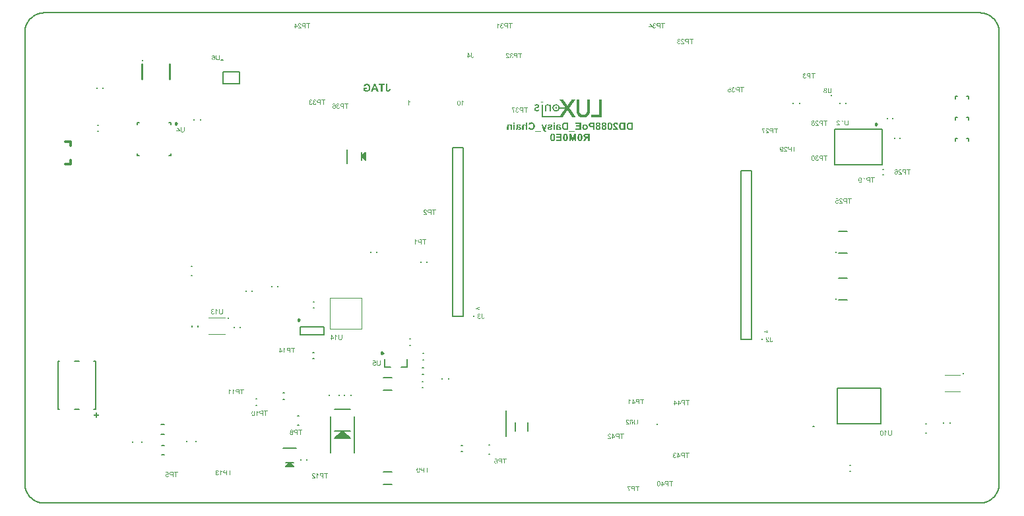
<source format=gbo>
G04*
G04 #@! TF.GenerationSoftware,Altium Limited,Altium Designer,21.2.2 (38)*
G04*
G04 Layer_Color=32896*
%FSLAX44Y44*%
%MOMM*%
G71*
G04*
G04 #@! TF.SameCoordinates,2EB6EAD6-5C33-48E4-AA2B-E0AFE4ABDD4A*
G04*
G04*
G04 #@! TF.FilePolarity,Positive*
G04*
G01*
G75*
%ADD10C,0.2500*%
%ADD11C,0.2000*%
%ADD12C,0.1000*%
%ADD14C,0.2540*%
%ADD16C,0.2540*%
%ADD18C,0.1500*%
%ADD149C,0.1016*%
%ADD258C,0.2000*%
%ADD259C,0.3048*%
G36*
X663751Y516410D02*
X663989D01*
Y516380D01*
X664079D01*
Y516350D01*
X664168D01*
Y516320D01*
X664257D01*
Y516291D01*
X664317D01*
Y516261D01*
X664347D01*
Y516231D01*
X664406D01*
Y516201D01*
X664436D01*
Y516171D01*
X664496D01*
Y516142D01*
X664526D01*
Y516112D01*
X664555D01*
Y516082D01*
X664585D01*
Y516052D01*
X664615D01*
Y516022D01*
X664645D01*
Y515993D01*
X664674D01*
Y515963D01*
Y515933D01*
X664704D01*
Y515903D01*
X664734D01*
Y515873D01*
Y515844D01*
X664764D01*
Y515814D01*
Y515784D01*
X664794D01*
Y515754D01*
Y515724D01*
X664823D01*
Y515695D01*
Y515665D01*
X664853D01*
Y515635D01*
Y515605D01*
Y515576D01*
X664883D01*
Y515546D01*
Y515516D01*
Y515486D01*
Y515456D01*
Y515427D01*
X664913D01*
Y515397D01*
Y515367D01*
Y515337D01*
Y515308D01*
Y515278D01*
Y515248D01*
Y515218D01*
Y515188D01*
Y515159D01*
Y515129D01*
Y515099D01*
Y515069D01*
Y515039D01*
Y515010D01*
Y514980D01*
X664883D01*
Y514950D01*
Y514920D01*
Y514890D01*
Y514861D01*
Y514831D01*
X664853D01*
Y514801D01*
Y514771D01*
Y514742D01*
X664823D01*
Y514712D01*
Y514682D01*
X664794D01*
Y514652D01*
Y514622D01*
X664764D01*
Y514593D01*
Y514563D01*
X664734D01*
Y514533D01*
Y514503D01*
X664704D01*
Y514473D01*
X664674D01*
Y514444D01*
Y514414D01*
X664645D01*
Y514384D01*
X664615D01*
Y514354D01*
X664585D01*
Y514324D01*
X664555D01*
Y514295D01*
X664526D01*
Y514265D01*
X664496D01*
Y514235D01*
X664436D01*
Y514205D01*
X664406D01*
Y514175D01*
X664347D01*
Y514146D01*
X664317D01*
Y514116D01*
X664257D01*
Y514086D01*
X664168D01*
Y514056D01*
X664108D01*
Y514026D01*
X663989D01*
Y513997D01*
X663781D01*
Y513967D01*
X663572D01*
Y513997D01*
X663364D01*
Y514026D01*
X663244D01*
Y514056D01*
X663155D01*
Y514086D01*
X663095D01*
Y514116D01*
X663036D01*
Y514146D01*
X662976D01*
Y514175D01*
X662947D01*
Y514205D01*
X662887D01*
Y514235D01*
X662857D01*
Y514265D01*
X662827D01*
Y514295D01*
X662798D01*
Y514324D01*
X662768D01*
Y514354D01*
X662738D01*
Y514384D01*
X662708D01*
Y514414D01*
X662679D01*
Y514444D01*
X662649D01*
Y514473D01*
Y514503D01*
X662619D01*
Y514533D01*
X662589D01*
Y514563D01*
Y514593D01*
X662559D01*
Y514622D01*
Y514652D01*
X662530D01*
Y514682D01*
Y514712D01*
X662500D01*
Y514742D01*
Y514771D01*
Y514801D01*
X662470D01*
Y514831D01*
Y514861D01*
Y514890D01*
Y514920D01*
X662440D01*
Y514950D01*
Y514980D01*
Y515010D01*
Y515039D01*
Y515069D01*
Y515099D01*
Y515129D01*
Y515159D01*
Y515188D01*
Y515218D01*
Y515248D01*
Y515278D01*
Y515308D01*
Y515337D01*
Y515367D01*
Y515397D01*
Y515427D01*
Y515456D01*
Y515486D01*
X662470D01*
Y515516D01*
Y515546D01*
Y515576D01*
Y515605D01*
X662500D01*
Y515635D01*
Y515665D01*
Y515695D01*
X662530D01*
Y515724D01*
Y515754D01*
X662559D01*
Y515784D01*
Y515814D01*
X662589D01*
Y515844D01*
Y515873D01*
X662619D01*
Y515903D01*
X662649D01*
Y515933D01*
Y515963D01*
X662679D01*
Y515993D01*
X662708D01*
Y516022D01*
X662738D01*
Y516052D01*
X662768D01*
Y516082D01*
X662798D01*
Y516112D01*
X662827D01*
Y516142D01*
X662857D01*
Y516171D01*
X662887D01*
Y516201D01*
X662947D01*
Y516231D01*
X662976D01*
Y516261D01*
X663036D01*
Y516291D01*
X663095D01*
Y516320D01*
X663155D01*
Y516350D01*
X663244D01*
Y516380D01*
X663364D01*
Y516410D01*
X663602D01*
Y516440D01*
X663751D01*
Y516410D01*
D02*
G37*
G36*
X706172Y518436D02*
Y518406D01*
X706143D01*
Y518376D01*
X706113D01*
Y518346D01*
X706083D01*
Y518316D01*
Y518287D01*
X706053D01*
Y518257D01*
X706023D01*
Y518227D01*
Y518197D01*
X705994D01*
Y518167D01*
X705964D01*
Y518138D01*
Y518108D01*
X705934D01*
Y518078D01*
X705904D01*
Y518048D01*
X705874D01*
Y518018D01*
Y517989D01*
X705845D01*
Y517959D01*
X705815D01*
Y517929D01*
Y517899D01*
X705785D01*
Y517869D01*
X705755D01*
Y517840D01*
X705726D01*
Y517810D01*
Y517780D01*
X705696D01*
Y517750D01*
X705666D01*
Y517720D01*
Y517691D01*
X705636D01*
Y517661D01*
X705607D01*
Y517631D01*
X705577D01*
Y517601D01*
Y517572D01*
X705547D01*
Y517542D01*
X705517D01*
Y517512D01*
Y517482D01*
X705487D01*
Y517452D01*
X705458D01*
Y517423D01*
X705428D01*
Y517393D01*
Y517363D01*
X705398D01*
Y517333D01*
X705368D01*
Y517304D01*
Y517274D01*
X705338D01*
Y517244D01*
X705309D01*
Y517214D01*
X705279D01*
Y517184D01*
Y517155D01*
X705249D01*
Y517125D01*
X705219D01*
Y517095D01*
Y517065D01*
X705189D01*
Y517035D01*
X705160D01*
Y517006D01*
Y516976D01*
X705130D01*
Y516946D01*
X705100D01*
Y516916D01*
X705070D01*
Y516886D01*
Y516857D01*
X705040D01*
Y516827D01*
X705011D01*
Y516797D01*
Y516767D01*
X704981D01*
Y516737D01*
X704951D01*
Y516708D01*
X704921D01*
Y516678D01*
Y516648D01*
X704892D01*
Y516618D01*
X704862D01*
Y516588D01*
Y516559D01*
X704832D01*
Y516529D01*
X704802D01*
Y516499D01*
X704772D01*
Y516469D01*
Y516440D01*
X704743D01*
Y516410D01*
X704713D01*
Y516380D01*
Y516350D01*
X704683D01*
Y516320D01*
X704653D01*
Y516291D01*
X704623D01*
Y516261D01*
Y516231D01*
X704594D01*
Y516201D01*
X704564D01*
Y516171D01*
Y516142D01*
X704534D01*
Y516112D01*
X704504D01*
Y516082D01*
X704474D01*
Y516052D01*
Y516022D01*
X704445D01*
Y515993D01*
X704415D01*
Y515963D01*
Y515933D01*
X704385D01*
Y515903D01*
X704355D01*
Y515873D01*
Y515844D01*
X704325D01*
Y515814D01*
X704296D01*
Y515784D01*
X704266D01*
Y515754D01*
Y515724D01*
X704236D01*
Y515695D01*
X704206D01*
Y515665D01*
Y515635D01*
X704176D01*
Y515605D01*
X704147D01*
Y515576D01*
X704117D01*
Y515546D01*
Y515516D01*
X704087D01*
Y515486D01*
X704057D01*
Y515456D01*
Y515427D01*
X704028D01*
Y515397D01*
X703998D01*
Y515367D01*
X703968D01*
Y515337D01*
Y515308D01*
X703938D01*
Y515278D01*
X703908D01*
Y515248D01*
Y515218D01*
X703879D01*
Y515188D01*
X703849D01*
Y515159D01*
X703819D01*
Y515129D01*
Y515099D01*
X703789D01*
Y515069D01*
X703759D01*
Y515039D01*
Y515010D01*
X703730D01*
Y514980D01*
X703700D01*
Y514950D01*
X703670D01*
Y514920D01*
Y514890D01*
X703640D01*
Y514861D01*
X703611D01*
Y514831D01*
Y514801D01*
X703581D01*
Y514771D01*
X703551D01*
Y514742D01*
Y514712D01*
X703521D01*
Y514682D01*
X703491D01*
Y514652D01*
X703462D01*
Y514622D01*
Y514593D01*
X703432D01*
Y514563D01*
X703402D01*
Y514533D01*
Y514503D01*
X703372D01*
Y514473D01*
X703342D01*
Y514444D01*
X703313D01*
Y514414D01*
Y514384D01*
X703283D01*
Y514354D01*
X703253D01*
Y514324D01*
Y514295D01*
X703223D01*
Y514265D01*
X703193D01*
Y514235D01*
X703164D01*
Y514205D01*
Y514175D01*
X703134D01*
Y514146D01*
X703104D01*
Y514116D01*
Y514086D01*
X703074D01*
Y514056D01*
X703045D01*
Y514026D01*
X703015D01*
Y513997D01*
Y513967D01*
X702985D01*
Y513937D01*
X702955D01*
Y513907D01*
Y513878D01*
X702925D01*
Y513848D01*
X702896D01*
Y513818D01*
X702866D01*
Y513788D01*
Y513758D01*
X702836D01*
Y513729D01*
X702806D01*
Y513699D01*
Y513669D01*
X702776D01*
Y513639D01*
X702747D01*
Y513609D01*
X702717D01*
Y513580D01*
Y513550D01*
X702687D01*
Y513520D01*
X702657D01*
Y513490D01*
Y513461D01*
X702627D01*
Y513431D01*
X702598D01*
Y513401D01*
Y513371D01*
X702568D01*
Y513341D01*
X702538D01*
Y513312D01*
X702508D01*
Y513282D01*
Y513252D01*
X702478D01*
Y513222D01*
X702449D01*
Y513192D01*
Y513163D01*
X702419D01*
Y513133D01*
X702389D01*
Y513103D01*
X702359D01*
Y513073D01*
Y513043D01*
X702329D01*
Y513014D01*
X702300D01*
Y512984D01*
Y512954D01*
X702270D01*
Y512924D01*
X702240D01*
Y512895D01*
X702210D01*
Y512865D01*
Y512835D01*
X702180D01*
Y512805D01*
X702151D01*
Y512775D01*
Y512746D01*
X702121D01*
Y512716D01*
X702091D01*
Y512686D01*
X702061D01*
Y512656D01*
Y512626D01*
X702032D01*
Y512597D01*
X702002D01*
Y512567D01*
Y512537D01*
X701972D01*
Y512507D01*
X701942D01*
Y512477D01*
X701912D01*
Y512448D01*
Y512418D01*
X701883D01*
Y512388D01*
X701853D01*
Y512358D01*
Y512328D01*
X701823D01*
Y512299D01*
X701793D01*
Y512269D01*
Y512239D01*
X701763D01*
Y512209D01*
X701734D01*
Y512179D01*
X701704D01*
Y512150D01*
Y512120D01*
X701674D01*
Y512090D01*
X701644D01*
Y512060D01*
Y512030D01*
X701615D01*
Y512001D01*
X701585D01*
Y511971D01*
X701555D01*
Y511941D01*
Y511911D01*
X701525D01*
Y511882D01*
X701495D01*
Y511852D01*
Y511822D01*
X701466D01*
Y511792D01*
X701436D01*
Y511762D01*
X701406D01*
Y511733D01*
Y511703D01*
X701376D01*
Y511673D01*
X701346D01*
Y511643D01*
Y511614D01*
X701317D01*
Y511584D01*
X701287D01*
Y511554D01*
X701257D01*
Y511524D01*
Y511494D01*
X701227D01*
Y511465D01*
X701198D01*
Y511435D01*
Y511405D01*
X701168D01*
Y511375D01*
X701138D01*
Y511345D01*
X701108D01*
Y511316D01*
Y511286D01*
X701078D01*
Y511256D01*
X701049D01*
Y511226D01*
Y511196D01*
X701019D01*
Y511167D01*
X700989D01*
Y511137D01*
Y511107D01*
X700959D01*
Y511077D01*
X700929D01*
Y511048D01*
X700900D01*
Y511018D01*
Y510988D01*
X700870D01*
Y510958D01*
X700840D01*
Y510928D01*
Y510899D01*
X700810D01*
Y510869D01*
X700780D01*
Y510839D01*
X700751D01*
Y510809D01*
Y510779D01*
X700721D01*
Y510750D01*
X700691D01*
Y510720D01*
Y510690D01*
X700661D01*
Y510660D01*
X700631D01*
Y510630D01*
X700602D01*
Y510601D01*
Y510571D01*
X700572D01*
Y510541D01*
X700542D01*
Y510511D01*
Y510481D01*
X700512D01*
Y510452D01*
X700482D01*
Y510422D01*
X700453D01*
Y510392D01*
Y510362D01*
X700423D01*
Y510332D01*
X700393D01*
Y510303D01*
Y510273D01*
X700363D01*
Y510243D01*
X700333D01*
Y510213D01*
X700304D01*
Y510183D01*
Y510154D01*
X700274D01*
Y510124D01*
X700244D01*
Y510094D01*
Y510064D01*
X700214D01*
Y510035D01*
X700185D01*
Y510005D01*
Y509975D01*
X700155D01*
Y509945D01*
X700125D01*
Y509915D01*
X700095D01*
Y509886D01*
Y509856D01*
X700065D01*
Y509826D01*
X700036D01*
Y509796D01*
Y509767D01*
X700006D01*
Y509737D01*
X699976D01*
Y509707D01*
X699946D01*
Y509677D01*
Y509647D01*
X699917D01*
Y509618D01*
X699887D01*
Y509588D01*
Y509558D01*
X699857D01*
Y509528D01*
X699827D01*
Y509498D01*
X699797D01*
Y509469D01*
Y509439D01*
X699768D01*
Y509409D01*
X699738D01*
Y509379D01*
Y509349D01*
X699708D01*
Y509320D01*
X699678D01*
Y509290D01*
X699648D01*
Y509260D01*
Y509230D01*
X699619D01*
Y509200D01*
X699589D01*
Y509171D01*
Y509141D01*
X699559D01*
Y509111D01*
X699529D01*
Y509081D01*
X699499D01*
Y509052D01*
Y509022D01*
X699470D01*
Y508992D01*
X699440D01*
Y508962D01*
Y508932D01*
X699410D01*
Y508903D01*
X699380D01*
Y508873D01*
X699350D01*
Y508843D01*
Y508813D01*
X699321D01*
Y508783D01*
X699291D01*
Y508754D01*
Y508724D01*
X699261D01*
Y508694D01*
X699231D01*
Y508664D01*
Y508634D01*
X699202D01*
Y508605D01*
X699172D01*
Y508575D01*
X699142D01*
Y508545D01*
Y508515D01*
X699112D01*
Y508485D01*
X699082D01*
Y508456D01*
Y508426D01*
X699053D01*
Y508396D01*
X699023D01*
Y508366D01*
X698993D01*
Y508336D01*
Y508307D01*
X698963D01*
Y508277D01*
X698933D01*
Y508247D01*
Y508217D01*
X698904D01*
Y508188D01*
X698874D01*
Y508158D01*
X698844D01*
Y508128D01*
Y508098D01*
X698814D01*
Y508068D01*
X698784D01*
Y508039D01*
Y508009D01*
X698755D01*
Y507979D01*
X698725D01*
Y507949D01*
X698695D01*
Y507919D01*
Y507890D01*
X698665D01*
Y507860D01*
X698635D01*
Y507830D01*
Y507800D01*
X698606D01*
Y507771D01*
X698576D01*
Y507741D01*
Y507711D01*
X698606D01*
Y507681D01*
X698635D01*
Y507651D01*
Y507622D01*
X698665D01*
Y507592D01*
X698695D01*
Y507562D01*
Y507532D01*
X698725D01*
Y507502D01*
X698755D01*
Y507473D01*
Y507443D01*
X698784D01*
Y507413D01*
X698814D01*
Y507383D01*
Y507353D01*
X698844D01*
Y507324D01*
X698874D01*
Y507294D01*
Y507264D01*
X698904D01*
Y507234D01*
X698933D01*
Y507205D01*
X698963D01*
Y507175D01*
Y507145D01*
X698993D01*
Y507115D01*
X699023D01*
Y507085D01*
Y507056D01*
X699053D01*
Y507026D01*
X699082D01*
Y506996D01*
Y506966D01*
X699112D01*
Y506936D01*
X699142D01*
Y506907D01*
Y506877D01*
X699172D01*
Y506847D01*
X699202D01*
Y506817D01*
X699231D01*
Y506787D01*
Y506758D01*
X699261D01*
Y506728D01*
X699291D01*
Y506698D01*
Y506668D01*
X699321D01*
Y506638D01*
X699350D01*
Y506609D01*
Y506579D01*
X699380D01*
Y506549D01*
X699410D01*
Y506519D01*
Y506489D01*
X699440D01*
Y506460D01*
X699470D01*
Y506430D01*
X699499D01*
Y506400D01*
Y506370D01*
X699529D01*
Y506341D01*
X699559D01*
Y506311D01*
Y506281D01*
X699589D01*
Y506251D01*
X699619D01*
Y506221D01*
Y506192D01*
X699648D01*
Y506162D01*
X699678D01*
Y506132D01*
Y506102D01*
X699708D01*
Y506073D01*
X699738D01*
Y506043D01*
X699768D01*
Y506013D01*
Y505983D01*
X699797D01*
Y505953D01*
X699827D01*
Y505924D01*
Y505894D01*
X699857D01*
Y505864D01*
X699887D01*
Y505834D01*
Y505804D01*
X699917D01*
Y505775D01*
X699946D01*
Y505745D01*
Y505715D01*
X699976D01*
Y505685D01*
X700006D01*
Y505655D01*
X700036D01*
Y505626D01*
Y505596D01*
X700065D01*
Y505566D01*
X700095D01*
Y505536D01*
Y505507D01*
X700125D01*
Y505477D01*
X700155D01*
Y505447D01*
Y505417D01*
X700185D01*
Y505387D01*
X700214D01*
Y505358D01*
Y505328D01*
X700244D01*
Y505298D01*
X700274D01*
Y505268D01*
X700304D01*
Y505238D01*
Y505209D01*
X700333D01*
Y505179D01*
X700363D01*
Y505149D01*
Y505119D01*
X700393D01*
Y505089D01*
X700423D01*
Y505060D01*
Y505030D01*
X700453D01*
Y505000D01*
X700482D01*
Y504970D01*
Y504940D01*
X700512D01*
Y504911D01*
X700542D01*
Y504881D01*
X700572D01*
Y504851D01*
Y504821D01*
X700602D01*
Y504791D01*
X700631D01*
Y504762D01*
Y504732D01*
X700661D01*
Y504702D01*
X700691D01*
Y504672D01*
Y504642D01*
X700721D01*
Y504613D01*
X700751D01*
Y504583D01*
Y504553D01*
X700780D01*
Y504523D01*
X700810D01*
Y504493D01*
X700840D01*
Y504464D01*
Y504434D01*
X700870D01*
Y504404D01*
X700900D01*
Y504374D01*
Y504345D01*
X700929D01*
Y504315D01*
X700959D01*
Y504285D01*
Y504255D01*
X700989D01*
Y504226D01*
X701019D01*
Y504196D01*
Y504166D01*
X701049D01*
Y504136D01*
X701078D01*
Y504106D01*
X701108D01*
Y504076D01*
Y504047D01*
X701138D01*
Y504017D01*
X701168D01*
Y503987D01*
Y503957D01*
X701198D01*
Y503928D01*
X701227D01*
Y503898D01*
Y503868D01*
X701257D01*
Y503838D01*
X701287D01*
Y503808D01*
Y503779D01*
X701317D01*
Y503749D01*
X701346D01*
Y503719D01*
Y503689D01*
X701376D01*
Y503659D01*
X701406D01*
Y503630D01*
X701436D01*
Y503600D01*
Y503570D01*
X701466D01*
Y503540D01*
X701495D01*
Y503511D01*
Y503481D01*
X701525D01*
Y503451D01*
X701555D01*
Y503421D01*
Y503391D01*
X701585D01*
Y503362D01*
X701615D01*
Y503332D01*
Y503302D01*
X701644D01*
Y503272D01*
X701674D01*
Y503242D01*
X701704D01*
Y503213D01*
Y503183D01*
X701734D01*
Y503153D01*
X701763D01*
Y503123D01*
Y503093D01*
X701793D01*
Y503064D01*
X701823D01*
Y503034D01*
Y503004D01*
X701853D01*
Y502974D01*
X701883D01*
Y502944D01*
Y502915D01*
X701912D01*
Y502885D01*
X701942D01*
Y502855D01*
X701972D01*
Y502825D01*
Y502795D01*
X702002D01*
Y502766D01*
X702032D01*
Y502736D01*
Y502706D01*
X702061D01*
Y502676D01*
X702091D01*
Y502647D01*
Y502617D01*
X702121D01*
Y502587D01*
X702151D01*
Y502557D01*
Y502527D01*
X702180D01*
Y502498D01*
X702210D01*
Y502468D01*
X702240D01*
Y502438D01*
Y502408D01*
X702270D01*
Y502378D01*
X702300D01*
Y502349D01*
Y502319D01*
X702329D01*
Y502289D01*
X702359D01*
Y502259D01*
Y502229D01*
X702389D01*
Y502200D01*
X702419D01*
Y502170D01*
Y502140D01*
X702449D01*
Y502110D01*
X702478D01*
Y502081D01*
X702508D01*
Y502051D01*
Y502021D01*
X702538D01*
Y501991D01*
X702568D01*
Y501961D01*
Y501932D01*
X702598D01*
Y501902D01*
X702627D01*
Y501872D01*
Y501842D01*
X702657D01*
Y501812D01*
X702687D01*
Y501783D01*
Y501753D01*
X702717D01*
Y501723D01*
X702747D01*
Y501693D01*
X702776D01*
Y501664D01*
Y501634D01*
X702806D01*
Y501604D01*
X702836D01*
Y501574D01*
Y501544D01*
X702866D01*
Y501515D01*
X702896D01*
Y501485D01*
Y501455D01*
X702925D01*
Y501425D01*
X702955D01*
Y501395D01*
Y501366D01*
X702985D01*
Y501336D01*
X703015D01*
Y501306D01*
X703045D01*
Y501276D01*
Y501246D01*
X703074D01*
Y501217D01*
X703104D01*
Y501187D01*
Y501157D01*
X703134D01*
Y501127D01*
X703164D01*
Y501097D01*
Y501068D01*
X703193D01*
Y501038D01*
X703223D01*
Y501008D01*
Y500978D01*
X703253D01*
Y500948D01*
X703283D01*
Y500919D01*
X703313D01*
Y500889D01*
Y500859D01*
X703342D01*
Y500829D01*
X703372D01*
Y500799D01*
Y500770D01*
X703402D01*
Y500740D01*
X703432D01*
Y500710D01*
Y500680D01*
X703462D01*
Y500651D01*
X703491D01*
Y500621D01*
Y500591D01*
X703521D01*
Y500561D01*
X703551D01*
Y500532D01*
Y500502D01*
X703581D01*
Y500472D01*
X703611D01*
Y500442D01*
X703640D01*
Y500412D01*
Y500382D01*
X703670D01*
Y500353D01*
X703700D01*
Y500323D01*
Y500293D01*
X703730D01*
Y500263D01*
X703759D01*
Y500233D01*
Y500204D01*
X703789D01*
Y500174D01*
X703819D01*
Y500144D01*
Y500114D01*
X703849D01*
Y500085D01*
X703879D01*
Y500055D01*
X703908D01*
Y500025D01*
Y499995D01*
X703938D01*
Y499965D01*
X703968D01*
Y499936D01*
Y499906D01*
X703998D01*
Y499876D01*
X704028D01*
Y499846D01*
Y499817D01*
X704057D01*
Y499787D01*
X704087D01*
Y499757D01*
Y499727D01*
X704117D01*
Y499697D01*
X704147D01*
Y499668D01*
X704176D01*
Y499638D01*
Y499608D01*
X704206D01*
Y499578D01*
X704236D01*
Y499548D01*
Y499519D01*
X704266D01*
Y499489D01*
X704296D01*
Y499459D01*
Y499429D01*
X704325D01*
Y499399D01*
X704355D01*
Y499370D01*
Y499340D01*
X704385D01*
Y499310D01*
X704415D01*
Y499280D01*
X704445D01*
Y499250D01*
Y499221D01*
X704474D01*
Y499191D01*
X704504D01*
Y499161D01*
Y499131D01*
X704534D01*
Y499101D01*
X704564D01*
Y499072D01*
Y499042D01*
X704594D01*
Y499012D01*
X704623D01*
Y498982D01*
Y498952D01*
X704653D01*
Y498923D01*
X704683D01*
Y498893D01*
X704713D01*
Y498863D01*
Y498833D01*
X704743D01*
Y498804D01*
X704772D01*
Y498774D01*
Y498744D01*
X704802D01*
Y498714D01*
X704832D01*
Y498684D01*
Y498655D01*
X704862D01*
Y498625D01*
X704892D01*
Y498595D01*
Y498565D01*
X704921D01*
Y498535D01*
X704951D01*
Y498506D01*
X704981D01*
Y498476D01*
Y498446D01*
X705011D01*
Y498416D01*
X705040D01*
Y498386D01*
Y498357D01*
X705070D01*
Y498327D01*
X705100D01*
Y498297D01*
Y498267D01*
X705130D01*
Y498238D01*
X705160D01*
Y498208D01*
Y498178D01*
X705189D01*
Y498148D01*
X705219D01*
Y498119D01*
X705249D01*
Y498089D01*
Y498059D01*
X705279D01*
Y498029D01*
X705309D01*
Y497999D01*
Y497969D01*
X705338D01*
Y497940D01*
X705368D01*
Y497910D01*
Y497880D01*
X705398D01*
Y497850D01*
X705428D01*
Y497821D01*
Y497791D01*
X705458D01*
Y497761D01*
X705487D01*
Y497731D01*
X705517D01*
Y497701D01*
Y497672D01*
X705547D01*
Y497642D01*
X705577D01*
Y497612D01*
Y497582D01*
X705607D01*
Y497552D01*
X705636D01*
Y497523D01*
Y497493D01*
X705666D01*
Y497463D01*
X705696D01*
Y497433D01*
Y497403D01*
X705726D01*
Y497374D01*
X705755D01*
Y497344D01*
X705785D01*
Y497314D01*
Y497284D01*
X705815D01*
Y497254D01*
X705845D01*
Y497225D01*
Y497195D01*
X705874D01*
Y497165D01*
X705904D01*
Y497135D01*
Y497106D01*
X705934D01*
Y497076D01*
X705964D01*
Y497046D01*
Y497016D01*
X705994D01*
Y496986D01*
X706023D01*
Y496957D01*
Y496927D01*
X706053D01*
Y496897D01*
X706083D01*
Y496867D01*
X706113D01*
Y496837D01*
Y496808D01*
X706143D01*
Y496778D01*
X706172D01*
Y496748D01*
Y496718D01*
X706202D01*
Y496688D01*
X706232D01*
Y496659D01*
Y496629D01*
X706262D01*
Y496599D01*
X706292D01*
Y496569D01*
Y496539D01*
X706321D01*
Y496510D01*
X706351D01*
Y496480D01*
X706381D01*
Y496450D01*
Y496420D01*
X706411D01*
Y496391D01*
X706441D01*
Y496361D01*
Y496331D01*
X706470D01*
Y496301D01*
X706500D01*
Y496271D01*
Y496242D01*
X706530D01*
Y496212D01*
X706560D01*
Y496182D01*
Y496152D01*
X706590D01*
Y496122D01*
X706619D01*
Y496093D01*
X706649D01*
Y496063D01*
Y496033D01*
X706679D01*
Y496003D01*
X706709D01*
Y495974D01*
Y495944D01*
X706739D01*
Y495914D01*
X706768D01*
Y495884D01*
X702300D01*
Y495914D01*
X702270D01*
Y495944D01*
X702240D01*
Y495974D01*
Y496003D01*
X702210D01*
Y496033D01*
X702180D01*
Y496063D01*
Y496093D01*
X702151D01*
Y496122D01*
X702121D01*
Y496152D01*
Y496182D01*
X702091D01*
Y496212D01*
X702061D01*
Y496242D01*
Y496271D01*
X702032D01*
Y496301D01*
X702002D01*
Y496331D01*
Y496361D01*
X701972D01*
Y496391D01*
X701942D01*
Y496420D01*
Y496450D01*
X701912D01*
Y496480D01*
X701883D01*
Y496510D01*
Y496539D01*
X701853D01*
Y496569D01*
X701823D01*
Y496599D01*
Y496629D01*
X701793D01*
Y496659D01*
X701763D01*
Y496688D01*
Y496718D01*
X701734D01*
Y496748D01*
X701704D01*
Y496778D01*
Y496808D01*
X701674D01*
Y496837D01*
X701644D01*
Y496867D01*
Y496897D01*
X701615D01*
Y496927D01*
X701585D01*
Y496957D01*
Y496986D01*
X701555D01*
Y497016D01*
X701525D01*
Y497046D01*
Y497076D01*
X701495D01*
Y497106D01*
X701466D01*
Y497135D01*
Y497165D01*
X701436D01*
Y497195D01*
X701406D01*
Y497225D01*
Y497254D01*
X701376D01*
Y497284D01*
X701346D01*
Y497314D01*
Y497344D01*
X701317D01*
Y497374D01*
X701287D01*
Y497403D01*
Y497433D01*
X701257D01*
Y497463D01*
X701227D01*
Y497493D01*
Y497523D01*
X701198D01*
Y497552D01*
X701168D01*
Y497582D01*
Y497612D01*
X701138D01*
Y497642D01*
X701108D01*
Y497672D01*
X701078D01*
Y497701D01*
Y497731D01*
X701049D01*
Y497761D01*
X701019D01*
Y497791D01*
Y497821D01*
X700989D01*
Y497850D01*
X700959D01*
Y497880D01*
Y497910D01*
X700929D01*
Y497940D01*
X700900D01*
Y497969D01*
Y497999D01*
X700870D01*
Y498029D01*
X700840D01*
Y498059D01*
Y498089D01*
X700810D01*
Y498119D01*
X700780D01*
Y498148D01*
Y498178D01*
X700751D01*
Y498208D01*
X700721D01*
Y498238D01*
Y498267D01*
X700691D01*
Y498297D01*
X700661D01*
Y498327D01*
Y498357D01*
X700631D01*
Y498386D01*
X700602D01*
Y498416D01*
Y498446D01*
X700572D01*
Y498476D01*
X700542D01*
Y498506D01*
Y498535D01*
X700512D01*
Y498565D01*
X700482D01*
Y498595D01*
Y498625D01*
X700453D01*
Y498655D01*
X700423D01*
Y498684D01*
Y498714D01*
X700393D01*
Y498744D01*
X700363D01*
Y498774D01*
Y498804D01*
X700333D01*
Y498833D01*
X700304D01*
Y498863D01*
Y498893D01*
X700274D01*
Y498923D01*
X700244D01*
Y498952D01*
Y498982D01*
X700214D01*
Y499012D01*
X700185D01*
Y499042D01*
Y499072D01*
X700155D01*
Y499101D01*
X700125D01*
Y499131D01*
Y499161D01*
X700095D01*
Y499191D01*
X700065D01*
Y499221D01*
Y499250D01*
X700036D01*
Y499280D01*
X700006D01*
Y499310D01*
Y499340D01*
X699976D01*
Y499370D01*
X699946D01*
Y499399D01*
Y499429D01*
X699917D01*
Y499459D01*
X699887D01*
Y499489D01*
Y499519D01*
X699857D01*
Y499548D01*
X699827D01*
Y499578D01*
Y499608D01*
X699797D01*
Y499638D01*
X699768D01*
Y499668D01*
X699738D01*
Y499697D01*
Y499727D01*
X699708D01*
Y499757D01*
X699678D01*
Y499787D01*
Y499817D01*
X699648D01*
Y499846D01*
X699619D01*
Y499876D01*
Y499906D01*
X699589D01*
Y499936D01*
X699559D01*
Y499965D01*
Y499995D01*
X699529D01*
Y500025D01*
X699499D01*
Y500055D01*
Y500085D01*
X699470D01*
Y500114D01*
X699440D01*
Y500144D01*
Y500174D01*
X699410D01*
Y500204D01*
X699380D01*
Y500233D01*
Y500263D01*
X699350D01*
Y500293D01*
X699321D01*
Y500323D01*
Y500353D01*
X699291D01*
Y500382D01*
X699261D01*
Y500412D01*
Y500442D01*
X699231D01*
Y500472D01*
X699202D01*
Y500502D01*
Y500532D01*
X699172D01*
Y500561D01*
X699142D01*
Y500591D01*
Y500621D01*
X699112D01*
Y500651D01*
X699082D01*
Y500680D01*
Y500710D01*
X699053D01*
Y500740D01*
X699023D01*
Y500770D01*
Y500799D01*
X698993D01*
Y500829D01*
X698963D01*
Y500859D01*
Y500889D01*
X698933D01*
Y500919D01*
X698904D01*
Y500948D01*
Y500978D01*
X698874D01*
Y501008D01*
X698844D01*
Y501038D01*
Y501068D01*
X698814D01*
Y501097D01*
X698784D01*
Y501127D01*
Y501157D01*
X698755D01*
Y501187D01*
X698725D01*
Y501217D01*
Y501246D01*
X698695D01*
Y501276D01*
X698665D01*
Y501306D01*
Y501336D01*
X698635D01*
Y501366D01*
X698606D01*
Y501395D01*
Y501425D01*
X698576D01*
Y501455D01*
X698546D01*
Y501485D01*
Y501515D01*
X698516D01*
Y501544D01*
X698486D01*
Y501574D01*
X698457D01*
Y501604D01*
Y501634D01*
X698427D01*
Y501664D01*
X698397D01*
Y501693D01*
Y501723D01*
X698367D01*
Y501753D01*
X698338D01*
Y501783D01*
Y501812D01*
X698308D01*
Y501842D01*
X698278D01*
Y501872D01*
Y501902D01*
X698248D01*
Y501932D01*
X698218D01*
Y501961D01*
Y501991D01*
X698189D01*
Y502021D01*
X698159D01*
Y502051D01*
Y502081D01*
X698129D01*
Y502110D01*
X698099D01*
Y502140D01*
Y502170D01*
X698069D01*
Y502200D01*
X698040D01*
Y502229D01*
Y502259D01*
X698010D01*
Y502289D01*
X697980D01*
Y502319D01*
Y502349D01*
X697950D01*
Y502378D01*
X697921D01*
Y502408D01*
Y502438D01*
X697891D01*
Y502468D01*
X697861D01*
Y502498D01*
Y502527D01*
X697831D01*
Y502557D01*
X697801D01*
Y502587D01*
Y502617D01*
X697772D01*
Y502647D01*
X697742D01*
Y502676D01*
Y502706D01*
X697712D01*
Y502736D01*
X697682D01*
Y502766D01*
Y502795D01*
X697652D01*
Y502825D01*
X697623D01*
Y502855D01*
Y502885D01*
X697593D01*
Y502915D01*
X697563D01*
Y502944D01*
Y502974D01*
X697533D01*
Y503004D01*
X697503D01*
Y503034D01*
Y503064D01*
X697474D01*
Y503093D01*
X697444D01*
Y503123D01*
Y503153D01*
X697414D01*
Y503183D01*
X697384D01*
Y503213D01*
Y503242D01*
X697355D01*
Y503272D01*
X697325D01*
Y503302D01*
Y503332D01*
X697295D01*
Y503362D01*
X697265D01*
Y503391D01*
Y503421D01*
X697235D01*
Y503451D01*
X697206D01*
Y503481D01*
X697176D01*
Y503511D01*
Y503540D01*
X697146D01*
Y503570D01*
X697116D01*
Y503600D01*
Y503630D01*
X697086D01*
Y503659D01*
X697057D01*
Y503689D01*
Y503719D01*
X697027D01*
Y503749D01*
X696997D01*
Y503779D01*
Y503808D01*
X696967D01*
Y503838D01*
X696937D01*
Y503868D01*
Y503898D01*
X696908D01*
Y503928D01*
X696878D01*
Y503957D01*
Y503987D01*
X696848D01*
Y504017D01*
X696818D01*
Y504047D01*
Y504076D01*
X696788D01*
Y504106D01*
X696759D01*
Y504136D01*
Y504166D01*
X696729D01*
Y504196D01*
X696699D01*
Y504226D01*
Y504255D01*
X696669D01*
Y504285D01*
X696639D01*
Y504315D01*
Y504345D01*
X696610D01*
Y504374D01*
X696580D01*
Y504404D01*
Y504434D01*
X696550D01*
Y504464D01*
X696520D01*
Y504493D01*
Y504523D01*
X696491D01*
Y504553D01*
X696461D01*
Y504583D01*
Y504613D01*
X696431D01*
Y504642D01*
X696401D01*
Y504672D01*
Y504702D01*
X696371D01*
Y504732D01*
X696342D01*
Y504762D01*
Y504791D01*
X696312D01*
Y504821D01*
X696282D01*
Y504851D01*
Y504881D01*
X696252D01*
Y504911D01*
X696223D01*
Y504940D01*
Y504970D01*
X696163D01*
Y504940D01*
Y504911D01*
X696133D01*
Y504881D01*
X696103D01*
Y504851D01*
X696074D01*
Y504821D01*
Y504791D01*
X696044D01*
Y504762D01*
X696014D01*
Y504732D01*
Y504702D01*
X695984D01*
Y504672D01*
X695954D01*
Y504642D01*
Y504613D01*
X695925D01*
Y504583D01*
X695895D01*
Y504553D01*
Y504523D01*
X695865D01*
Y504493D01*
X695835D01*
Y504464D01*
Y504434D01*
X695805D01*
Y504404D01*
X695776D01*
Y504374D01*
Y504345D01*
X695746D01*
Y504315D01*
X695716D01*
Y504285D01*
Y504255D01*
X695686D01*
Y504226D01*
X695656D01*
Y504196D01*
Y504166D01*
X695627D01*
Y504136D01*
X695597D01*
Y504106D01*
Y504076D01*
X695567D01*
Y504047D01*
X695537D01*
Y504017D01*
Y503987D01*
X695508D01*
Y503957D01*
X695478D01*
Y503928D01*
Y503898D01*
X695448D01*
Y503868D01*
X695418D01*
Y503838D01*
Y503808D01*
X695388D01*
Y503779D01*
X695359D01*
Y503749D01*
Y503719D01*
X695329D01*
Y503689D01*
X695299D01*
Y503659D01*
Y503630D01*
X695269D01*
Y503600D01*
X695239D01*
Y503570D01*
Y503540D01*
X695210D01*
Y503511D01*
X695180D01*
Y503481D01*
Y503451D01*
X695150D01*
Y503421D01*
X695120D01*
Y503391D01*
Y503362D01*
X695090D01*
Y503332D01*
X695061D01*
Y503302D01*
Y503272D01*
X695031D01*
Y503242D01*
X695001D01*
Y503213D01*
Y503183D01*
X694971D01*
Y503153D01*
X694941D01*
Y503123D01*
Y503093D01*
X694912D01*
Y503064D01*
X694882D01*
Y503034D01*
Y503004D01*
X694852D01*
Y502974D01*
X694822D01*
Y502944D01*
Y502915D01*
X694792D01*
Y502885D01*
X694763D01*
Y502855D01*
Y502825D01*
X694733D01*
Y502795D01*
X694703D01*
Y502766D01*
Y502736D01*
X694673D01*
Y502706D01*
X694643D01*
Y502676D01*
Y502647D01*
X694614D01*
Y502617D01*
X694584D01*
Y502587D01*
Y502557D01*
X694554D01*
Y502527D01*
X694524D01*
Y502498D01*
Y502468D01*
X694495D01*
Y502438D01*
X694465D01*
Y502408D01*
Y502378D01*
X694435D01*
Y502349D01*
X694405D01*
Y502319D01*
Y502289D01*
X694375D01*
Y502259D01*
X694346D01*
Y502229D01*
Y502200D01*
X694316D01*
Y502170D01*
X694286D01*
Y502140D01*
Y502110D01*
X694256D01*
Y502081D01*
X694227D01*
Y502051D01*
Y502021D01*
X694197D01*
Y501991D01*
X694167D01*
Y501961D01*
Y501932D01*
X694137D01*
Y501902D01*
X694107D01*
Y501872D01*
Y501842D01*
X694078D01*
Y501812D01*
X694048D01*
Y501783D01*
Y501753D01*
X694018D01*
Y501723D01*
X693988D01*
Y501693D01*
Y501664D01*
X693958D01*
Y501634D01*
X693929D01*
Y501604D01*
Y501574D01*
X693899D01*
Y501544D01*
X693869D01*
Y501515D01*
Y501485D01*
X693839D01*
Y501455D01*
X693809D01*
Y501425D01*
Y501395D01*
X693780D01*
Y501366D01*
X693750D01*
Y501336D01*
Y501306D01*
X693720D01*
Y501276D01*
X693690D01*
Y501246D01*
Y501217D01*
X693661D01*
Y501187D01*
X693631D01*
Y501157D01*
Y501127D01*
X693601D01*
Y501097D01*
X693571D01*
Y501068D01*
Y501038D01*
X693541D01*
Y501008D01*
X693512D01*
Y500978D01*
Y500948D01*
X693482D01*
Y500919D01*
X693452D01*
Y500889D01*
Y500859D01*
X693422D01*
Y500829D01*
X693392D01*
Y500799D01*
Y500770D01*
X693363D01*
Y500740D01*
X693333D01*
Y500710D01*
Y500680D01*
X693303D01*
Y500651D01*
X693273D01*
Y500621D01*
Y500591D01*
X693243D01*
Y500561D01*
X693214D01*
Y500532D01*
Y500502D01*
X693184D01*
Y500472D01*
X693154D01*
Y500442D01*
Y500412D01*
X693124D01*
Y500382D01*
X693094D01*
Y500353D01*
Y500323D01*
X693065D01*
Y500293D01*
X693035D01*
Y500263D01*
Y500233D01*
X693005D01*
Y500204D01*
X692975D01*
Y500174D01*
Y500144D01*
X692945D01*
Y500114D01*
X692916D01*
Y500085D01*
Y500055D01*
X692886D01*
Y500025D01*
X692856D01*
Y499995D01*
Y499965D01*
X692826D01*
Y499936D01*
X692797D01*
Y499906D01*
Y499876D01*
X692767D01*
Y499846D01*
X692737D01*
Y499817D01*
Y499787D01*
X692707D01*
Y499757D01*
X692677D01*
Y499727D01*
X692648D01*
Y499697D01*
Y499668D01*
X692618D01*
Y499638D01*
X692588D01*
Y499608D01*
Y499578D01*
X692558D01*
Y499548D01*
X692529D01*
Y499519D01*
Y499489D01*
X692499D01*
Y499459D01*
X692469D01*
Y499429D01*
Y499399D01*
X692439D01*
Y499370D01*
X692409D01*
Y499340D01*
Y499310D01*
X692380D01*
Y499280D01*
X692350D01*
Y499250D01*
Y499221D01*
X692320D01*
Y499191D01*
X692290D01*
Y499161D01*
Y499131D01*
X692260D01*
Y499101D01*
X692231D01*
Y499072D01*
Y499042D01*
X692201D01*
Y499012D01*
X692171D01*
Y498982D01*
Y498952D01*
X692141D01*
Y498923D01*
X692111D01*
Y498893D01*
Y498863D01*
X692082D01*
Y498833D01*
X692052D01*
Y498804D01*
Y498774D01*
X692022D01*
Y498744D01*
X691992D01*
Y498714D01*
Y498684D01*
X691962D01*
Y498655D01*
X691933D01*
Y498625D01*
Y498595D01*
X691903D01*
Y498565D01*
X691873D01*
Y498535D01*
Y498506D01*
X691843D01*
Y498476D01*
X691814D01*
Y498446D01*
Y498416D01*
X691784D01*
Y498386D01*
X691754D01*
Y498357D01*
Y498327D01*
X691724D01*
Y498297D01*
X691694D01*
Y498267D01*
Y498238D01*
X691665D01*
Y498208D01*
X691635D01*
Y498178D01*
Y498148D01*
X691605D01*
Y498119D01*
X691575D01*
Y498089D01*
Y498059D01*
X691545D01*
Y498029D01*
X691516D01*
Y497999D01*
Y497969D01*
X691486D01*
Y497940D01*
X691456D01*
Y497910D01*
Y497880D01*
X691426D01*
Y497850D01*
X691396D01*
Y497821D01*
Y497791D01*
X691367D01*
Y497761D01*
X691337D01*
Y497731D01*
Y497701D01*
X691307D01*
Y497672D01*
X691277D01*
Y497642D01*
Y497612D01*
X691247D01*
Y497582D01*
X691218D01*
Y497552D01*
Y497523D01*
X691188D01*
Y497493D01*
X691158D01*
Y497463D01*
Y497433D01*
X691128D01*
Y497403D01*
X691098D01*
Y497374D01*
Y497344D01*
X691069D01*
Y497314D01*
X691039D01*
Y497284D01*
Y497254D01*
X691009D01*
Y497225D01*
X690979D01*
Y497195D01*
Y497165D01*
X690949D01*
Y497135D01*
X690920D01*
Y497106D01*
Y497076D01*
X690890D01*
Y497046D01*
X690860D01*
Y497016D01*
Y496986D01*
X690830D01*
Y496957D01*
X690801D01*
Y496927D01*
Y496897D01*
X690771D01*
Y496867D01*
X690741D01*
Y496837D01*
Y496808D01*
X690711D01*
Y496778D01*
X690681D01*
Y496748D01*
Y496718D01*
X690652D01*
Y496688D01*
X690622D01*
Y496659D01*
Y496629D01*
X690592D01*
Y496599D01*
X690562D01*
Y496569D01*
Y496539D01*
X690533D01*
Y496510D01*
X690503D01*
Y496480D01*
Y496450D01*
X690473D01*
Y496420D01*
X690443D01*
Y496391D01*
Y496361D01*
X690413D01*
Y496331D01*
X690384D01*
Y496301D01*
Y496271D01*
X690354D01*
Y496242D01*
X690324D01*
Y496212D01*
Y496182D01*
X690294D01*
Y496152D01*
X690264D01*
Y496122D01*
Y496093D01*
X690235D01*
Y496063D01*
X690205D01*
Y496033D01*
Y496003D01*
X690175D01*
Y495974D01*
X690145D01*
Y495944D01*
Y495914D01*
X690115D01*
Y495884D01*
X662976D01*
Y495914D01*
Y495944D01*
Y495974D01*
Y496003D01*
Y496033D01*
Y496063D01*
Y496093D01*
Y496122D01*
Y496152D01*
Y496182D01*
Y496212D01*
Y496242D01*
Y496271D01*
Y496301D01*
Y496331D01*
Y496361D01*
Y496391D01*
Y496420D01*
Y496450D01*
Y496480D01*
Y496510D01*
Y496539D01*
Y496569D01*
Y496599D01*
Y496629D01*
Y496659D01*
Y496688D01*
Y496718D01*
Y496748D01*
Y496778D01*
Y496808D01*
Y496837D01*
Y496867D01*
Y496897D01*
Y496927D01*
Y496957D01*
Y496986D01*
Y497016D01*
Y497046D01*
Y497076D01*
Y497106D01*
Y497135D01*
Y497165D01*
Y497195D01*
Y497225D01*
Y497254D01*
Y497284D01*
Y497314D01*
Y497344D01*
Y497374D01*
Y497403D01*
Y497433D01*
Y497463D01*
Y497493D01*
Y497523D01*
Y497552D01*
Y497582D01*
Y497612D01*
Y497642D01*
Y497672D01*
Y497701D01*
Y497731D01*
Y497761D01*
Y497791D01*
Y497821D01*
Y497850D01*
Y497880D01*
Y497910D01*
Y497940D01*
Y497969D01*
Y497999D01*
Y498029D01*
Y498059D01*
Y498089D01*
Y498119D01*
Y498148D01*
Y498178D01*
Y498208D01*
Y498238D01*
Y498267D01*
Y498297D01*
Y498327D01*
Y498357D01*
Y498386D01*
Y498416D01*
Y498446D01*
Y498476D01*
Y498506D01*
Y498535D01*
Y498565D01*
Y498595D01*
Y498625D01*
Y498655D01*
Y498684D01*
Y498714D01*
Y498744D01*
Y498774D01*
Y498804D01*
Y498833D01*
Y498863D01*
Y498893D01*
Y498923D01*
Y498952D01*
Y498982D01*
Y499012D01*
Y499042D01*
Y499072D01*
Y499101D01*
Y499131D01*
Y499161D01*
Y499191D01*
Y499221D01*
Y499250D01*
Y499280D01*
Y499310D01*
Y499340D01*
Y499370D01*
Y499399D01*
Y499429D01*
Y499459D01*
Y499489D01*
Y499519D01*
Y499548D01*
Y499578D01*
Y499608D01*
Y499638D01*
Y499668D01*
Y499697D01*
Y499727D01*
Y499757D01*
Y499787D01*
Y499817D01*
Y499846D01*
Y499876D01*
Y499906D01*
Y499936D01*
Y499965D01*
Y499995D01*
Y500025D01*
Y500055D01*
Y500085D01*
Y500114D01*
Y500144D01*
Y500174D01*
Y500204D01*
Y500233D01*
Y500263D01*
Y500293D01*
Y500323D01*
Y500353D01*
Y500382D01*
Y500412D01*
Y500442D01*
Y500472D01*
Y500502D01*
Y500532D01*
Y500561D01*
Y500591D01*
Y500621D01*
Y500651D01*
Y500680D01*
Y500710D01*
Y500740D01*
Y500770D01*
Y500799D01*
Y500829D01*
Y500859D01*
Y500889D01*
Y500919D01*
Y500948D01*
Y500978D01*
Y501008D01*
Y501038D01*
Y501068D01*
Y501097D01*
Y501127D01*
Y501157D01*
Y501187D01*
Y501217D01*
Y501246D01*
Y501276D01*
Y501306D01*
Y501336D01*
Y501366D01*
Y501395D01*
Y501425D01*
Y501455D01*
Y501485D01*
Y501515D01*
Y501544D01*
Y501574D01*
Y501604D01*
Y501634D01*
Y501664D01*
Y501693D01*
Y501723D01*
Y501753D01*
Y501783D01*
Y501812D01*
Y501842D01*
Y501872D01*
Y501902D01*
Y501932D01*
Y501961D01*
Y501991D01*
Y502021D01*
Y502051D01*
Y502081D01*
Y502110D01*
Y502140D01*
Y502170D01*
Y502200D01*
Y502229D01*
Y502259D01*
Y502289D01*
Y502319D01*
Y502349D01*
Y502378D01*
Y502408D01*
Y502438D01*
Y502468D01*
Y502498D01*
Y502527D01*
Y502557D01*
Y502587D01*
Y502617D01*
Y502647D01*
Y502676D01*
Y502706D01*
Y502736D01*
Y502766D01*
Y502795D01*
Y502825D01*
Y502855D01*
Y502885D01*
Y502915D01*
Y502944D01*
Y502974D01*
Y503004D01*
Y503034D01*
Y503064D01*
Y503093D01*
Y503123D01*
Y503153D01*
Y503183D01*
Y503213D01*
Y503242D01*
Y503272D01*
Y503302D01*
Y503332D01*
Y503362D01*
Y503391D01*
Y503421D01*
Y503451D01*
Y503481D01*
Y503511D01*
Y503540D01*
Y503570D01*
Y503600D01*
Y503630D01*
Y503659D01*
Y503689D01*
Y503719D01*
Y503749D01*
Y503779D01*
Y503808D01*
Y503838D01*
Y503868D01*
Y503898D01*
Y503928D01*
Y503957D01*
Y503987D01*
Y504017D01*
Y504047D01*
Y504076D01*
Y504106D01*
Y504136D01*
Y504166D01*
Y504196D01*
Y504226D01*
Y504255D01*
Y504285D01*
Y504315D01*
Y504345D01*
Y504374D01*
Y504404D01*
Y504434D01*
Y504464D01*
Y504493D01*
Y504523D01*
Y504553D01*
Y504583D01*
Y504613D01*
Y504642D01*
Y504672D01*
Y504702D01*
Y504732D01*
Y504762D01*
Y504791D01*
Y504821D01*
Y504851D01*
Y504881D01*
Y504911D01*
Y504940D01*
Y504970D01*
Y505000D01*
Y505030D01*
Y505060D01*
Y505089D01*
Y505119D01*
Y505149D01*
Y505179D01*
Y505209D01*
Y505238D01*
Y505268D01*
Y505298D01*
Y505328D01*
Y505358D01*
Y505387D01*
Y505417D01*
Y505447D01*
Y505477D01*
Y505507D01*
Y505536D01*
Y505566D01*
Y505596D01*
Y505626D01*
Y505655D01*
Y505685D01*
Y505715D01*
Y505745D01*
Y505775D01*
Y505804D01*
Y505834D01*
Y505864D01*
Y505894D01*
Y505924D01*
Y505953D01*
Y505983D01*
Y506013D01*
Y506043D01*
Y506073D01*
Y506102D01*
Y506132D01*
Y506162D01*
Y506192D01*
Y506221D01*
Y506251D01*
Y506281D01*
Y506311D01*
Y506341D01*
Y506370D01*
Y506400D01*
Y506430D01*
Y506460D01*
Y506489D01*
Y506519D01*
Y506549D01*
Y506579D01*
Y506609D01*
Y506638D01*
Y506668D01*
Y506698D01*
Y506728D01*
Y506758D01*
Y506787D01*
Y506817D01*
Y506847D01*
Y506877D01*
Y506907D01*
Y506936D01*
Y506966D01*
Y506996D01*
Y507026D01*
Y507056D01*
Y507085D01*
Y507115D01*
Y507145D01*
Y507175D01*
Y507205D01*
Y507234D01*
Y507264D01*
Y507294D01*
Y507324D01*
Y507353D01*
Y507383D01*
Y507413D01*
Y507443D01*
Y507473D01*
Y507502D01*
Y507532D01*
Y507562D01*
Y507592D01*
Y507622D01*
Y507651D01*
Y507681D01*
Y507711D01*
Y507741D01*
Y507771D01*
Y507800D01*
Y507830D01*
Y507860D01*
Y507890D01*
Y507919D01*
Y507949D01*
Y507979D01*
Y508009D01*
Y508039D01*
Y508068D01*
Y508098D01*
Y508128D01*
Y508158D01*
Y508188D01*
Y508217D01*
Y508247D01*
Y508277D01*
Y508307D01*
Y508336D01*
Y508366D01*
Y508396D01*
Y508426D01*
Y508456D01*
Y508485D01*
Y508515D01*
Y508545D01*
Y508575D01*
Y508605D01*
Y508634D01*
Y508664D01*
Y508694D01*
Y508724D01*
Y508754D01*
Y508783D01*
Y508813D01*
Y508843D01*
Y508873D01*
Y508903D01*
Y508932D01*
Y508962D01*
Y508992D01*
Y509022D01*
Y509052D01*
Y509081D01*
Y509111D01*
Y509141D01*
Y509171D01*
Y509200D01*
Y509230D01*
Y509260D01*
Y509290D01*
Y509320D01*
Y509349D01*
Y509379D01*
Y509409D01*
Y509439D01*
Y509469D01*
Y509498D01*
Y509528D01*
Y509558D01*
Y509588D01*
Y509618D01*
Y509647D01*
Y509677D01*
Y509707D01*
Y509737D01*
Y509767D01*
Y509796D01*
Y509826D01*
Y509856D01*
Y509886D01*
Y509915D01*
Y509945D01*
Y509975D01*
Y510005D01*
Y510035D01*
Y510064D01*
Y510094D01*
Y510124D01*
Y510154D01*
Y510183D01*
Y510213D01*
Y510243D01*
Y510273D01*
Y510303D01*
Y510332D01*
Y510362D01*
Y510392D01*
Y510422D01*
Y510452D01*
Y510481D01*
Y510511D01*
Y510541D01*
Y510571D01*
Y510601D01*
Y510630D01*
Y510660D01*
Y510690D01*
Y510720D01*
Y510750D01*
Y510779D01*
Y510809D01*
Y510839D01*
Y510869D01*
Y510899D01*
Y510928D01*
Y510958D01*
Y510988D01*
Y511018D01*
Y511048D01*
Y511077D01*
Y511107D01*
Y511137D01*
Y511167D01*
Y511196D01*
Y511226D01*
Y511256D01*
Y511286D01*
Y511316D01*
Y511345D01*
Y511375D01*
Y511405D01*
Y511435D01*
Y511465D01*
Y511494D01*
Y511524D01*
Y511554D01*
Y511584D01*
Y511614D01*
Y511643D01*
Y511673D01*
Y511703D01*
Y511733D01*
Y511762D01*
Y511792D01*
Y511822D01*
Y511852D01*
Y511882D01*
Y511911D01*
Y511941D01*
Y511971D01*
Y512001D01*
Y512030D01*
Y512060D01*
X664377D01*
Y512030D01*
Y512001D01*
Y511971D01*
Y511941D01*
Y511911D01*
Y511882D01*
Y511852D01*
Y511822D01*
Y511792D01*
Y511762D01*
Y511733D01*
Y511703D01*
Y511673D01*
Y511643D01*
Y511614D01*
Y511584D01*
Y511554D01*
Y511524D01*
Y511494D01*
Y511465D01*
Y511435D01*
Y511405D01*
Y511375D01*
Y511345D01*
Y511316D01*
Y511286D01*
Y511256D01*
Y511226D01*
Y511196D01*
Y511167D01*
Y511137D01*
Y511107D01*
Y511077D01*
Y511048D01*
Y511018D01*
Y510988D01*
Y510958D01*
Y510928D01*
Y510899D01*
Y510869D01*
Y510839D01*
Y510809D01*
Y510779D01*
Y510750D01*
Y510720D01*
Y510690D01*
Y510660D01*
Y510630D01*
Y510601D01*
Y510571D01*
Y510541D01*
Y510511D01*
Y510481D01*
Y510452D01*
Y510422D01*
Y510392D01*
Y510362D01*
Y510332D01*
Y510303D01*
Y510273D01*
Y510243D01*
Y510213D01*
Y510183D01*
Y510154D01*
Y510124D01*
Y510094D01*
Y510064D01*
Y510035D01*
Y510005D01*
Y509975D01*
Y509945D01*
Y509915D01*
Y509886D01*
Y509856D01*
Y509826D01*
Y509796D01*
Y509767D01*
Y509737D01*
Y509707D01*
Y509677D01*
Y509647D01*
Y509618D01*
Y509588D01*
Y509558D01*
Y509528D01*
Y509498D01*
Y509469D01*
Y509439D01*
Y509409D01*
Y509379D01*
Y509349D01*
Y509320D01*
Y509290D01*
Y509260D01*
Y509230D01*
Y509200D01*
Y509171D01*
Y509141D01*
Y509111D01*
Y509081D01*
Y509052D01*
Y509022D01*
Y508992D01*
Y508962D01*
Y508932D01*
Y508903D01*
Y508873D01*
Y508843D01*
Y508813D01*
Y508783D01*
Y508754D01*
Y508724D01*
Y508694D01*
Y508664D01*
Y508634D01*
Y508605D01*
Y508575D01*
Y508545D01*
Y508515D01*
Y508485D01*
Y508456D01*
Y508426D01*
Y508396D01*
Y508366D01*
Y508336D01*
Y508307D01*
Y508277D01*
Y508247D01*
Y508217D01*
Y508188D01*
Y508158D01*
Y508128D01*
Y508098D01*
Y508068D01*
Y508039D01*
Y508009D01*
Y507979D01*
Y507949D01*
Y507919D01*
Y507890D01*
Y507860D01*
Y507830D01*
Y507800D01*
Y507771D01*
Y507741D01*
Y507711D01*
Y507681D01*
Y507651D01*
Y507622D01*
Y507592D01*
Y507562D01*
Y507532D01*
Y507502D01*
Y507473D01*
Y507443D01*
Y507413D01*
Y507383D01*
Y507353D01*
Y507324D01*
Y507294D01*
Y507264D01*
Y507234D01*
Y507205D01*
Y507175D01*
Y507145D01*
Y507115D01*
Y507085D01*
Y507056D01*
Y507026D01*
Y506996D01*
Y506966D01*
Y506936D01*
Y506907D01*
Y506877D01*
Y506847D01*
Y506817D01*
Y506787D01*
Y506758D01*
Y506728D01*
Y506698D01*
Y506668D01*
Y506638D01*
Y506609D01*
Y506579D01*
Y506549D01*
Y506519D01*
Y506489D01*
Y506460D01*
Y506430D01*
Y506400D01*
Y506370D01*
Y506341D01*
Y506311D01*
Y506281D01*
Y506251D01*
Y506221D01*
Y506192D01*
Y506162D01*
Y506132D01*
Y506102D01*
Y506073D01*
Y506043D01*
Y506013D01*
Y505983D01*
Y505953D01*
Y505924D01*
Y505894D01*
Y505864D01*
Y505834D01*
Y505804D01*
Y505775D01*
Y505745D01*
Y505715D01*
Y505685D01*
Y505655D01*
Y505626D01*
Y505596D01*
Y505566D01*
Y505536D01*
Y505507D01*
Y505477D01*
Y505447D01*
Y505417D01*
Y505387D01*
Y505358D01*
Y505328D01*
Y505298D01*
Y505268D01*
Y505238D01*
Y505209D01*
Y505179D01*
Y505149D01*
Y505119D01*
Y505089D01*
Y505060D01*
Y505030D01*
Y505000D01*
Y504970D01*
Y504940D01*
Y504911D01*
Y504881D01*
Y504851D01*
Y504821D01*
Y504791D01*
Y504762D01*
Y504732D01*
Y504702D01*
Y504672D01*
Y504642D01*
Y504613D01*
Y504583D01*
Y504553D01*
Y504523D01*
Y504493D01*
Y504464D01*
Y504434D01*
Y504404D01*
Y504374D01*
Y504345D01*
Y504315D01*
Y504285D01*
Y504255D01*
Y504226D01*
Y504196D01*
Y504166D01*
Y504136D01*
Y504106D01*
Y504076D01*
Y504047D01*
Y504017D01*
Y503987D01*
Y503957D01*
Y503928D01*
Y503898D01*
Y503868D01*
Y503838D01*
Y503808D01*
Y503779D01*
Y503749D01*
Y503719D01*
Y503689D01*
Y503659D01*
Y503630D01*
Y503600D01*
Y503570D01*
Y503540D01*
Y503511D01*
Y503481D01*
Y503451D01*
Y503421D01*
Y503391D01*
Y503362D01*
Y503332D01*
Y503302D01*
Y503272D01*
Y503242D01*
Y503213D01*
Y503183D01*
Y503153D01*
Y503123D01*
Y503093D01*
Y503064D01*
Y503034D01*
Y503004D01*
Y502974D01*
Y502944D01*
Y502915D01*
Y502885D01*
Y502855D01*
Y502825D01*
Y502795D01*
Y502766D01*
Y502736D01*
Y502706D01*
Y502676D01*
Y502647D01*
Y502617D01*
Y502587D01*
Y502557D01*
Y502527D01*
Y502498D01*
Y502468D01*
Y502438D01*
Y502408D01*
Y502378D01*
Y502349D01*
Y502319D01*
Y502289D01*
Y502259D01*
Y502229D01*
Y502200D01*
Y502170D01*
Y502140D01*
Y502110D01*
Y502081D01*
Y502051D01*
Y502021D01*
Y501991D01*
Y501961D01*
Y501932D01*
Y501902D01*
Y501872D01*
Y501842D01*
Y501812D01*
Y501783D01*
Y501753D01*
Y501723D01*
Y501693D01*
Y501664D01*
Y501634D01*
Y501604D01*
Y501574D01*
Y501544D01*
Y501515D01*
Y501485D01*
Y501455D01*
Y501425D01*
Y501395D01*
Y501366D01*
Y501336D01*
Y501306D01*
Y501276D01*
Y501246D01*
Y501217D01*
Y501187D01*
Y501157D01*
Y501127D01*
Y501097D01*
Y501068D01*
Y501038D01*
Y501008D01*
Y500978D01*
Y500948D01*
Y500919D01*
Y500889D01*
Y500859D01*
Y500829D01*
Y500799D01*
Y500770D01*
Y500740D01*
Y500710D01*
Y500680D01*
Y500651D01*
Y500621D01*
Y500591D01*
Y500561D01*
Y500532D01*
Y500502D01*
Y500472D01*
Y500442D01*
Y500412D01*
Y500382D01*
Y500353D01*
Y500323D01*
Y500293D01*
Y500263D01*
Y500233D01*
Y500204D01*
Y500174D01*
Y500144D01*
Y500114D01*
Y500085D01*
Y500055D01*
Y500025D01*
Y499995D01*
Y499965D01*
Y499936D01*
Y499906D01*
Y499876D01*
Y499846D01*
Y499817D01*
Y499787D01*
Y499757D01*
Y499727D01*
Y499697D01*
Y499668D01*
Y499638D01*
Y499608D01*
Y499578D01*
Y499548D01*
Y499519D01*
Y499489D01*
Y499459D01*
Y499429D01*
Y499399D01*
Y499370D01*
Y499340D01*
Y499310D01*
Y499280D01*
Y499250D01*
Y499221D01*
Y499191D01*
Y499161D01*
Y499131D01*
Y499101D01*
Y499072D01*
Y499042D01*
Y499012D01*
Y498982D01*
Y498952D01*
Y498923D01*
Y498893D01*
Y498863D01*
Y498833D01*
Y498804D01*
Y498774D01*
Y498744D01*
Y498714D01*
Y498684D01*
Y498655D01*
Y498625D01*
Y498595D01*
Y498565D01*
Y498535D01*
Y498506D01*
Y498476D01*
Y498446D01*
Y498416D01*
Y498386D01*
Y498357D01*
Y498327D01*
Y498297D01*
Y498267D01*
Y498238D01*
Y498208D01*
Y498178D01*
Y498148D01*
Y498119D01*
Y498089D01*
Y498059D01*
Y498029D01*
Y497999D01*
Y497969D01*
Y497940D01*
Y497910D01*
Y497880D01*
Y497850D01*
Y497821D01*
Y497791D01*
Y497761D01*
Y497731D01*
Y497701D01*
Y497672D01*
Y497642D01*
Y497612D01*
Y497582D01*
Y497552D01*
Y497523D01*
Y497493D01*
Y497463D01*
Y497433D01*
Y497403D01*
Y497374D01*
Y497344D01*
Y497314D01*
Y497284D01*
X686392D01*
Y497314D01*
X686421D01*
Y497344D01*
X686451D01*
Y497374D01*
Y497403D01*
X686481D01*
Y497433D01*
X686511D01*
Y497463D01*
X686541D01*
Y497493D01*
Y497523D01*
X686570D01*
Y497552D01*
X686600D01*
Y497582D01*
Y497612D01*
X686630D01*
Y497642D01*
X686660D01*
Y497672D01*
Y497701D01*
X686690D01*
Y497731D01*
X686719D01*
Y497761D01*
X686749D01*
Y497791D01*
Y497821D01*
X686779D01*
Y497850D01*
X686809D01*
Y497880D01*
Y497910D01*
X686839D01*
Y497940D01*
X686868D01*
Y497969D01*
Y497999D01*
X686898D01*
Y498029D01*
X686928D01*
Y498059D01*
X686958D01*
Y498089D01*
Y498119D01*
X686987D01*
Y498148D01*
X687017D01*
Y498178D01*
Y498208D01*
X687047D01*
Y498238D01*
X687077D01*
Y498267D01*
Y498297D01*
X687107D01*
Y498327D01*
X687136D01*
Y498357D01*
Y498386D01*
X687166D01*
Y498416D01*
X687196D01*
Y498446D01*
X687226D01*
Y498476D01*
Y498506D01*
X687255D01*
Y498535D01*
X687285D01*
Y498565D01*
Y498595D01*
X687315D01*
Y498625D01*
X687345D01*
Y498655D01*
Y498684D01*
X687375D01*
Y498714D01*
X687404D01*
Y498744D01*
X687434D01*
Y498774D01*
Y498804D01*
X687464D01*
Y498833D01*
X687494D01*
Y498863D01*
Y498893D01*
X687524D01*
Y498923D01*
X687553D01*
Y498952D01*
Y498982D01*
X687583D01*
Y499012D01*
X687613D01*
Y499042D01*
X687643D01*
Y499072D01*
Y499101D01*
X687673D01*
Y499131D01*
X687702D01*
Y499161D01*
Y499191D01*
X687732D01*
Y499221D01*
X687762D01*
Y499250D01*
Y499280D01*
X687792D01*
Y499310D01*
X687822D01*
Y499340D01*
X687851D01*
Y499370D01*
Y499399D01*
X687881D01*
Y499429D01*
X687911D01*
Y499459D01*
Y499489D01*
X687941D01*
Y499519D01*
X687971D01*
Y499548D01*
Y499578D01*
X688000D01*
Y499608D01*
X688030D01*
Y499638D01*
X688060D01*
Y499668D01*
Y499697D01*
X688090D01*
Y499727D01*
X688120D01*
Y499757D01*
Y499787D01*
X688149D01*
Y499817D01*
X688179D01*
Y499846D01*
Y499876D01*
X688209D01*
Y499906D01*
X688239D01*
Y499936D01*
X688268D01*
Y499965D01*
Y499995D01*
X688298D01*
Y500025D01*
X688328D01*
Y500055D01*
Y500085D01*
X688358D01*
Y500114D01*
X688388D01*
Y500144D01*
Y500174D01*
X688417D01*
Y500204D01*
X688447D01*
Y500233D01*
X688477D01*
Y500263D01*
Y500293D01*
X688507D01*
Y500323D01*
X688537D01*
Y500353D01*
Y500382D01*
X688566D01*
Y500412D01*
X688596D01*
Y500442D01*
Y500472D01*
X688626D01*
Y500502D01*
X688656D01*
Y500532D01*
X688686D01*
Y500561D01*
Y500591D01*
X688715D01*
Y500621D01*
X688745D01*
Y500651D01*
Y500680D01*
X688775D01*
Y500710D01*
X688805D01*
Y500740D01*
Y500770D01*
X688834D01*
Y500799D01*
X688864D01*
Y500829D01*
X688894D01*
Y500859D01*
Y500889D01*
X688924D01*
Y500919D01*
X688954D01*
Y500948D01*
Y500978D01*
X688983D01*
Y501008D01*
X689013D01*
Y501038D01*
Y501068D01*
X689043D01*
Y501097D01*
X689073D01*
Y501127D01*
X689103D01*
Y501157D01*
Y501187D01*
X689132D01*
Y501217D01*
X689162D01*
Y501246D01*
Y501276D01*
X689192D01*
Y501306D01*
X689222D01*
Y501336D01*
Y501366D01*
X689251D01*
Y501395D01*
X689281D01*
Y501425D01*
X689311D01*
Y501455D01*
Y501485D01*
X689341D01*
Y501515D01*
X689371D01*
Y501544D01*
Y501574D01*
X689400D01*
Y501604D01*
X689430D01*
Y501634D01*
Y501664D01*
X689460D01*
Y501693D01*
X689490D01*
Y501723D01*
X689520D01*
Y501753D01*
Y501783D01*
X689549D01*
Y501812D01*
X689579D01*
Y501842D01*
Y501872D01*
X689609D01*
Y501902D01*
X689639D01*
Y501932D01*
Y501961D01*
X689669D01*
Y501991D01*
X689698D01*
Y502021D01*
X689728D01*
Y502051D01*
Y502081D01*
X689758D01*
Y502110D01*
X689788D01*
Y502140D01*
Y502170D01*
X689818D01*
Y502200D01*
X689847D01*
Y502229D01*
Y502259D01*
X689877D01*
Y502289D01*
X689907D01*
Y502319D01*
X689937D01*
Y502349D01*
Y502378D01*
X689967D01*
Y502408D01*
X689996D01*
Y502438D01*
Y502468D01*
X690026D01*
Y502498D01*
X690056D01*
Y502527D01*
Y502557D01*
X690086D01*
Y502587D01*
X690115D01*
Y502617D01*
X690145D01*
Y502647D01*
Y502676D01*
X690175D01*
Y502706D01*
X690205D01*
Y502736D01*
Y502766D01*
X690235D01*
Y502795D01*
X690264D01*
Y502825D01*
Y502855D01*
X690294D01*
Y502885D01*
X690324D01*
Y502915D01*
X690354D01*
Y502944D01*
Y502974D01*
X690384D01*
Y503004D01*
X690413D01*
Y503034D01*
Y503064D01*
X690443D01*
Y503093D01*
X690473D01*
Y503123D01*
Y503153D01*
X690503D01*
Y503183D01*
X690533D01*
Y503213D01*
X690562D01*
Y503242D01*
Y503272D01*
X690592D01*
Y503302D01*
X690622D01*
Y503332D01*
Y503362D01*
X690652D01*
Y503391D01*
X690681D01*
Y503421D01*
Y503451D01*
X690711D01*
Y503481D01*
X690741D01*
Y503511D01*
X690771D01*
Y503540D01*
Y503570D01*
X690801D01*
Y503600D01*
X690830D01*
Y503630D01*
Y503659D01*
X690860D01*
Y503689D01*
X690890D01*
Y503719D01*
Y503749D01*
X690920D01*
Y503779D01*
X690949D01*
Y503808D01*
X690979D01*
Y503838D01*
Y503868D01*
X691009D01*
Y503898D01*
X691039D01*
Y503928D01*
Y503957D01*
X691069D01*
Y503987D01*
X691098D01*
Y504017D01*
Y504047D01*
X691128D01*
Y504076D01*
X691158D01*
Y504106D01*
X691188D01*
Y504136D01*
Y504166D01*
X691218D01*
Y504196D01*
X691247D01*
Y504226D01*
Y504255D01*
X691277D01*
Y504285D01*
X691307D01*
Y504315D01*
Y504345D01*
X691337D01*
Y504374D01*
X691367D01*
Y504404D01*
X691396D01*
Y504434D01*
Y504464D01*
X691426D01*
Y504493D01*
X691456D01*
Y504523D01*
Y504553D01*
X691486D01*
Y504583D01*
X691516D01*
Y504613D01*
Y504642D01*
X691545D01*
Y504672D01*
X691575D01*
Y504702D01*
X691605D01*
Y504732D01*
Y504762D01*
X691635D01*
Y504791D01*
X691665D01*
Y504821D01*
Y504851D01*
X691694D01*
Y504881D01*
X691724D01*
Y504911D01*
Y504940D01*
X691754D01*
Y504970D01*
X691784D01*
Y505000D01*
X691814D01*
Y505030D01*
Y505060D01*
X691843D01*
Y505089D01*
X691873D01*
Y505119D01*
Y505149D01*
X691903D01*
Y505179D01*
X691933D01*
Y505209D01*
Y505238D01*
X691962D01*
Y505268D01*
X691992D01*
Y505298D01*
X692022D01*
Y505328D01*
Y505358D01*
X692052D01*
Y505387D01*
X692082D01*
Y505417D01*
Y505447D01*
X692111D01*
Y505477D01*
X692141D01*
Y505507D01*
Y505536D01*
X692171D01*
Y505566D01*
X692201D01*
Y505596D01*
X692231D01*
Y505626D01*
Y505655D01*
X692260D01*
Y505685D01*
X692290D01*
Y505715D01*
Y505745D01*
X692320D01*
Y505775D01*
X692350D01*
Y505804D01*
Y505834D01*
X692380D01*
Y505864D01*
X692409D01*
Y505894D01*
X692439D01*
Y505924D01*
Y505953D01*
X692469D01*
Y505983D01*
X692499D01*
Y506013D01*
Y506043D01*
X692529D01*
Y506073D01*
X692558D01*
Y506102D01*
Y506132D01*
X692588D01*
Y506162D01*
X692618D01*
Y506192D01*
X692648D01*
Y506221D01*
Y506251D01*
X692677D01*
Y506281D01*
X692707D01*
Y506311D01*
Y506341D01*
X692737D01*
Y506370D01*
X692767D01*
Y506400D01*
Y506430D01*
X692797D01*
Y506460D01*
X692826D01*
Y506489D01*
X692856D01*
Y506519D01*
Y506549D01*
X692886D01*
Y506579D01*
X692916D01*
Y506609D01*
Y506638D01*
X692945D01*
Y506668D01*
X692975D01*
Y506698D01*
Y506728D01*
X693005D01*
Y506758D01*
X693035D01*
Y506787D01*
X693065D01*
Y506817D01*
Y506847D01*
X693094D01*
Y506877D01*
X693124D01*
Y506907D01*
Y506936D01*
X693154D01*
Y506966D01*
X693184D01*
Y506996D01*
Y507026D01*
X693214D01*
Y507056D01*
Y507085D01*
X686064D01*
Y507056D01*
Y507026D01*
Y506996D01*
Y506966D01*
X686034D01*
Y506936D01*
Y506907D01*
Y506877D01*
Y506847D01*
Y506817D01*
Y506787D01*
X686004D01*
Y506758D01*
Y506728D01*
Y506698D01*
Y506668D01*
Y506638D01*
X685975D01*
Y506609D01*
Y506579D01*
Y506549D01*
Y506519D01*
X685945D01*
Y506489D01*
Y506460D01*
Y506430D01*
Y506400D01*
X685915D01*
Y506370D01*
Y506341D01*
Y506311D01*
X685885D01*
Y506281D01*
Y506251D01*
Y506221D01*
X685855D01*
Y506192D01*
Y506162D01*
Y506132D01*
X685826D01*
Y506102D01*
Y506073D01*
Y506043D01*
X685796D01*
Y506013D01*
Y505983D01*
X685766D01*
Y505953D01*
Y505924D01*
Y505894D01*
X685736D01*
Y505864D01*
Y505834D01*
X685706D01*
Y505804D01*
Y505775D01*
X685677D01*
Y505745D01*
Y505715D01*
X685647D01*
Y505685D01*
Y505655D01*
X685617D01*
Y505626D01*
Y505596D01*
X685587D01*
Y505566D01*
Y505536D01*
X685557D01*
Y505507D01*
Y505477D01*
X685528D01*
Y505447D01*
X685498D01*
Y505417D01*
Y505387D01*
X685468D01*
Y505358D01*
Y505328D01*
X685438D01*
Y505298D01*
X685408D01*
Y505268D01*
Y505238D01*
X685379D01*
Y505209D01*
X685349D01*
Y505179D01*
Y505149D01*
X685319D01*
Y505119D01*
X685289D01*
Y505089D01*
Y505060D01*
X685260D01*
Y505030D01*
X685230D01*
Y505000D01*
Y504970D01*
X685200D01*
Y504940D01*
X685170D01*
Y504911D01*
X685140D01*
Y504881D01*
X685111D01*
Y504851D01*
X685081D01*
Y504821D01*
Y504791D01*
X685051D01*
Y504762D01*
X685021D01*
Y504732D01*
X684992D01*
Y504702D01*
X684962D01*
Y504672D01*
X684932D01*
Y504642D01*
X684902D01*
Y504613D01*
X684872D01*
Y504583D01*
X684843D01*
Y504553D01*
Y504523D01*
X684783D01*
Y504493D01*
X684753D01*
Y504464D01*
X684723D01*
Y504434D01*
X684694D01*
Y504404D01*
X684664D01*
Y504374D01*
X684634D01*
Y504345D01*
X684604D01*
Y504315D01*
X684574D01*
Y504285D01*
X684515D01*
Y504255D01*
X684485D01*
Y504226D01*
X684455D01*
Y504196D01*
X684426D01*
Y504166D01*
X684366D01*
Y504136D01*
X684336D01*
Y504106D01*
X684306D01*
Y504076D01*
X684247D01*
Y504047D01*
X684187D01*
Y504017D01*
X684157D01*
Y503987D01*
X684098D01*
Y503957D01*
X684068D01*
Y503928D01*
X684008D01*
Y503898D01*
X683979D01*
Y503868D01*
X683919D01*
Y503838D01*
X683859D01*
Y503808D01*
X683800D01*
Y503779D01*
X683740D01*
Y503749D01*
X683681D01*
Y503719D01*
X683621D01*
Y503689D01*
X683561D01*
Y503659D01*
X683472D01*
Y503630D01*
X683413D01*
Y503600D01*
X683323D01*
Y503570D01*
X683234D01*
Y503540D01*
X683145D01*
Y503511D01*
X683055D01*
Y503481D01*
X682966D01*
Y503451D01*
X682847D01*
Y503421D01*
X682757D01*
Y503391D01*
X682608D01*
Y503362D01*
X682430D01*
Y503332D01*
X682281D01*
Y503302D01*
X681923D01*
Y503272D01*
X681119D01*
Y503302D01*
X680791D01*
Y503332D01*
X680642D01*
Y503362D01*
X680463D01*
Y503391D01*
X680314D01*
Y503421D01*
X680195D01*
Y503451D01*
X680106D01*
Y503481D01*
X679987D01*
Y503511D01*
X679897D01*
Y503540D01*
X679808D01*
Y503570D01*
X679748D01*
Y503600D01*
X679659D01*
Y503630D01*
X679599D01*
Y503659D01*
X679510D01*
Y503689D01*
X679451D01*
Y503719D01*
X679391D01*
Y503749D01*
X679331D01*
Y503779D01*
X679272D01*
Y503808D01*
X679212D01*
Y503838D01*
X679153D01*
Y503868D01*
X679093D01*
Y503898D01*
X679063D01*
Y503928D01*
X679004D01*
Y503957D01*
X678944D01*
Y503987D01*
X678914D01*
Y504017D01*
X678855D01*
Y504047D01*
X678825D01*
Y504076D01*
X678765D01*
Y504106D01*
X678736D01*
Y504136D01*
X678676D01*
Y504166D01*
X678646D01*
Y504196D01*
X678616D01*
Y504226D01*
X678587D01*
Y504255D01*
X678527D01*
Y504285D01*
X678497D01*
Y504315D01*
X678467D01*
Y504345D01*
X678438D01*
Y504374D01*
X678378D01*
Y504404D01*
X678348D01*
Y504434D01*
X678318D01*
Y504464D01*
X678289D01*
Y504493D01*
X678259D01*
Y504523D01*
X678229D01*
Y504553D01*
X678199D01*
Y504583D01*
X678169D01*
Y504613D01*
X678140D01*
Y504642D01*
X678110D01*
Y504672D01*
X678080D01*
Y504702D01*
Y504732D01*
X678050D01*
Y504762D01*
X678020D01*
Y504791D01*
X677991D01*
Y504821D01*
X677961D01*
Y504851D01*
X677931D01*
Y504881D01*
Y504911D01*
X677901D01*
Y504940D01*
X677872D01*
Y504970D01*
X677842D01*
Y505000D01*
X677812D01*
Y505030D01*
Y505060D01*
X677782D01*
Y505089D01*
X677752D01*
Y505119D01*
Y505149D01*
X677723D01*
Y505179D01*
X677693D01*
Y505209D01*
Y505238D01*
X677663D01*
Y505268D01*
X677633D01*
Y505298D01*
Y505328D01*
X677603D01*
Y505358D01*
X677574D01*
Y505387D01*
Y505417D01*
X677544D01*
Y505447D01*
Y505477D01*
X677514D01*
Y505507D01*
Y505536D01*
X677484D01*
Y505566D01*
Y505596D01*
X677455D01*
Y505626D01*
Y505655D01*
X677425D01*
Y505685D01*
X677395D01*
Y505715D01*
Y505745D01*
X677365D01*
Y505775D01*
Y505804D01*
Y505834D01*
X677335D01*
Y505864D01*
Y505894D01*
X677306D01*
Y505924D01*
Y505953D01*
X677276D01*
Y505983D01*
Y506013D01*
Y506043D01*
X677246D01*
Y506073D01*
Y506102D01*
X677216D01*
Y506132D01*
Y506162D01*
Y506192D01*
X677186D01*
Y506221D01*
Y506251D01*
Y506281D01*
X677157D01*
Y506311D01*
Y506341D01*
Y506370D01*
X677127D01*
Y506400D01*
Y506430D01*
Y506460D01*
Y506489D01*
X677097D01*
Y506519D01*
Y506549D01*
Y506579D01*
Y506609D01*
X677067D01*
Y506638D01*
Y506668D01*
Y506698D01*
Y506728D01*
X677038D01*
Y506758D01*
Y506787D01*
Y506817D01*
Y506847D01*
Y506877D01*
Y506907D01*
X677008D01*
Y506936D01*
Y506966D01*
Y506996D01*
Y507026D01*
Y507056D01*
Y507085D01*
X676978D01*
Y507115D01*
Y507145D01*
Y507175D01*
Y507205D01*
Y507234D01*
Y507264D01*
Y507294D01*
Y507324D01*
Y507353D01*
Y507383D01*
Y507413D01*
X676948D01*
Y507443D01*
Y507473D01*
Y507502D01*
Y507532D01*
Y507562D01*
Y507592D01*
Y507622D01*
Y507651D01*
Y507681D01*
Y507711D01*
Y507741D01*
Y507771D01*
Y507800D01*
Y507830D01*
Y507860D01*
Y507890D01*
Y507919D01*
Y507949D01*
Y507979D01*
Y508009D01*
Y508039D01*
Y508068D01*
Y508098D01*
Y508128D01*
Y508158D01*
X676978D01*
Y508188D01*
Y508217D01*
Y508247D01*
Y508277D01*
Y508307D01*
Y508336D01*
Y508366D01*
Y508396D01*
Y508426D01*
Y508456D01*
X677008D01*
Y508485D01*
Y508515D01*
Y508545D01*
Y508575D01*
Y508605D01*
Y508634D01*
Y508664D01*
X677038D01*
Y508694D01*
Y508724D01*
Y508754D01*
Y508783D01*
Y508813D01*
X677067D01*
Y508843D01*
Y508873D01*
Y508903D01*
Y508932D01*
Y508962D01*
X677097D01*
Y508992D01*
Y509022D01*
Y509052D01*
Y509081D01*
X677127D01*
Y509111D01*
Y509141D01*
Y509171D01*
X677157D01*
Y509200D01*
Y509230D01*
Y509260D01*
Y509290D01*
X677186D01*
Y509320D01*
Y509349D01*
Y509379D01*
X677216D01*
Y509409D01*
Y509439D01*
X677246D01*
Y509469D01*
Y509498D01*
Y509528D01*
X677276D01*
Y509558D01*
Y509588D01*
X677306D01*
Y509618D01*
Y509647D01*
Y509677D01*
X677335D01*
Y509707D01*
Y509737D01*
X677365D01*
Y509767D01*
Y509796D01*
X677395D01*
Y509826D01*
Y509856D01*
X677425D01*
Y509886D01*
Y509915D01*
X677455D01*
Y509945D01*
Y509975D01*
X677484D01*
Y510005D01*
Y510035D01*
X677514D01*
Y510064D01*
Y510094D01*
X677544D01*
Y510124D01*
Y510154D01*
X677574D01*
Y510183D01*
X677603D01*
Y510213D01*
Y510243D01*
X677633D01*
Y510273D01*
X677663D01*
Y510303D01*
Y510332D01*
X677693D01*
Y510362D01*
X677723D01*
Y510392D01*
Y510422D01*
X677752D01*
Y510452D01*
X677782D01*
Y510481D01*
Y510511D01*
X677812D01*
Y510541D01*
X677842D01*
Y510571D01*
Y510601D01*
X677872D01*
Y510630D01*
X677901D01*
Y510660D01*
X677931D01*
Y510690D01*
X677961D01*
Y510720D01*
X677991D01*
Y510750D01*
Y510779D01*
X678020D01*
Y510809D01*
X678050D01*
Y510839D01*
X678080D01*
Y510869D01*
X678110D01*
Y510899D01*
X678140D01*
Y510928D01*
X678169D01*
Y510958D01*
X678199D01*
Y510988D01*
X678229D01*
Y511018D01*
X678259D01*
Y511048D01*
X678289D01*
Y511077D01*
X678318D01*
Y511107D01*
X678348D01*
Y511137D01*
X678378D01*
Y511167D01*
X678408D01*
Y511196D01*
X678438D01*
Y511226D01*
X678467D01*
Y511256D01*
X678527D01*
Y511286D01*
X678557D01*
Y511316D01*
X678587D01*
Y511345D01*
X678616D01*
Y511375D01*
X678676D01*
Y511405D01*
X678706D01*
Y511435D01*
X678736D01*
Y511465D01*
X678795D01*
Y511494D01*
X678825D01*
Y511524D01*
X678884D01*
Y511554D01*
X678914D01*
Y511584D01*
X678974D01*
Y511614D01*
X679033D01*
Y511643D01*
X679063D01*
Y511673D01*
X679123D01*
Y511703D01*
X679182D01*
Y511733D01*
X679242D01*
Y511762D01*
X679302D01*
Y511792D01*
X679361D01*
Y511822D01*
X679421D01*
Y511852D01*
X679480D01*
Y511882D01*
X679540D01*
Y511911D01*
X679599D01*
Y511941D01*
X679689D01*
Y511971D01*
X679778D01*
Y512001D01*
X679838D01*
Y512030D01*
X679927D01*
Y512060D01*
X680016D01*
Y512090D01*
X680136D01*
Y512120D01*
X680255D01*
Y512150D01*
X680344D01*
Y512179D01*
X680523D01*
Y512209D01*
X680702D01*
Y512239D01*
X680910D01*
Y512269D01*
X681238D01*
Y512299D01*
X681804D01*
Y512269D01*
X682161D01*
Y512239D01*
X682370D01*
Y512209D01*
X682549D01*
Y512179D01*
X682698D01*
Y512150D01*
X682817D01*
Y512120D01*
X682936D01*
Y512090D01*
X683025D01*
Y512060D01*
X683115D01*
Y512030D01*
X683204D01*
Y512001D01*
X683294D01*
Y511971D01*
X683383D01*
Y511941D01*
X683442D01*
Y511911D01*
X683532D01*
Y511882D01*
X683591D01*
Y511852D01*
X683651D01*
Y511822D01*
X683710D01*
Y511792D01*
X683770D01*
Y511762D01*
X683830D01*
Y511733D01*
X683889D01*
Y511703D01*
X683949D01*
Y511673D01*
X684008D01*
Y511643D01*
X684038D01*
Y511614D01*
X684098D01*
Y511584D01*
X684128D01*
Y511554D01*
X684187D01*
Y511524D01*
X684217D01*
Y511494D01*
X684277D01*
Y511465D01*
X684336D01*
Y511435D01*
X684366D01*
Y511405D01*
X684396D01*
Y511375D01*
X684426D01*
Y511345D01*
X684485D01*
Y511316D01*
X684515D01*
Y511286D01*
X684545D01*
Y511256D01*
X684574D01*
Y511226D01*
X684634D01*
Y511196D01*
X684664D01*
Y511167D01*
X684694D01*
Y511137D01*
X684723D01*
Y511107D01*
X684753D01*
Y511077D01*
X684783D01*
Y511048D01*
X684813D01*
Y511018D01*
X684843D01*
Y510988D01*
X684872D01*
Y510958D01*
X684902D01*
Y510928D01*
X684932D01*
Y510899D01*
X684962D01*
Y510869D01*
X684992D01*
Y510839D01*
X685021D01*
Y510809D01*
X685051D01*
Y510779D01*
Y510750D01*
X685081D01*
Y510720D01*
X685111D01*
Y510690D01*
X685140D01*
Y510660D01*
X685170D01*
Y510630D01*
X685200D01*
Y510601D01*
Y510571D01*
X685230D01*
Y510541D01*
X685260D01*
Y510511D01*
X685289D01*
Y510481D01*
Y510452D01*
X685319D01*
Y510422D01*
X685349D01*
Y510392D01*
Y510362D01*
X685379D01*
Y510332D01*
X685408D01*
Y510303D01*
Y510273D01*
X685438D01*
Y510243D01*
X685468D01*
Y510213D01*
Y510183D01*
X685498D01*
Y510154D01*
Y510124D01*
X685528D01*
Y510094D01*
Y510064D01*
X685557D01*
Y510035D01*
Y510005D01*
X685587D01*
Y509975D01*
X685617D01*
Y509945D01*
Y509915D01*
X685647D01*
Y509886D01*
Y509856D01*
X685677D01*
Y509826D01*
Y509796D01*
X685706D01*
Y509767D01*
Y509737D01*
Y509707D01*
X685736D01*
Y509677D01*
Y509647D01*
X685766D01*
Y509618D01*
Y509588D01*
X685796D01*
Y509558D01*
Y509528D01*
Y509498D01*
X685826D01*
Y509469D01*
Y509439D01*
X685855D01*
Y509409D01*
Y509379D01*
Y509349D01*
X685885D01*
Y509320D01*
Y509290D01*
Y509260D01*
X685915D01*
Y509230D01*
Y509200D01*
Y509171D01*
Y509141D01*
X685945D01*
Y509111D01*
Y509081D01*
Y509052D01*
Y509022D01*
X685975D01*
Y508992D01*
Y508962D01*
Y508932D01*
Y508903D01*
X686004D01*
Y508873D01*
Y508843D01*
Y508813D01*
Y508783D01*
Y508754D01*
X686034D01*
Y508724D01*
Y508694D01*
Y508664D01*
Y508634D01*
Y508605D01*
X686064D01*
Y508575D01*
Y508545D01*
Y508515D01*
Y508485D01*
X693154D01*
Y508515D01*
Y508545D01*
X693124D01*
Y508575D01*
X693094D01*
Y508605D01*
Y508634D01*
X693065D01*
Y508664D01*
X693035D01*
Y508694D01*
X693005D01*
Y508724D01*
Y508754D01*
X692975D01*
Y508783D01*
X692945D01*
Y508813D01*
Y508843D01*
X692916D01*
Y508873D01*
X692886D01*
Y508903D01*
X692856D01*
Y508932D01*
Y508962D01*
X692826D01*
Y508992D01*
X692797D01*
Y509022D01*
Y509052D01*
X692767D01*
Y509081D01*
X692737D01*
Y509111D01*
Y509141D01*
X692707D01*
Y509171D01*
X692677D01*
Y509200D01*
X692648D01*
Y509230D01*
Y509260D01*
X692618D01*
Y509290D01*
X692588D01*
Y509320D01*
Y509349D01*
X692558D01*
Y509379D01*
X692529D01*
Y509409D01*
X692499D01*
Y509439D01*
Y509469D01*
X692469D01*
Y509498D01*
X692439D01*
Y509528D01*
Y509558D01*
X692409D01*
Y509588D01*
X692380D01*
Y509618D01*
X692350D01*
Y509647D01*
Y509677D01*
X692320D01*
Y509707D01*
X692290D01*
Y509737D01*
Y509767D01*
X692260D01*
Y509796D01*
X692231D01*
Y509826D01*
X692201D01*
Y509856D01*
Y509886D01*
X692171D01*
Y509915D01*
X692141D01*
Y509945D01*
Y509975D01*
X692111D01*
Y510005D01*
X692082D01*
Y510035D01*
Y510064D01*
X692052D01*
Y510094D01*
X692022D01*
Y510124D01*
X691992D01*
Y510154D01*
Y510183D01*
X691962D01*
Y510213D01*
X691933D01*
Y510243D01*
Y510273D01*
X691903D01*
Y510303D01*
X691873D01*
Y510332D01*
X691843D01*
Y510362D01*
Y510392D01*
X691814D01*
Y510422D01*
X691784D01*
Y510452D01*
Y510481D01*
X691754D01*
Y510511D01*
X691724D01*
Y510541D01*
X691694D01*
Y510571D01*
Y510601D01*
X691665D01*
Y510630D01*
X691635D01*
Y510660D01*
Y510690D01*
X691605D01*
Y510720D01*
X691575D01*
Y510750D01*
X691545D01*
Y510779D01*
Y510809D01*
X691516D01*
Y510839D01*
X691486D01*
Y510869D01*
Y510899D01*
X691456D01*
Y510928D01*
X691426D01*
Y510958D01*
X691396D01*
Y510988D01*
Y511018D01*
X691367D01*
Y511048D01*
X691337D01*
Y511077D01*
Y511107D01*
X691307D01*
Y511137D01*
X691277D01*
Y511167D01*
Y511196D01*
X691247D01*
Y511226D01*
X691218D01*
Y511256D01*
X691188D01*
Y511286D01*
Y511316D01*
X691158D01*
Y511345D01*
X691128D01*
Y511375D01*
Y511405D01*
X691098D01*
Y511435D01*
X691069D01*
Y511465D01*
X691039D01*
Y511494D01*
Y511524D01*
X691009D01*
Y511554D01*
X690979D01*
Y511584D01*
Y511614D01*
X690949D01*
Y511643D01*
X690920D01*
Y511673D01*
X690890D01*
Y511703D01*
Y511733D01*
X690860D01*
Y511762D01*
X690830D01*
Y511792D01*
Y511822D01*
X690801D01*
Y511852D01*
X690771D01*
Y511882D01*
X690741D01*
Y511911D01*
Y511941D01*
X690711D01*
Y511971D01*
X690681D01*
Y512001D01*
Y512030D01*
X690652D01*
Y512060D01*
X690622D01*
Y512090D01*
X690592D01*
Y512120D01*
Y512150D01*
X690562D01*
Y512179D01*
X690533D01*
Y512209D01*
Y512239D01*
X690503D01*
Y512269D01*
X690473D01*
Y512299D01*
Y512328D01*
X690443D01*
Y512358D01*
X690413D01*
Y512388D01*
X690384D01*
Y512418D01*
Y512448D01*
X690354D01*
Y512477D01*
X690324D01*
Y512507D01*
Y512537D01*
X690294D01*
Y512567D01*
X690264D01*
Y512597D01*
X690235D01*
Y512626D01*
Y512656D01*
X690205D01*
Y512686D01*
X690175D01*
Y512716D01*
Y512746D01*
X690145D01*
Y512775D01*
X690115D01*
Y512805D01*
X690086D01*
Y512835D01*
Y512865D01*
X690056D01*
Y512895D01*
X690026D01*
Y512924D01*
Y512954D01*
X689996D01*
Y512984D01*
X689967D01*
Y513014D01*
X689937D01*
Y513043D01*
Y513073D01*
X689907D01*
Y513103D01*
X689877D01*
Y513133D01*
Y513163D01*
X689847D01*
Y513192D01*
X689818D01*
Y513222D01*
Y513252D01*
X689788D01*
Y513282D01*
X689758D01*
Y513312D01*
X689728D01*
Y513341D01*
Y513371D01*
X689698D01*
Y513401D01*
X689669D01*
Y513431D01*
Y513461D01*
X689639D01*
Y513490D01*
X689609D01*
Y513520D01*
X689579D01*
Y513550D01*
Y513580D01*
X689549D01*
Y513609D01*
X689520D01*
Y513639D01*
Y513669D01*
X689490D01*
Y513699D01*
X689460D01*
Y513729D01*
X689430D01*
Y513758D01*
Y513788D01*
X689400D01*
Y513818D01*
X689371D01*
Y513848D01*
Y513878D01*
X689341D01*
Y513907D01*
X689311D01*
Y513937D01*
X689281D01*
Y513967D01*
Y513997D01*
X689251D01*
Y514026D01*
X689222D01*
Y514056D01*
Y514086D01*
X689192D01*
Y514116D01*
X689162D01*
Y514146D01*
X689132D01*
Y514175D01*
Y514205D01*
X689103D01*
Y514235D01*
X689073D01*
Y514265D01*
Y514295D01*
X689043D01*
Y514324D01*
X689013D01*
Y514354D01*
Y514384D01*
X688983D01*
Y514414D01*
X688954D01*
Y514444D01*
X688924D01*
Y514473D01*
Y514503D01*
X688894D01*
Y514533D01*
X688864D01*
Y514563D01*
Y514593D01*
X688834D01*
Y514622D01*
X688805D01*
Y514652D01*
X688775D01*
Y514682D01*
Y514712D01*
X688745D01*
Y514742D01*
X688715D01*
Y514771D01*
Y514801D01*
X688686D01*
Y514831D01*
X688656D01*
Y514861D01*
X688626D01*
Y514890D01*
Y514920D01*
X688596D01*
Y514950D01*
X688566D01*
Y514980D01*
Y515010D01*
X688537D01*
Y515039D01*
X688507D01*
Y515069D01*
X688477D01*
Y515099D01*
Y515129D01*
X688447D01*
Y515159D01*
X688417D01*
Y515188D01*
Y515218D01*
X688388D01*
Y515248D01*
X688358D01*
Y515278D01*
X688328D01*
Y515308D01*
Y515337D01*
X688298D01*
Y515367D01*
X688268D01*
Y515397D01*
Y515427D01*
X688239D01*
Y515456D01*
X688209D01*
Y515486D01*
Y515516D01*
X688179D01*
Y515546D01*
X688149D01*
Y515576D01*
X688120D01*
Y515605D01*
Y515635D01*
X688090D01*
Y515665D01*
X688060D01*
Y515695D01*
Y515724D01*
X688030D01*
Y515754D01*
X688000D01*
Y515784D01*
X687971D01*
Y515814D01*
Y515844D01*
X687941D01*
Y515873D01*
X687911D01*
Y515903D01*
Y515933D01*
X687881D01*
Y515963D01*
X687851D01*
Y515993D01*
X687822D01*
Y516022D01*
Y516052D01*
X687792D01*
Y516082D01*
X687762D01*
Y516112D01*
Y516142D01*
X687732D01*
Y516171D01*
X687702D01*
Y516201D01*
X687673D01*
Y516231D01*
Y516261D01*
X687643D01*
Y516291D01*
X687613D01*
Y516320D01*
Y516350D01*
X687583D01*
Y516380D01*
X687553D01*
Y516410D01*
X687524D01*
Y516440D01*
Y516469D01*
X687494D01*
Y516499D01*
X687464D01*
Y516529D01*
Y516559D01*
X687434D01*
Y516588D01*
X687404D01*
Y516618D01*
Y516648D01*
X687375D01*
Y516678D01*
X687345D01*
Y516708D01*
X687315D01*
Y516737D01*
Y516767D01*
X687285D01*
Y516797D01*
X687255D01*
Y516827D01*
Y516857D01*
X687226D01*
Y516886D01*
X687196D01*
Y516916D01*
X687166D01*
Y516946D01*
Y516976D01*
X687136D01*
Y517006D01*
X687107D01*
Y517035D01*
Y517065D01*
X687077D01*
Y517095D01*
X687047D01*
Y517125D01*
X687017D01*
Y517155D01*
Y517184D01*
X686987D01*
Y517214D01*
X686958D01*
Y517244D01*
Y517274D01*
X686928D01*
Y517304D01*
X686898D01*
Y517333D01*
X686868D01*
Y517363D01*
Y517393D01*
X686839D01*
Y517423D01*
X686809D01*
Y517452D01*
Y517482D01*
X686779D01*
Y517512D01*
X686749D01*
Y517542D01*
Y517572D01*
X686719D01*
Y517601D01*
X686690D01*
Y517631D01*
X686660D01*
Y517661D01*
Y517691D01*
X686630D01*
Y517720D01*
X686600D01*
Y517750D01*
Y517780D01*
X686570D01*
Y517810D01*
X686541D01*
Y517840D01*
X686511D01*
Y517869D01*
Y517899D01*
X686481D01*
Y517929D01*
X686451D01*
Y517959D01*
Y517989D01*
X686421D01*
Y518018D01*
X686392D01*
Y518048D01*
X686362D01*
Y518078D01*
Y518108D01*
X686332D01*
Y518138D01*
X686302D01*
Y518167D01*
Y518197D01*
X686272D01*
Y518227D01*
X686243D01*
Y518257D01*
X686213D01*
Y518287D01*
Y518316D01*
X686183D01*
Y518346D01*
X686153D01*
Y518376D01*
Y518406D01*
X686124D01*
Y518436D01*
X686094D01*
Y518465D01*
X690622D01*
Y518436D01*
Y518406D01*
X690652D01*
Y518376D01*
X690681D01*
Y518346D01*
Y518316D01*
X690711D01*
Y518287D01*
X690741D01*
Y518257D01*
Y518227D01*
X690771D01*
Y518197D01*
X690801D01*
Y518167D01*
X690830D01*
Y518138D01*
Y518108D01*
X690860D01*
Y518078D01*
X690890D01*
Y518048D01*
Y518018D01*
X690920D01*
Y517989D01*
X690949D01*
Y517959D01*
Y517929D01*
X690979D01*
Y517899D01*
X691009D01*
Y517869D01*
Y517840D01*
X691039D01*
Y517810D01*
X691069D01*
Y517780D01*
Y517750D01*
X691098D01*
Y517720D01*
X691128D01*
Y517691D01*
Y517661D01*
X691158D01*
Y517631D01*
X691188D01*
Y517601D01*
Y517572D01*
X691218D01*
Y517542D01*
X691247D01*
Y517512D01*
X691277D01*
Y517482D01*
Y517452D01*
X691307D01*
Y517423D01*
X691337D01*
Y517393D01*
Y517363D01*
X691367D01*
Y517333D01*
X691396D01*
Y517304D01*
Y517274D01*
X691426D01*
Y517244D01*
X691456D01*
Y517214D01*
Y517184D01*
X691486D01*
Y517155D01*
X691516D01*
Y517125D01*
Y517095D01*
X691545D01*
Y517065D01*
X691575D01*
Y517035D01*
Y517006D01*
X691605D01*
Y516976D01*
X691635D01*
Y516946D01*
Y516916D01*
X691665D01*
Y516886D01*
X691694D01*
Y516857D01*
X691724D01*
Y516827D01*
Y516797D01*
X691754D01*
Y516767D01*
X691784D01*
Y516737D01*
Y516708D01*
X691814D01*
Y516678D01*
X691843D01*
Y516648D01*
Y516618D01*
X691873D01*
Y516588D01*
X691903D01*
Y516559D01*
Y516529D01*
X691933D01*
Y516499D01*
X691962D01*
Y516469D01*
Y516440D01*
X691992D01*
Y516410D01*
X692022D01*
Y516380D01*
Y516350D01*
X692052D01*
Y516320D01*
X692082D01*
Y516291D01*
Y516261D01*
X692111D01*
Y516231D01*
X692141D01*
Y516201D01*
X692171D01*
Y516171D01*
Y516142D01*
X692201D01*
Y516112D01*
X692231D01*
Y516082D01*
Y516052D01*
X692260D01*
Y516022D01*
X692290D01*
Y515993D01*
Y515963D01*
X692320D01*
Y515933D01*
X692350D01*
Y515903D01*
Y515873D01*
X692380D01*
Y515844D01*
X692409D01*
Y515814D01*
Y515784D01*
X692439D01*
Y515754D01*
X692469D01*
Y515724D01*
Y515695D01*
X692499D01*
Y515665D01*
X692529D01*
Y515635D01*
Y515605D01*
X692558D01*
Y515576D01*
X692588D01*
Y515546D01*
X692618D01*
Y515516D01*
Y515486D01*
X692648D01*
Y515456D01*
X692677D01*
Y515427D01*
Y515397D01*
X692707D01*
Y515367D01*
X692737D01*
Y515337D01*
Y515308D01*
X692767D01*
Y515278D01*
X692797D01*
Y515248D01*
Y515218D01*
X692826D01*
Y515188D01*
X692856D01*
Y515159D01*
Y515129D01*
X692886D01*
Y515099D01*
X692916D01*
Y515069D01*
Y515039D01*
X692945D01*
Y515010D01*
X692975D01*
Y514980D01*
Y514950D01*
X693005D01*
Y514920D01*
X693035D01*
Y514890D01*
X693065D01*
Y514861D01*
Y514831D01*
X693094D01*
Y514801D01*
X693124D01*
Y514771D01*
Y514742D01*
X693154D01*
Y514712D01*
X693184D01*
Y514682D01*
Y514652D01*
X693214D01*
Y514622D01*
X693243D01*
Y514593D01*
Y514563D01*
X693273D01*
Y514533D01*
X693303D01*
Y514503D01*
Y514473D01*
X693333D01*
Y514444D01*
X693363D01*
Y514414D01*
Y514384D01*
X693392D01*
Y514354D01*
X693422D01*
Y514324D01*
Y514295D01*
X693452D01*
Y514265D01*
X693482D01*
Y514235D01*
X693512D01*
Y514205D01*
Y514175D01*
X693541D01*
Y514146D01*
X693571D01*
Y514116D01*
Y514086D01*
X693601D01*
Y514056D01*
X693631D01*
Y514026D01*
Y513997D01*
X693661D01*
Y513967D01*
X693690D01*
Y513937D01*
Y513907D01*
X693720D01*
Y513878D01*
X693750D01*
Y513848D01*
Y513818D01*
X693780D01*
Y513788D01*
X693809D01*
Y513758D01*
Y513729D01*
X693839D01*
Y513699D01*
X693869D01*
Y513669D01*
Y513639D01*
X693899D01*
Y513609D01*
X693929D01*
Y513580D01*
X693958D01*
Y513550D01*
Y513520D01*
X693988D01*
Y513490D01*
X694018D01*
Y513461D01*
Y513431D01*
X694048D01*
Y513401D01*
X694078D01*
Y513371D01*
Y513341D01*
X694107D01*
Y513312D01*
X694137D01*
Y513282D01*
Y513252D01*
X694167D01*
Y513222D01*
X694197D01*
Y513192D01*
Y513163D01*
X694227D01*
Y513133D01*
X694256D01*
Y513103D01*
Y513073D01*
X694286D01*
Y513043D01*
X694316D01*
Y513014D01*
Y512984D01*
X694346D01*
Y512954D01*
X694375D01*
Y512924D01*
X694405D01*
Y512895D01*
Y512865D01*
X694435D01*
Y512835D01*
X694465D01*
Y512805D01*
Y512775D01*
X694495D01*
Y512746D01*
X694524D01*
Y512716D01*
Y512686D01*
X694554D01*
Y512656D01*
X694584D01*
Y512626D01*
Y512597D01*
X694614D01*
Y512567D01*
X694643D01*
Y512537D01*
Y512507D01*
X694673D01*
Y512477D01*
X694703D01*
Y512448D01*
Y512418D01*
X694733D01*
Y512388D01*
X694763D01*
Y512358D01*
Y512328D01*
X694792D01*
Y512299D01*
X694822D01*
Y512269D01*
X694852D01*
Y512239D01*
Y512209D01*
X694882D01*
Y512179D01*
X694912D01*
Y512150D01*
Y512120D01*
X694941D01*
Y512090D01*
X694971D01*
Y512060D01*
Y512030D01*
X695001D01*
Y512001D01*
X695031D01*
Y511971D01*
Y511941D01*
X695061D01*
Y511911D01*
X695090D01*
Y511882D01*
Y511852D01*
X695120D01*
Y511822D01*
X695150D01*
Y511792D01*
Y511762D01*
X695180D01*
Y511733D01*
X695210D01*
Y511703D01*
Y511673D01*
X695239D01*
Y511643D01*
X695269D01*
Y511614D01*
X695299D01*
Y511584D01*
Y511554D01*
X695329D01*
Y511524D01*
X695359D01*
Y511494D01*
Y511465D01*
X695388D01*
Y511435D01*
X695418D01*
Y511405D01*
Y511375D01*
X695448D01*
Y511345D01*
X695478D01*
Y511316D01*
Y511286D01*
X695508D01*
Y511256D01*
X695537D01*
Y511226D01*
Y511196D01*
X695567D01*
Y511167D01*
X695597D01*
Y511137D01*
Y511107D01*
X695627D01*
Y511077D01*
X695656D01*
Y511048D01*
Y511018D01*
X695686D01*
Y510988D01*
X695716D01*
Y510958D01*
X695746D01*
Y510928D01*
Y510899D01*
X695776D01*
Y510869D01*
X695805D01*
Y510839D01*
Y510809D01*
X695835D01*
Y510779D01*
X695865D01*
Y510750D01*
Y510720D01*
X695895D01*
Y510690D01*
X695925D01*
Y510660D01*
Y510630D01*
X695954D01*
Y510601D01*
X695984D01*
Y510571D01*
Y510541D01*
X696014D01*
Y510511D01*
X696044D01*
Y510481D01*
Y510452D01*
X696074D01*
Y510481D01*
X696103D01*
Y510511D01*
X696133D01*
Y510541D01*
Y510571D01*
X696163D01*
Y510601D01*
X696193D01*
Y510630D01*
Y510660D01*
X696223D01*
Y510690D01*
X696252D01*
Y510720D01*
Y510750D01*
X696282D01*
Y510779D01*
X696312D01*
Y510809D01*
X696342D01*
Y510839D01*
Y510869D01*
X696371D01*
Y510899D01*
X696401D01*
Y510928D01*
Y510958D01*
X696431D01*
Y510988D01*
X696461D01*
Y511018D01*
Y511048D01*
X696491D01*
Y511077D01*
X696520D01*
Y511107D01*
Y511137D01*
X696550D01*
Y511167D01*
X696580D01*
Y511196D01*
Y511226D01*
X696610D01*
Y511256D01*
X696639D01*
Y511286D01*
X696669D01*
Y511316D01*
Y511345D01*
X696699D01*
Y511375D01*
X696729D01*
Y511405D01*
Y511435D01*
X696759D01*
Y511465D01*
X696788D01*
Y511494D01*
Y511524D01*
X696818D01*
Y511554D01*
X696848D01*
Y511584D01*
Y511614D01*
X696878D01*
Y511643D01*
X696908D01*
Y511673D01*
X696937D01*
Y511703D01*
Y511733D01*
X696967D01*
Y511762D01*
X696997D01*
Y511792D01*
Y511822D01*
X697027D01*
Y511852D01*
X697057D01*
Y511882D01*
Y511911D01*
X697086D01*
Y511941D01*
X697116D01*
Y511971D01*
Y512001D01*
X697146D01*
Y512030D01*
X697176D01*
Y512060D01*
Y512090D01*
X697206D01*
Y512120D01*
X697235D01*
Y512150D01*
X697265D01*
Y512179D01*
Y512209D01*
X697295D01*
Y512239D01*
X697325D01*
Y512269D01*
Y512299D01*
X697355D01*
Y512328D01*
X697384D01*
Y512358D01*
Y512388D01*
X697414D01*
Y512418D01*
X697444D01*
Y512448D01*
Y512477D01*
X697474D01*
Y512507D01*
X697503D01*
Y512537D01*
Y512567D01*
X697533D01*
Y512597D01*
X697563D01*
Y512626D01*
X697593D01*
Y512656D01*
Y512686D01*
X697623D01*
Y512716D01*
X697652D01*
Y512746D01*
Y512775D01*
X697682D01*
Y512805D01*
X697712D01*
Y512835D01*
Y512865D01*
X697742D01*
Y512895D01*
X697772D01*
Y512924D01*
Y512954D01*
X697801D01*
Y512984D01*
X697831D01*
Y513014D01*
X697861D01*
Y513043D01*
Y513073D01*
X697891D01*
Y513103D01*
X697921D01*
Y513133D01*
Y513163D01*
X697950D01*
Y513192D01*
X697980D01*
Y513222D01*
Y513252D01*
X698010D01*
Y513282D01*
X698040D01*
Y513312D01*
Y513341D01*
X698069D01*
Y513371D01*
X698099D01*
Y513401D01*
Y513431D01*
X698129D01*
Y513461D01*
X698159D01*
Y513490D01*
X698189D01*
Y513520D01*
Y513550D01*
X698218D01*
Y513580D01*
X698248D01*
Y513609D01*
Y513639D01*
X698278D01*
Y513669D01*
X698308D01*
Y513699D01*
Y513729D01*
X698338D01*
Y513758D01*
X698367D01*
Y513788D01*
Y513818D01*
X698397D01*
Y513848D01*
X698427D01*
Y513878D01*
X698457D01*
Y513907D01*
Y513937D01*
X698486D01*
Y513967D01*
X698516D01*
Y513997D01*
Y514026D01*
X698546D01*
Y514056D01*
X698576D01*
Y514086D01*
Y514116D01*
X698606D01*
Y514146D01*
X698635D01*
Y514175D01*
Y514205D01*
X698665D01*
Y514235D01*
X698695D01*
Y514265D01*
Y514295D01*
X698725D01*
Y514324D01*
X698755D01*
Y514354D01*
X698784D01*
Y514384D01*
Y514414D01*
X698814D01*
Y514444D01*
X698844D01*
Y514473D01*
Y514503D01*
X698874D01*
Y514533D01*
X698904D01*
Y514563D01*
Y514593D01*
X698933D01*
Y514622D01*
X698963D01*
Y514652D01*
Y514682D01*
X698993D01*
Y514712D01*
X699023D01*
Y514742D01*
Y514771D01*
X699053D01*
Y514801D01*
X699082D01*
Y514831D01*
X699112D01*
Y514861D01*
Y514890D01*
X699142D01*
Y514920D01*
X699172D01*
Y514950D01*
Y514980D01*
X699202D01*
Y515010D01*
X699231D01*
Y515039D01*
Y515069D01*
X699261D01*
Y515099D01*
X699291D01*
Y515129D01*
Y515159D01*
X699321D01*
Y515188D01*
X699350D01*
Y515218D01*
X699380D01*
Y515248D01*
Y515278D01*
X699410D01*
Y515308D01*
X699440D01*
Y515337D01*
Y515367D01*
X699470D01*
Y515397D01*
X699499D01*
Y515427D01*
Y515456D01*
X699529D01*
Y515486D01*
X699559D01*
Y515516D01*
Y515546D01*
X699589D01*
Y515576D01*
X699619D01*
Y515605D01*
Y515635D01*
X699648D01*
Y515665D01*
X699678D01*
Y515695D01*
X699708D01*
Y515724D01*
Y515754D01*
X699738D01*
Y515784D01*
X699768D01*
Y515814D01*
Y515844D01*
X699797D01*
Y515873D01*
X699827D01*
Y515903D01*
Y515933D01*
X699857D01*
Y515963D01*
X699887D01*
Y515993D01*
Y516022D01*
X699917D01*
Y516052D01*
X699946D01*
Y516082D01*
X699976D01*
Y516112D01*
Y516142D01*
X700006D01*
Y516171D01*
X700036D01*
Y516201D01*
Y516231D01*
X700065D01*
Y516261D01*
X700095D01*
Y516291D01*
Y516320D01*
X700125D01*
Y516350D01*
X700155D01*
Y516380D01*
Y516410D01*
X700185D01*
Y516440D01*
X700214D01*
Y516469D01*
Y516499D01*
X700244D01*
Y516529D01*
X700274D01*
Y516559D01*
X700304D01*
Y516588D01*
Y516618D01*
X700333D01*
Y516648D01*
X700363D01*
Y516678D01*
Y516708D01*
X700393D01*
Y516737D01*
X700423D01*
Y516767D01*
Y516797D01*
X700453D01*
Y516827D01*
X700482D01*
Y516857D01*
Y516886D01*
X700512D01*
Y516916D01*
X700542D01*
Y516946D01*
Y516976D01*
X700572D01*
Y517006D01*
X700602D01*
Y517035D01*
X700631D01*
Y517065D01*
Y517095D01*
X700661D01*
Y517125D01*
X700691D01*
Y517155D01*
Y517184D01*
X700721D01*
Y517214D01*
X700751D01*
Y517244D01*
Y517274D01*
X700780D01*
Y517304D01*
X700810D01*
Y517333D01*
Y517363D01*
X700840D01*
Y517393D01*
X700870D01*
Y517423D01*
X700900D01*
Y517452D01*
Y517482D01*
X700929D01*
Y517512D01*
X700959D01*
Y517542D01*
Y517572D01*
X700989D01*
Y517601D01*
X701019D01*
Y517631D01*
Y517661D01*
X701049D01*
Y517691D01*
X701078D01*
Y517720D01*
Y517750D01*
X701108D01*
Y517780D01*
X701138D01*
Y517810D01*
Y517840D01*
X701168D01*
Y517869D01*
X701198D01*
Y517899D01*
X701227D01*
Y517929D01*
Y517959D01*
X701257D01*
Y517989D01*
X701287D01*
Y518018D01*
Y518048D01*
X701317D01*
Y518078D01*
X701346D01*
Y518108D01*
Y518138D01*
X701376D01*
Y518167D01*
X701406D01*
Y518197D01*
Y518227D01*
X701436D01*
Y518257D01*
X701466D01*
Y518287D01*
X701495D01*
Y518316D01*
Y518346D01*
X701525D01*
Y518376D01*
X701555D01*
Y518406D01*
Y518436D01*
X701585D01*
Y518465D01*
X706172D01*
Y518436D01*
D02*
G37*
G36*
X656924Y512524D02*
X657252D01*
Y512494D01*
X657460D01*
Y512464D01*
X657609D01*
Y512435D01*
X657729D01*
Y512405D01*
X657848D01*
Y512375D01*
X657937D01*
Y512345D01*
X658056D01*
Y512316D01*
X658116D01*
Y512286D01*
X658205D01*
Y512256D01*
X658295D01*
Y512226D01*
X658354D01*
Y512196D01*
X658414D01*
Y512167D01*
X658473D01*
Y512137D01*
X658533D01*
Y512107D01*
X658593D01*
Y512077D01*
X658652D01*
Y512047D01*
X658712D01*
Y512018D01*
X658742D01*
Y511988D01*
X658801D01*
Y511958D01*
X658861D01*
Y511928D01*
X658890D01*
Y511898D01*
X658950D01*
Y511869D01*
X658980D01*
Y511839D01*
X659010D01*
Y511809D01*
X659069D01*
Y511779D01*
X659099D01*
Y511750D01*
X659129D01*
Y511720D01*
X659158D01*
Y511690D01*
X659188D01*
Y511660D01*
X659218D01*
Y511630D01*
X659248D01*
Y511601D01*
X659278D01*
Y511571D01*
X659307D01*
Y511541D01*
X659337D01*
Y511511D01*
X659367D01*
Y511482D01*
X659397D01*
Y511452D01*
X659427D01*
Y511422D01*
X659456D01*
Y511392D01*
Y511362D01*
X659486D01*
Y511333D01*
X659516D01*
Y511303D01*
Y511273D01*
X659546D01*
Y511243D01*
X659576D01*
Y511213D01*
X659605D01*
Y511184D01*
Y511154D01*
X659635D01*
Y511124D01*
Y511094D01*
X659665D01*
Y511064D01*
Y511035D01*
X659695D01*
Y511005D01*
Y510975D01*
X659725D01*
Y510945D01*
Y510915D01*
X659754D01*
Y510886D01*
Y510856D01*
Y510826D01*
X659784D01*
Y510796D01*
Y510766D01*
X659814D01*
Y510737D01*
Y510707D01*
Y510677D01*
Y510647D01*
X659844D01*
Y510618D01*
Y510588D01*
Y510558D01*
Y510528D01*
X659874D01*
Y510498D01*
Y510469D01*
Y510439D01*
Y510409D01*
Y510379D01*
X659903D01*
Y510349D01*
Y510320D01*
Y510290D01*
Y510260D01*
Y510230D01*
Y510201D01*
Y510171D01*
Y510141D01*
Y510111D01*
Y510081D01*
Y510051D01*
Y510022D01*
Y509992D01*
Y509962D01*
Y509932D01*
Y509903D01*
Y509873D01*
Y509843D01*
Y509813D01*
Y509783D01*
Y509754D01*
Y509724D01*
Y509694D01*
Y509664D01*
Y509634D01*
X659874D01*
Y509605D01*
Y509575D01*
Y509545D01*
Y509515D01*
Y509486D01*
Y509456D01*
X659844D01*
Y509426D01*
Y509396D01*
Y509366D01*
Y509337D01*
X659814D01*
Y509307D01*
Y509277D01*
Y509247D01*
X659784D01*
Y509217D01*
Y509188D01*
Y509158D01*
X659754D01*
Y509128D01*
Y509098D01*
Y509068D01*
X659725D01*
Y509039D01*
Y509009D01*
X659695D01*
Y508979D01*
Y508949D01*
X659665D01*
Y508919D01*
X659635D01*
Y508890D01*
Y508860D01*
X659605D01*
Y508830D01*
X659576D01*
Y508800D01*
Y508770D01*
X659546D01*
Y508741D01*
X659516D01*
Y508711D01*
X659486D01*
Y508681D01*
Y508651D01*
X659456D01*
Y508622D01*
X659427D01*
Y508592D01*
X659397D01*
Y508562D01*
X659367D01*
Y508532D01*
X659337D01*
Y508502D01*
X659307D01*
Y508473D01*
X659278D01*
Y508443D01*
X659248D01*
Y508413D01*
X659218D01*
Y508383D01*
X659158D01*
Y508354D01*
X659129D01*
Y508324D01*
X659099D01*
Y508294D01*
X659039D01*
Y508264D01*
X659010D01*
Y508234D01*
X658950D01*
Y508204D01*
X658920D01*
Y508175D01*
X658861D01*
Y508145D01*
X658801D01*
Y508115D01*
X658742D01*
Y508085D01*
X658682D01*
Y508056D01*
X658622D01*
Y508026D01*
X658563D01*
Y507996D01*
X658503D01*
Y507966D01*
X658414D01*
Y507936D01*
X658354D01*
Y507907D01*
X658265D01*
Y507877D01*
X658175D01*
Y507847D01*
X658086D01*
Y507817D01*
X657997D01*
Y507788D01*
X657878D01*
Y507758D01*
X657788D01*
Y507728D01*
X657669D01*
Y507698D01*
X657550D01*
Y507668D01*
X657431D01*
Y507639D01*
X657311D01*
Y507609D01*
X657192D01*
Y507579D01*
X657073D01*
Y507549D01*
X656924D01*
Y507519D01*
X656775D01*
Y507490D01*
X656656D01*
Y507460D01*
X656537D01*
Y507430D01*
X656418D01*
Y507400D01*
X656299D01*
Y507370D01*
X656180D01*
Y507341D01*
X656090D01*
Y507311D01*
X656001D01*
Y507281D01*
X655941D01*
Y507251D01*
X655852D01*
Y507221D01*
X655792D01*
Y507192D01*
X655733D01*
Y507162D01*
X655673D01*
Y507132D01*
X655643D01*
Y507102D01*
X655584D01*
Y507072D01*
X655524D01*
Y507043D01*
X655494D01*
Y507013D01*
X655464D01*
Y506983D01*
X655435D01*
Y506953D01*
X655375D01*
Y506923D01*
X655345D01*
Y506894D01*
X655316D01*
Y506864D01*
X655286D01*
Y506834D01*
Y506804D01*
X655256D01*
Y506775D01*
X655226D01*
Y506745D01*
X655196D01*
Y506715D01*
Y506685D01*
X655167D01*
Y506655D01*
X655137D01*
Y506626D01*
Y506596D01*
Y506566D01*
X655107D01*
Y506536D01*
Y506507D01*
Y506477D01*
X655077D01*
Y506447D01*
Y506417D01*
Y506387D01*
Y506357D01*
Y506328D01*
X655048D01*
Y506298D01*
Y506268D01*
Y506238D01*
Y506209D01*
Y506179D01*
Y506149D01*
Y506119D01*
Y506089D01*
Y506060D01*
Y506030D01*
Y506000D01*
X655077D01*
Y505970D01*
Y505940D01*
Y505911D01*
Y505881D01*
Y505851D01*
X655107D01*
Y505821D01*
Y505792D01*
Y505762D01*
X655137D01*
Y505732D01*
Y505702D01*
Y505672D01*
X655167D01*
Y505643D01*
Y505613D01*
X655196D01*
Y505583D01*
X655226D01*
Y505553D01*
Y505523D01*
X655256D01*
Y505494D01*
X655286D01*
Y505464D01*
X655316D01*
Y505434D01*
X655345D01*
Y505404D01*
Y505374D01*
X655375D01*
Y505345D01*
X655405D01*
Y505315D01*
X655464D01*
Y505285D01*
X655494D01*
Y505255D01*
X655524D01*
Y505225D01*
X655554D01*
Y505196D01*
X655613D01*
Y505166D01*
X655643D01*
Y505136D01*
X655703D01*
Y505106D01*
X655762D01*
Y505076D01*
X655822D01*
Y505047D01*
X655882D01*
Y505017D01*
X655971D01*
Y504987D01*
X656060D01*
Y504957D01*
X656150D01*
Y504928D01*
X656269D01*
Y504898D01*
X656418D01*
Y504868D01*
X656656D01*
Y504838D01*
X657252D01*
Y504868D01*
X657490D01*
Y504898D01*
X657639D01*
Y504928D01*
X657758D01*
Y504957D01*
X657848D01*
Y504987D01*
X657937D01*
Y505017D01*
X657997D01*
Y505047D01*
X658056D01*
Y505076D01*
X658116D01*
Y505106D01*
X658175D01*
Y505136D01*
X658235D01*
Y505166D01*
X658265D01*
Y505196D01*
X658324D01*
Y505225D01*
X658354D01*
Y505255D01*
X658414D01*
Y505285D01*
X658444D01*
Y505315D01*
X658473D01*
Y505345D01*
X658533D01*
Y505374D01*
X658563D01*
Y505404D01*
X658593D01*
Y505434D01*
X658622D01*
Y505464D01*
X658652D01*
Y505494D01*
X658682D01*
Y505523D01*
X658742D01*
Y505553D01*
X658771D01*
Y505583D01*
X658801D01*
Y505613D01*
X658831D01*
Y505643D01*
X658861D01*
Y505672D01*
X658890D01*
Y505702D01*
X658920D01*
Y505732D01*
X658950D01*
Y505762D01*
Y505792D01*
X658980D01*
Y505821D01*
X659010D01*
Y505851D01*
X659039D01*
Y505881D01*
X659069D01*
Y505911D01*
X659099D01*
Y505940D01*
X659129D01*
Y505970D01*
X659188D01*
Y505940D01*
X659248D01*
Y505911D01*
X659278D01*
Y505881D01*
X659307D01*
Y505851D01*
X659337D01*
Y505821D01*
X659397D01*
Y505792D01*
X659427D01*
Y505762D01*
X659456D01*
Y505732D01*
X659516D01*
Y505702D01*
X659546D01*
Y505672D01*
X659576D01*
Y505643D01*
X659605D01*
Y505613D01*
X659665D01*
Y505583D01*
X659695D01*
Y505553D01*
X659725D01*
Y505523D01*
X659784D01*
Y505494D01*
X659814D01*
Y505464D01*
X659844D01*
Y505434D01*
X659903D01*
Y505404D01*
X659933D01*
Y505374D01*
X659963D01*
Y505345D01*
X659993D01*
Y505315D01*
X660052D01*
Y505285D01*
X660082D01*
Y505255D01*
X660112D01*
Y505225D01*
X660171D01*
Y505196D01*
X660201D01*
Y505166D01*
X660231D01*
Y505136D01*
X660261D01*
Y505106D01*
Y505076D01*
X660231D01*
Y505047D01*
Y505017D01*
X660201D01*
Y504987D01*
X660171D01*
Y504957D01*
X660142D01*
Y504928D01*
Y504898D01*
X660112D01*
Y504868D01*
X660082D01*
Y504838D01*
X660052D01*
Y504808D01*
X660022D01*
Y504779D01*
Y504749D01*
X659993D01*
Y504719D01*
X659963D01*
Y504689D01*
X659933D01*
Y504660D01*
X659903D01*
Y504630D01*
X659874D01*
Y504600D01*
X659844D01*
Y504570D01*
X659814D01*
Y504540D01*
X659784D01*
Y504510D01*
X659754D01*
Y504481D01*
X659725D01*
Y504451D01*
X659695D01*
Y504421D01*
X659665D01*
Y504391D01*
X659635D01*
Y504362D01*
X659605D01*
Y504332D01*
X659576D01*
Y504302D01*
X659546D01*
Y504272D01*
X659486D01*
Y504242D01*
X659456D01*
Y504213D01*
X659427D01*
Y504183D01*
X659367D01*
Y504153D01*
X659337D01*
Y504123D01*
X659278D01*
Y504093D01*
X659248D01*
Y504064D01*
X659188D01*
Y504034D01*
X659158D01*
Y504004D01*
X659099D01*
Y503974D01*
X659039D01*
Y503945D01*
X658980D01*
Y503915D01*
X658920D01*
Y503885D01*
X658861D01*
Y503855D01*
X658771D01*
Y503825D01*
X658712D01*
Y503796D01*
X658622D01*
Y503766D01*
X658533D01*
Y503736D01*
X658444D01*
Y503706D01*
X658324D01*
Y503676D01*
X658205D01*
Y503647D01*
X658086D01*
Y503617D01*
X657907D01*
Y503587D01*
X657729D01*
Y503557D01*
X657401D01*
Y503527D01*
X656507D01*
Y503557D01*
X656239D01*
Y503587D01*
X656031D01*
Y503617D01*
X655882D01*
Y503647D01*
X655733D01*
Y503676D01*
X655613D01*
Y503706D01*
X655494D01*
Y503736D01*
X655405D01*
Y503766D01*
X655316D01*
Y503796D01*
X655226D01*
Y503825D01*
X655167D01*
Y503855D01*
X655107D01*
Y503885D01*
X655018D01*
Y503915D01*
X654958D01*
Y503945D01*
X654899D01*
Y503974D01*
X654839D01*
Y504004D01*
X654779D01*
Y504034D01*
X654750D01*
Y504064D01*
X654690D01*
Y504093D01*
X654630D01*
Y504123D01*
X654601D01*
Y504153D01*
X654541D01*
Y504183D01*
X654511D01*
Y504213D01*
X654452D01*
Y504242D01*
X654422D01*
Y504272D01*
X654392D01*
Y504302D01*
X654362D01*
Y504332D01*
X654333D01*
Y504362D01*
X654273D01*
Y504391D01*
X654243D01*
Y504421D01*
X654213D01*
Y504451D01*
X654184D01*
Y504481D01*
X654154D01*
Y504510D01*
X654124D01*
Y504540D01*
Y504570D01*
X654094D01*
Y504600D01*
X654064D01*
Y504630D01*
X654035D01*
Y504660D01*
X654005D01*
Y504689D01*
X653975D01*
Y504719D01*
Y504749D01*
X653945D01*
Y504779D01*
X653915D01*
Y504808D01*
Y504838D01*
X653886D01*
Y504868D01*
X653856D01*
Y504898D01*
Y504928D01*
X653826D01*
Y504957D01*
X653796D01*
Y504987D01*
Y505017D01*
X653766D01*
Y505047D01*
Y505076D01*
X653737D01*
Y505106D01*
Y505136D01*
X653707D01*
Y505166D01*
Y505196D01*
Y505225D01*
X653677D01*
Y505255D01*
Y505285D01*
Y505315D01*
X653647D01*
Y505345D01*
Y505374D01*
X653617D01*
Y505404D01*
Y505434D01*
Y505464D01*
Y505494D01*
Y505523D01*
X653588D01*
Y505553D01*
Y505583D01*
Y505613D01*
Y505643D01*
X653558D01*
Y505672D01*
Y505702D01*
Y505732D01*
Y505762D01*
Y505792D01*
Y505821D01*
Y505851D01*
X653528D01*
Y505881D01*
Y505911D01*
Y505940D01*
Y505970D01*
Y506000D01*
Y506030D01*
Y506060D01*
Y506089D01*
Y506119D01*
Y506149D01*
Y506179D01*
Y506209D01*
Y506238D01*
Y506268D01*
Y506298D01*
Y506328D01*
Y506357D01*
Y506387D01*
Y506417D01*
Y506447D01*
Y506477D01*
Y506507D01*
Y506536D01*
Y506566D01*
Y506596D01*
X653558D01*
Y506626D01*
Y506655D01*
Y506685D01*
Y506715D01*
Y506745D01*
Y506775D01*
Y506804D01*
X653588D01*
Y506834D01*
Y506864D01*
Y506894D01*
Y506923D01*
X653617D01*
Y506953D01*
Y506983D01*
Y507013D01*
Y507043D01*
X653647D01*
Y507072D01*
Y507102D01*
Y507132D01*
X653677D01*
Y507162D01*
Y507192D01*
X653707D01*
Y507221D01*
Y507251D01*
X653737D01*
Y507281D01*
Y507311D01*
Y507341D01*
X653766D01*
Y507370D01*
X653796D01*
Y507400D01*
Y507430D01*
X653826D01*
Y507460D01*
Y507490D01*
X653856D01*
Y507519D01*
X653886D01*
Y507549D01*
Y507579D01*
X653915D01*
Y507609D01*
X653945D01*
Y507639D01*
X653975D01*
Y507668D01*
Y507698D01*
X654005D01*
Y507728D01*
X654035D01*
Y507758D01*
X654064D01*
Y507788D01*
X654094D01*
Y507817D01*
X654124D01*
Y507847D01*
X654154D01*
Y507877D01*
X654184D01*
Y507907D01*
X654213D01*
Y507936D01*
X654243D01*
Y507966D01*
X654273D01*
Y507996D01*
X654303D01*
Y508026D01*
X654362D01*
Y508056D01*
X654392D01*
Y508085D01*
X654422D01*
Y508115D01*
X654481D01*
Y508145D01*
X654541D01*
Y508175D01*
X654571D01*
Y508204D01*
X654630D01*
Y508234D01*
X654660D01*
Y508264D01*
X654720D01*
Y508294D01*
X654779D01*
Y508324D01*
X654839D01*
Y508354D01*
X654899D01*
Y508383D01*
X654988D01*
Y508413D01*
X655048D01*
Y508443D01*
X655137D01*
Y508473D01*
X655196D01*
Y508502D01*
X655286D01*
Y508532D01*
X655375D01*
Y508562D01*
X655464D01*
Y508592D01*
X655584D01*
Y508622D01*
X655703D01*
Y508651D01*
X655822D01*
Y508681D01*
X655941D01*
Y508711D01*
X656031D01*
Y508741D01*
X656180D01*
Y508770D01*
X656329D01*
Y508800D01*
X656507D01*
Y508830D01*
X656626D01*
Y508860D01*
X656775D01*
Y508890D01*
X656894D01*
Y508919D01*
X657014D01*
Y508949D01*
X657133D01*
Y508979D01*
X657222D01*
Y509009D01*
X657341D01*
Y509039D01*
X657401D01*
Y509068D01*
X657490D01*
Y509098D01*
X657580D01*
Y509128D01*
X657669D01*
Y509158D01*
X657729D01*
Y509188D01*
X657788D01*
Y509217D01*
X657848D01*
Y509247D01*
X657907D01*
Y509277D01*
X657967D01*
Y509307D01*
X658027D01*
Y509337D01*
X658056D01*
Y509366D01*
X658116D01*
Y509396D01*
X658146D01*
Y509426D01*
X658175D01*
Y509456D01*
X658205D01*
Y509486D01*
X658265D01*
Y509515D01*
X658295D01*
Y509545D01*
X658324D01*
Y509575D01*
Y509605D01*
X658354D01*
Y509634D01*
X658384D01*
Y509664D01*
Y509694D01*
X658414D01*
Y509724D01*
X658444D01*
Y509754D01*
Y509783D01*
Y509813D01*
X658473D01*
Y509843D01*
Y509873D01*
Y509903D01*
Y509932D01*
Y509962D01*
X658503D01*
Y509992D01*
Y510022D01*
Y510051D01*
Y510081D01*
Y510111D01*
Y510141D01*
X658473D01*
Y510171D01*
Y510201D01*
Y510230D01*
Y510260D01*
Y510290D01*
X658444D01*
Y510320D01*
Y510349D01*
Y510379D01*
X658414D01*
Y510409D01*
Y510439D01*
X658384D01*
Y510469D01*
Y510498D01*
X658354D01*
Y510528D01*
Y510558D01*
X658324D01*
Y510588D01*
X658295D01*
Y510618D01*
Y510647D01*
X658265D01*
Y510677D01*
X658235D01*
Y510707D01*
X658205D01*
Y510737D01*
X658175D01*
Y510766D01*
X658146D01*
Y510796D01*
X658116D01*
Y510826D01*
X658086D01*
Y510856D01*
X658027D01*
Y510886D01*
X657997D01*
Y510915D01*
X657967D01*
Y510945D01*
X657907D01*
Y510975D01*
X657848D01*
Y511005D01*
X657788D01*
Y511035D01*
X657729D01*
Y511064D01*
X657639D01*
Y511094D01*
X657580D01*
Y511124D01*
X657490D01*
Y511154D01*
X657371D01*
Y511184D01*
X657222D01*
Y511213D01*
X656984D01*
Y511243D01*
X656626D01*
Y511213D01*
X656358D01*
Y511184D01*
X656239D01*
Y511154D01*
X656120D01*
Y511124D01*
X656031D01*
Y511094D01*
X655971D01*
Y511064D01*
X655882D01*
Y511035D01*
X655822D01*
Y511005D01*
X655762D01*
Y510975D01*
X655733D01*
Y510945D01*
X655673D01*
Y510915D01*
X655643D01*
Y510886D01*
X655584D01*
Y510856D01*
X655554D01*
Y510826D01*
X655524D01*
Y510796D01*
X655464D01*
Y510766D01*
X655435D01*
Y510737D01*
X655405D01*
Y510707D01*
X655375D01*
Y510677D01*
X655345D01*
Y510647D01*
X655316D01*
Y510618D01*
X655286D01*
Y510588D01*
X655256D01*
Y510558D01*
X655226D01*
Y510528D01*
X655196D01*
Y510498D01*
X655167D01*
Y510469D01*
Y510439D01*
X655137D01*
Y510409D01*
X655107D01*
Y510379D01*
X655077D01*
Y510349D01*
Y510320D01*
X655048D01*
Y510290D01*
X655018D01*
Y510260D01*
Y510230D01*
X654988D01*
Y510201D01*
X654958D01*
Y510230D01*
X654928D01*
Y510260D01*
X654869D01*
Y510290D01*
X654839D01*
Y510320D01*
X654779D01*
Y510349D01*
X654750D01*
Y510379D01*
X654690D01*
Y510409D01*
X654660D01*
Y510439D01*
X654601D01*
Y510469D01*
X654571D01*
Y510498D01*
X654511D01*
Y510528D01*
X654481D01*
Y510558D01*
X654422D01*
Y510588D01*
X654392D01*
Y510618D01*
X654333D01*
Y510647D01*
X654303D01*
Y510677D01*
X654243D01*
Y510707D01*
X654213D01*
Y510737D01*
X654154D01*
Y510766D01*
X654124D01*
Y510796D01*
X654064D01*
Y510826D01*
X654035D01*
Y510856D01*
X653975D01*
Y510886D01*
X653945D01*
Y510915D01*
X653886D01*
Y510945D01*
X653856D01*
Y510975D01*
X653796D01*
Y511005D01*
Y511035D01*
X653826D01*
Y511064D01*
X653856D01*
Y511094D01*
Y511124D01*
X653886D01*
Y511154D01*
Y511184D01*
X653915D01*
Y511213D01*
X653945D01*
Y511243D01*
Y511273D01*
X653975D01*
Y511303D01*
X654005D01*
Y511333D01*
Y511362D01*
X654035D01*
Y511392D01*
X654064D01*
Y511422D01*
X654094D01*
Y511452D01*
Y511482D01*
X654124D01*
Y511511D01*
X654154D01*
Y511541D01*
X654184D01*
Y511571D01*
X654213D01*
Y511601D01*
X654243D01*
Y511630D01*
X654273D01*
Y511660D01*
X654303D01*
Y511690D01*
X654333D01*
Y511720D01*
X654362D01*
Y511750D01*
X654392D01*
Y511779D01*
X654422D01*
Y511809D01*
X654452D01*
Y511839D01*
X654481D01*
Y511869D01*
X654541D01*
Y511898D01*
X654571D01*
Y511928D01*
X654601D01*
Y511958D01*
X654660D01*
Y511988D01*
X654690D01*
Y512018D01*
X654750D01*
Y512047D01*
X654779D01*
Y512077D01*
X654839D01*
Y512107D01*
X654899D01*
Y512137D01*
X654958D01*
Y512167D01*
X655018D01*
Y512196D01*
X655077D01*
Y512226D01*
X655137D01*
Y512256D01*
X655226D01*
Y512286D01*
X655286D01*
Y512316D01*
X655375D01*
Y512345D01*
X655464D01*
Y512375D01*
X655584D01*
Y512405D01*
X655673D01*
Y512435D01*
X655822D01*
Y512464D01*
X655941D01*
Y512494D01*
X656150D01*
Y512524D01*
X656477D01*
Y512554D01*
X656924D01*
Y512524D01*
D02*
G37*
G36*
X670722Y512269D02*
X671020D01*
Y512239D01*
X671199D01*
Y512209D01*
X671348D01*
Y512179D01*
X671437D01*
Y512150D01*
X671556D01*
Y512120D01*
X671645D01*
Y512090D01*
X671735D01*
Y512060D01*
X671794D01*
Y512030D01*
X671884D01*
Y512001D01*
X671943D01*
Y511971D01*
X672003D01*
Y511941D01*
X672063D01*
Y511911D01*
X672122D01*
Y511882D01*
X672182D01*
Y511852D01*
X672241D01*
Y511822D01*
X672271D01*
Y511792D01*
X672331D01*
Y511762D01*
X672390D01*
Y511733D01*
X672420D01*
Y511703D01*
X672450D01*
Y511673D01*
X672509D01*
Y511643D01*
X672539D01*
Y511614D01*
X672599D01*
Y511584D01*
X672628D01*
Y511554D01*
X672658D01*
Y511524D01*
X672688D01*
Y511494D01*
X672718D01*
Y511465D01*
X672777D01*
Y511435D01*
X672807D01*
Y511405D01*
X672837D01*
Y511375D01*
X672867D01*
Y511345D01*
X672897D01*
Y511316D01*
X672926D01*
Y511286D01*
X672956D01*
Y511256D01*
Y511226D01*
X672986D01*
Y511196D01*
X673016D01*
Y511167D01*
X673046D01*
Y511137D01*
X673075D01*
Y511107D01*
X673105D01*
Y511077D01*
Y511048D01*
X673135D01*
Y511018D01*
X673165D01*
Y510988D01*
Y510958D01*
X673195D01*
Y510928D01*
X673224D01*
Y510899D01*
Y510869D01*
X673254D01*
Y510839D01*
X673284D01*
Y510809D01*
Y510779D01*
X673314D01*
Y510750D01*
Y510720D01*
X673343D01*
Y510690D01*
Y510660D01*
X673403D01*
Y510690D01*
Y510720D01*
Y510750D01*
Y510779D01*
Y510809D01*
Y510839D01*
Y510869D01*
Y510899D01*
Y510928D01*
Y510958D01*
Y510988D01*
Y511018D01*
Y511048D01*
Y511077D01*
Y511107D01*
Y511137D01*
Y511167D01*
Y511196D01*
Y511226D01*
X673433D01*
Y511256D01*
Y511286D01*
Y511316D01*
Y511345D01*
Y511375D01*
Y511405D01*
Y511435D01*
Y511465D01*
Y511494D01*
Y511524D01*
Y511554D01*
Y511584D01*
Y511614D01*
Y511643D01*
Y511673D01*
Y511703D01*
Y511733D01*
Y511762D01*
Y511792D01*
Y511822D01*
Y511852D01*
Y511882D01*
Y511911D01*
Y511941D01*
Y511971D01*
Y512001D01*
Y512030D01*
Y512060D01*
X674803D01*
Y512030D01*
Y512001D01*
Y511971D01*
Y511941D01*
Y511911D01*
Y511882D01*
Y511852D01*
X674773D01*
Y511822D01*
Y511792D01*
Y511762D01*
Y511733D01*
Y511703D01*
Y511673D01*
Y511643D01*
Y511614D01*
Y511584D01*
Y511554D01*
Y511524D01*
Y511494D01*
Y511465D01*
Y511435D01*
Y511405D01*
Y511375D01*
Y511345D01*
Y511316D01*
Y511286D01*
Y511256D01*
Y511226D01*
X674744D01*
Y511196D01*
Y511167D01*
Y511137D01*
Y511107D01*
Y511077D01*
Y511048D01*
Y511018D01*
Y510988D01*
Y510958D01*
Y510928D01*
Y510899D01*
Y510869D01*
Y510839D01*
Y510809D01*
Y510779D01*
Y510750D01*
Y510720D01*
Y510690D01*
Y510660D01*
Y510630D01*
X674714D01*
Y510601D01*
Y510571D01*
Y510541D01*
Y510511D01*
Y510481D01*
Y510452D01*
Y510422D01*
Y510392D01*
Y510362D01*
Y510332D01*
Y510303D01*
Y510273D01*
Y510243D01*
Y510213D01*
Y510183D01*
Y510154D01*
Y510124D01*
Y510094D01*
Y510064D01*
Y510035D01*
Y510005D01*
Y509975D01*
Y509945D01*
Y509915D01*
Y509886D01*
Y509856D01*
Y509826D01*
Y509796D01*
Y509767D01*
Y509737D01*
Y509707D01*
Y509677D01*
Y509647D01*
Y509618D01*
Y509588D01*
Y509558D01*
Y509528D01*
Y509498D01*
Y509469D01*
Y509439D01*
Y509409D01*
Y509379D01*
Y509349D01*
Y509320D01*
Y509290D01*
Y509260D01*
Y509230D01*
Y509200D01*
Y509171D01*
Y509141D01*
Y509111D01*
Y509081D01*
Y509052D01*
Y509022D01*
Y508992D01*
Y508962D01*
Y508932D01*
Y508903D01*
Y508873D01*
Y508843D01*
Y508813D01*
Y508783D01*
Y508754D01*
Y508724D01*
Y508694D01*
Y508664D01*
Y508634D01*
Y508605D01*
Y508575D01*
Y508545D01*
Y508515D01*
Y508485D01*
Y508456D01*
Y508426D01*
Y508396D01*
Y508366D01*
Y508336D01*
Y508307D01*
Y508277D01*
Y508247D01*
Y508217D01*
Y508188D01*
Y508158D01*
Y508128D01*
Y508098D01*
Y508068D01*
Y508039D01*
Y508009D01*
Y507979D01*
Y507949D01*
Y507919D01*
Y507890D01*
Y507860D01*
Y507830D01*
Y507800D01*
Y507771D01*
Y507741D01*
Y507711D01*
Y507681D01*
Y507651D01*
Y507622D01*
Y507592D01*
Y507562D01*
Y507532D01*
Y507502D01*
Y507473D01*
Y507443D01*
Y507413D01*
Y507383D01*
Y507353D01*
Y507324D01*
Y507294D01*
Y507264D01*
Y507234D01*
Y507205D01*
Y507175D01*
Y507145D01*
Y507115D01*
Y507085D01*
Y507056D01*
Y507026D01*
Y506996D01*
Y506966D01*
Y506936D01*
Y506907D01*
Y506877D01*
Y506847D01*
Y506817D01*
Y506787D01*
Y506758D01*
Y506728D01*
Y506698D01*
Y506668D01*
Y506638D01*
Y506609D01*
Y506579D01*
Y506549D01*
Y506519D01*
Y506489D01*
Y506460D01*
Y506430D01*
Y506400D01*
Y506370D01*
Y506341D01*
Y506311D01*
Y506281D01*
Y506251D01*
Y506221D01*
Y506192D01*
Y506162D01*
Y506132D01*
Y506102D01*
Y506073D01*
Y506043D01*
Y506013D01*
Y505983D01*
Y505953D01*
Y505924D01*
Y505894D01*
Y505864D01*
Y505834D01*
Y505804D01*
Y505775D01*
Y505745D01*
Y505715D01*
Y505685D01*
Y505655D01*
Y505626D01*
Y505596D01*
Y505566D01*
Y505536D01*
Y505507D01*
Y505477D01*
Y505447D01*
Y505417D01*
Y505387D01*
Y505358D01*
Y505328D01*
Y505298D01*
Y505268D01*
Y505238D01*
Y505209D01*
Y505179D01*
Y505149D01*
Y505119D01*
Y505089D01*
Y505060D01*
Y505030D01*
Y505000D01*
Y504970D01*
Y504940D01*
Y504911D01*
Y504881D01*
Y504851D01*
Y504821D01*
Y504791D01*
Y504762D01*
Y504732D01*
Y504702D01*
Y504672D01*
Y504642D01*
Y504613D01*
Y504583D01*
Y504553D01*
Y504523D01*
Y504493D01*
Y504464D01*
Y504434D01*
Y504404D01*
Y504374D01*
Y504345D01*
Y504315D01*
Y504285D01*
Y504255D01*
Y504226D01*
Y504196D01*
Y504166D01*
Y504136D01*
Y504106D01*
Y504076D01*
Y504047D01*
Y504017D01*
Y503987D01*
Y503957D01*
Y503928D01*
Y503898D01*
Y503868D01*
Y503838D01*
Y503808D01*
Y503779D01*
Y503749D01*
Y503719D01*
Y503689D01*
Y503659D01*
Y503630D01*
Y503600D01*
Y503570D01*
Y503540D01*
Y503511D01*
Y503481D01*
X673284D01*
Y503511D01*
Y503540D01*
Y503570D01*
Y503600D01*
Y503630D01*
Y503659D01*
Y503689D01*
Y503719D01*
Y503749D01*
Y503779D01*
Y503808D01*
Y503838D01*
Y503868D01*
Y503898D01*
Y503928D01*
Y503957D01*
Y503987D01*
Y504017D01*
Y504047D01*
Y504076D01*
Y504106D01*
Y504136D01*
Y504166D01*
Y504196D01*
Y504226D01*
Y504255D01*
Y504285D01*
Y504315D01*
Y504345D01*
Y504374D01*
Y504404D01*
Y504434D01*
Y504464D01*
Y504493D01*
Y504523D01*
Y504553D01*
Y504583D01*
Y504613D01*
Y504642D01*
Y504672D01*
Y504702D01*
Y504732D01*
Y504762D01*
Y504791D01*
Y504821D01*
Y504851D01*
Y504881D01*
Y504911D01*
Y504940D01*
Y504970D01*
Y505000D01*
Y505030D01*
Y505060D01*
Y505089D01*
Y505119D01*
Y505149D01*
Y505179D01*
Y505209D01*
Y505238D01*
Y505268D01*
Y505298D01*
Y505328D01*
Y505358D01*
Y505387D01*
Y505417D01*
Y505447D01*
Y505477D01*
Y505507D01*
Y505536D01*
Y505566D01*
Y505596D01*
Y505626D01*
Y505655D01*
Y505685D01*
Y505715D01*
Y505745D01*
Y505775D01*
Y505804D01*
Y505834D01*
Y505864D01*
Y505894D01*
Y505924D01*
Y505953D01*
Y505983D01*
Y506013D01*
Y506043D01*
Y506073D01*
Y506102D01*
Y506132D01*
Y506162D01*
Y506192D01*
Y506221D01*
Y506251D01*
Y506281D01*
Y506311D01*
Y506341D01*
Y506370D01*
Y506400D01*
Y506430D01*
Y506460D01*
Y506489D01*
Y506519D01*
Y506549D01*
Y506579D01*
Y506609D01*
Y506638D01*
Y506668D01*
Y506698D01*
Y506728D01*
Y506758D01*
Y506787D01*
Y506817D01*
Y506847D01*
Y506877D01*
Y506907D01*
Y506936D01*
Y506966D01*
Y506996D01*
Y507026D01*
Y507056D01*
Y507085D01*
Y507115D01*
Y507145D01*
Y507175D01*
Y507205D01*
Y507234D01*
Y507264D01*
Y507294D01*
Y507324D01*
Y507353D01*
Y507383D01*
Y507413D01*
Y507443D01*
Y507473D01*
Y507502D01*
Y507532D01*
Y507562D01*
Y507592D01*
Y507622D01*
Y507651D01*
Y507681D01*
Y507711D01*
Y507741D01*
Y507771D01*
Y507800D01*
Y507830D01*
Y507860D01*
Y507890D01*
Y507919D01*
Y507949D01*
Y507979D01*
Y508009D01*
Y508039D01*
Y508068D01*
Y508098D01*
Y508128D01*
Y508158D01*
Y508188D01*
Y508217D01*
Y508247D01*
X673254D01*
Y508277D01*
Y508307D01*
Y508336D01*
Y508366D01*
Y508396D01*
Y508426D01*
Y508456D01*
Y508485D01*
Y508515D01*
X673224D01*
Y508545D01*
Y508575D01*
Y508605D01*
Y508634D01*
Y508664D01*
Y508694D01*
X673195D01*
Y508724D01*
Y508754D01*
Y508783D01*
Y508813D01*
Y508843D01*
X673165D01*
Y508873D01*
Y508903D01*
Y508932D01*
Y508962D01*
X673135D01*
Y508992D01*
Y509022D01*
Y509052D01*
Y509081D01*
X673105D01*
Y509111D01*
Y509141D01*
Y509171D01*
Y509200D01*
X673075D01*
Y509230D01*
Y509260D01*
X673046D01*
Y509290D01*
Y509320D01*
Y509349D01*
X673016D01*
Y509379D01*
Y509409D01*
Y509439D01*
X672986D01*
Y509469D01*
Y509498D01*
X672956D01*
Y509528D01*
Y509558D01*
Y509588D01*
X672926D01*
Y509618D01*
Y509647D01*
X672897D01*
Y509677D01*
Y509707D01*
X672867D01*
Y509737D01*
Y509767D01*
X672837D01*
Y509796D01*
X672807D01*
Y509826D01*
Y509856D01*
X672777D01*
Y509886D01*
Y509915D01*
X672748D01*
Y509945D01*
X672718D01*
Y509975D01*
Y510005D01*
X672688D01*
Y510035D01*
X672658D01*
Y510064D01*
Y510094D01*
X672628D01*
Y510124D01*
X672599D01*
Y510154D01*
X672569D01*
Y510183D01*
X672539D01*
Y510213D01*
X672509D01*
Y510243D01*
X672479D01*
Y510273D01*
Y510303D01*
X672450D01*
Y510332D01*
X672420D01*
Y510362D01*
X672390D01*
Y510392D01*
X672331D01*
Y510422D01*
X672301D01*
Y510452D01*
X672271D01*
Y510481D01*
X672241D01*
Y510511D01*
X672182D01*
Y510541D01*
X672152D01*
Y510571D01*
X672092D01*
Y510601D01*
X672063D01*
Y510630D01*
X672003D01*
Y510660D01*
X671973D01*
Y510690D01*
X671914D01*
Y510720D01*
X671854D01*
Y510750D01*
X671765D01*
Y510779D01*
X671705D01*
Y510809D01*
X671616D01*
Y510839D01*
X671526D01*
Y510869D01*
X671437D01*
Y510899D01*
X671288D01*
Y510928D01*
X671139D01*
Y510958D01*
X670841D01*
Y510988D01*
X670454D01*
Y510958D01*
X670186D01*
Y510928D01*
X670037D01*
Y510899D01*
X669918D01*
Y510869D01*
X669828D01*
Y510839D01*
X669769D01*
Y510809D01*
X669679D01*
Y510779D01*
X669620D01*
Y510750D01*
X669590D01*
Y510720D01*
X669530D01*
Y510690D01*
X669471D01*
Y510660D01*
X669441D01*
Y510630D01*
X669411D01*
Y510601D01*
X669352D01*
Y510571D01*
X669322D01*
Y510541D01*
X669292D01*
Y510511D01*
X669262D01*
Y510481D01*
X669232D01*
Y510452D01*
X669203D01*
Y510422D01*
X669173D01*
Y510392D01*
X669143D01*
Y510362D01*
Y510332D01*
X669113D01*
Y510303D01*
X669083D01*
Y510273D01*
Y510243D01*
X669054D01*
Y510213D01*
X669024D01*
Y510183D01*
Y510154D01*
X668994D01*
Y510124D01*
X668964D01*
Y510094D01*
Y510064D01*
X668934D01*
Y510035D01*
Y510005D01*
Y509975D01*
X668905D01*
Y509945D01*
Y509915D01*
X668875D01*
Y509886D01*
Y509856D01*
X668845D01*
Y509826D01*
Y509796D01*
Y509767D01*
X668815D01*
Y509737D01*
Y509707D01*
Y509677D01*
X668785D01*
Y509647D01*
Y509618D01*
Y509588D01*
X668756D01*
Y509558D01*
Y509528D01*
Y509498D01*
Y509469D01*
X668726D01*
Y509439D01*
Y509409D01*
Y509379D01*
Y509349D01*
Y509320D01*
Y509290D01*
X668696D01*
Y509260D01*
Y509230D01*
Y509200D01*
Y509171D01*
Y509141D01*
Y509111D01*
Y509081D01*
X668666D01*
Y509052D01*
Y509022D01*
Y508992D01*
Y508962D01*
Y508932D01*
Y508903D01*
Y508873D01*
Y508843D01*
Y508813D01*
Y508783D01*
Y508754D01*
Y508724D01*
Y508694D01*
Y508664D01*
Y508634D01*
Y508605D01*
Y508575D01*
Y508545D01*
Y508515D01*
Y508485D01*
Y508456D01*
Y508426D01*
Y508396D01*
Y508366D01*
Y508336D01*
Y508307D01*
Y508277D01*
Y508247D01*
Y508217D01*
Y508188D01*
Y508158D01*
Y508128D01*
Y508098D01*
Y508068D01*
Y508039D01*
Y508009D01*
Y507979D01*
Y507949D01*
Y507919D01*
Y507890D01*
Y507860D01*
Y507830D01*
Y507800D01*
Y507771D01*
Y507741D01*
Y507711D01*
Y507681D01*
Y507651D01*
Y507622D01*
Y507592D01*
Y507562D01*
Y507532D01*
Y507502D01*
Y507473D01*
Y507443D01*
Y507413D01*
Y507383D01*
Y507353D01*
Y507324D01*
Y507294D01*
Y507264D01*
Y507234D01*
Y507205D01*
Y507175D01*
Y507145D01*
Y507115D01*
Y507085D01*
Y507056D01*
Y507026D01*
Y506996D01*
Y506966D01*
Y506936D01*
Y506907D01*
Y506877D01*
Y506847D01*
Y506817D01*
Y506787D01*
Y506758D01*
Y506728D01*
Y506698D01*
Y506668D01*
Y506638D01*
Y506609D01*
Y506579D01*
Y506549D01*
Y506519D01*
Y506489D01*
Y506460D01*
Y506430D01*
Y506400D01*
Y506370D01*
Y506341D01*
Y506311D01*
Y506281D01*
Y506251D01*
Y506221D01*
Y506192D01*
Y506162D01*
Y506132D01*
Y506102D01*
Y506073D01*
Y506043D01*
Y506013D01*
Y505983D01*
Y505953D01*
Y505924D01*
Y505894D01*
Y505864D01*
Y505834D01*
Y505804D01*
Y505775D01*
Y505745D01*
Y505715D01*
Y505685D01*
Y505655D01*
Y505626D01*
Y505596D01*
Y505566D01*
Y505536D01*
Y505507D01*
Y505477D01*
Y505447D01*
Y505417D01*
Y505387D01*
Y505358D01*
Y505328D01*
Y505298D01*
Y505268D01*
Y505238D01*
Y505209D01*
Y505179D01*
Y505149D01*
Y505119D01*
Y505089D01*
Y505060D01*
Y505030D01*
Y505000D01*
Y504970D01*
Y504940D01*
Y504911D01*
Y504881D01*
Y504851D01*
Y504821D01*
Y504791D01*
Y504762D01*
Y504732D01*
Y504702D01*
Y504672D01*
Y504642D01*
Y504613D01*
Y504583D01*
Y504553D01*
Y504523D01*
Y504493D01*
Y504464D01*
Y504434D01*
Y504404D01*
Y504374D01*
Y504345D01*
Y504315D01*
Y504285D01*
Y504255D01*
Y504226D01*
Y504196D01*
Y504166D01*
Y504136D01*
Y504106D01*
Y504076D01*
Y504047D01*
Y504017D01*
Y503987D01*
Y503957D01*
Y503928D01*
Y503898D01*
Y503868D01*
Y503838D01*
Y503808D01*
Y503779D01*
Y503749D01*
Y503719D01*
Y503689D01*
Y503659D01*
Y503630D01*
Y503600D01*
Y503570D01*
Y503540D01*
Y503511D01*
Y503481D01*
X667236D01*
Y503511D01*
Y503540D01*
Y503570D01*
Y503600D01*
Y503630D01*
Y503659D01*
Y503689D01*
Y503719D01*
Y503749D01*
Y503779D01*
Y503808D01*
Y503838D01*
Y503868D01*
Y503898D01*
Y503928D01*
Y503957D01*
Y503987D01*
Y504017D01*
Y504047D01*
Y504076D01*
Y504106D01*
Y504136D01*
Y504166D01*
Y504196D01*
Y504226D01*
Y504255D01*
Y504285D01*
Y504315D01*
Y504345D01*
Y504374D01*
Y504404D01*
Y504434D01*
Y504464D01*
Y504493D01*
Y504523D01*
Y504553D01*
Y504583D01*
Y504613D01*
Y504642D01*
Y504672D01*
Y504702D01*
Y504732D01*
Y504762D01*
Y504791D01*
Y504821D01*
Y504851D01*
Y504881D01*
Y504911D01*
Y504940D01*
Y504970D01*
Y505000D01*
Y505030D01*
Y505060D01*
Y505089D01*
Y505119D01*
Y505149D01*
Y505179D01*
Y505209D01*
Y505238D01*
Y505268D01*
Y505298D01*
Y505328D01*
Y505358D01*
Y505387D01*
Y505417D01*
Y505447D01*
Y505477D01*
Y505507D01*
Y505536D01*
Y505566D01*
Y505596D01*
Y505626D01*
Y505655D01*
Y505685D01*
Y505715D01*
Y505745D01*
Y505775D01*
Y505804D01*
Y505834D01*
Y505864D01*
Y505894D01*
Y505924D01*
Y505953D01*
Y505983D01*
Y506013D01*
Y506043D01*
Y506073D01*
Y506102D01*
Y506132D01*
Y506162D01*
Y506192D01*
Y506221D01*
Y506251D01*
Y506281D01*
Y506311D01*
Y506341D01*
Y506370D01*
Y506400D01*
Y506430D01*
Y506460D01*
Y506489D01*
Y506519D01*
Y506549D01*
Y506579D01*
Y506609D01*
Y506638D01*
Y506668D01*
Y506698D01*
Y506728D01*
Y506758D01*
Y506787D01*
Y506817D01*
Y506847D01*
Y506877D01*
Y506907D01*
Y506936D01*
Y506966D01*
Y506996D01*
Y507026D01*
Y507056D01*
Y507085D01*
Y507115D01*
Y507145D01*
Y507175D01*
Y507205D01*
Y507234D01*
Y507264D01*
Y507294D01*
Y507324D01*
Y507353D01*
Y507383D01*
Y507413D01*
Y507443D01*
Y507473D01*
Y507502D01*
Y507532D01*
Y507562D01*
Y507592D01*
Y507622D01*
Y507651D01*
Y507681D01*
Y507711D01*
Y507741D01*
Y507771D01*
Y507800D01*
Y507830D01*
Y507860D01*
Y507890D01*
Y507919D01*
Y507949D01*
Y507979D01*
Y508009D01*
Y508039D01*
Y508068D01*
Y508098D01*
Y508128D01*
Y508158D01*
Y508188D01*
Y508217D01*
Y508247D01*
Y508277D01*
Y508307D01*
Y508336D01*
Y508366D01*
Y508396D01*
Y508426D01*
Y508456D01*
Y508485D01*
Y508515D01*
Y508545D01*
Y508575D01*
Y508605D01*
Y508634D01*
Y508664D01*
Y508694D01*
Y508724D01*
Y508754D01*
Y508783D01*
Y508813D01*
Y508843D01*
Y508873D01*
Y508903D01*
Y508932D01*
Y508962D01*
Y508992D01*
Y509022D01*
Y509052D01*
Y509081D01*
Y509111D01*
Y509141D01*
X667266D01*
Y509171D01*
Y509200D01*
Y509230D01*
Y509260D01*
Y509290D01*
Y509320D01*
Y509349D01*
Y509379D01*
Y509409D01*
Y509439D01*
Y509469D01*
X667296D01*
Y509498D01*
Y509528D01*
Y509558D01*
Y509588D01*
Y509618D01*
Y509647D01*
Y509677D01*
Y509707D01*
X667326D01*
Y509737D01*
Y509767D01*
Y509796D01*
Y509826D01*
X667356D01*
Y509856D01*
Y509886D01*
Y509915D01*
Y509945D01*
Y509975D01*
X667385D01*
Y510005D01*
Y510035D01*
Y510064D01*
Y510094D01*
X667415D01*
Y510124D01*
Y510154D01*
Y510183D01*
Y510213D01*
X667445D01*
Y510243D01*
Y510273D01*
Y510303D01*
X667475D01*
Y510332D01*
Y510362D01*
Y510392D01*
X667505D01*
Y510422D01*
Y510452D01*
Y510481D01*
X667534D01*
Y510511D01*
Y510541D01*
X667564D01*
Y510571D01*
Y510601D01*
X667594D01*
Y510630D01*
Y510660D01*
Y510690D01*
X667624D01*
Y510720D01*
Y510750D01*
X667654D01*
Y510779D01*
Y510809D01*
X667683D01*
Y510839D01*
X667713D01*
Y510869D01*
Y510899D01*
X667743D01*
Y510928D01*
Y510958D01*
X667773D01*
Y510988D01*
X667802D01*
Y511018D01*
Y511048D01*
X667832D01*
Y511077D01*
X667862D01*
Y511107D01*
Y511137D01*
X667892D01*
Y511167D01*
X667922D01*
Y511196D01*
Y511226D01*
X667951D01*
Y511256D01*
X667981D01*
Y511286D01*
X668011D01*
Y511316D01*
X668041D01*
Y511345D01*
X668071D01*
Y511375D01*
X668100D01*
Y511405D01*
X668130D01*
Y511435D01*
X668160D01*
Y511465D01*
X668190D01*
Y511494D01*
X668220D01*
Y511524D01*
X668249D01*
Y511554D01*
X668279D01*
Y511584D01*
X668309D01*
Y511614D01*
X668339D01*
Y511643D01*
X668398D01*
Y511673D01*
X668428D01*
Y511703D01*
X668458D01*
Y511733D01*
X668517D01*
Y511762D01*
X668547D01*
Y511792D01*
X668607D01*
Y511822D01*
X668636D01*
Y511852D01*
X668696D01*
Y511882D01*
X668756D01*
Y511911D01*
X668815D01*
Y511941D01*
X668875D01*
Y511971D01*
X668934D01*
Y512001D01*
X668994D01*
Y512030D01*
X669054D01*
Y512060D01*
X669143D01*
Y512090D01*
X669232D01*
Y512120D01*
X669322D01*
Y512150D01*
X669441D01*
Y512179D01*
X669560D01*
Y512209D01*
X669709D01*
Y512239D01*
X669888D01*
Y512269D01*
X670245D01*
Y512299D01*
X670722D01*
Y512269D01*
D02*
G37*
G36*
X725000Y518436D02*
Y518406D01*
Y518376D01*
Y518346D01*
Y518316D01*
Y518287D01*
Y518257D01*
Y518227D01*
Y518197D01*
Y518167D01*
Y518138D01*
Y518108D01*
Y518078D01*
Y518048D01*
Y518018D01*
Y517989D01*
Y517959D01*
Y517929D01*
Y517899D01*
Y517869D01*
Y517840D01*
Y517810D01*
Y517780D01*
Y517750D01*
Y517720D01*
Y517691D01*
Y517661D01*
Y517631D01*
Y517601D01*
Y517572D01*
Y517542D01*
Y517512D01*
Y517482D01*
Y517452D01*
Y517423D01*
Y517393D01*
Y517363D01*
Y517333D01*
Y517304D01*
Y517274D01*
Y517244D01*
Y517214D01*
Y517184D01*
Y517155D01*
Y517125D01*
Y517095D01*
Y517065D01*
Y517035D01*
Y517006D01*
Y516976D01*
Y516946D01*
Y516916D01*
Y516886D01*
Y516857D01*
Y516827D01*
Y516797D01*
Y516767D01*
Y516737D01*
Y516708D01*
Y516678D01*
Y516648D01*
Y516618D01*
Y516588D01*
Y516559D01*
Y516529D01*
Y516499D01*
Y516469D01*
Y516440D01*
Y516410D01*
Y516380D01*
Y516350D01*
Y516320D01*
Y516291D01*
Y516261D01*
Y516231D01*
Y516201D01*
Y516171D01*
Y516142D01*
Y516112D01*
Y516082D01*
Y516052D01*
Y516022D01*
Y515993D01*
Y515963D01*
Y515933D01*
Y515903D01*
Y515873D01*
Y515844D01*
Y515814D01*
Y515784D01*
Y515754D01*
Y515724D01*
Y515695D01*
Y515665D01*
Y515635D01*
Y515605D01*
Y515576D01*
Y515546D01*
Y515516D01*
Y515486D01*
Y515456D01*
Y515427D01*
Y515397D01*
Y515367D01*
Y515337D01*
Y515308D01*
Y515278D01*
Y515248D01*
Y515218D01*
Y515188D01*
Y515159D01*
Y515129D01*
Y515099D01*
Y515069D01*
Y515039D01*
Y515010D01*
Y514980D01*
Y514950D01*
Y514920D01*
Y514890D01*
Y514861D01*
Y514831D01*
Y514801D01*
Y514771D01*
Y514742D01*
Y514712D01*
Y514682D01*
Y514652D01*
Y514622D01*
Y514593D01*
Y514563D01*
Y514533D01*
Y514503D01*
Y514473D01*
Y514444D01*
Y514414D01*
Y514384D01*
Y514354D01*
Y514324D01*
Y514295D01*
Y514265D01*
Y514235D01*
Y514205D01*
Y514175D01*
Y514146D01*
Y514116D01*
Y514086D01*
Y514056D01*
Y514026D01*
Y513997D01*
Y513967D01*
Y513937D01*
Y513907D01*
Y513878D01*
Y513848D01*
Y513818D01*
Y513788D01*
Y513758D01*
Y513729D01*
Y513699D01*
Y513669D01*
Y513639D01*
Y513609D01*
Y513580D01*
Y513550D01*
Y513520D01*
Y513490D01*
Y513461D01*
Y513431D01*
Y513401D01*
Y513371D01*
Y513341D01*
Y513312D01*
Y513282D01*
Y513252D01*
Y513222D01*
Y513192D01*
Y513163D01*
Y513133D01*
Y513103D01*
Y513073D01*
Y513043D01*
Y513014D01*
Y512984D01*
Y512954D01*
Y512924D01*
Y512895D01*
Y512865D01*
Y512835D01*
Y512805D01*
Y512775D01*
Y512746D01*
Y512716D01*
Y512686D01*
Y512656D01*
Y512626D01*
Y512597D01*
Y512567D01*
Y512537D01*
Y512507D01*
Y512477D01*
Y512448D01*
Y512418D01*
Y512388D01*
Y512358D01*
Y512328D01*
Y512299D01*
Y512269D01*
Y512239D01*
Y512209D01*
Y512179D01*
Y512150D01*
Y512120D01*
Y512090D01*
Y512060D01*
Y512030D01*
Y512001D01*
Y511971D01*
Y511941D01*
Y511911D01*
Y511882D01*
Y511852D01*
Y511822D01*
Y511792D01*
Y511762D01*
Y511733D01*
Y511703D01*
Y511673D01*
Y511643D01*
Y511614D01*
Y511584D01*
Y511554D01*
Y511524D01*
Y511494D01*
Y511465D01*
Y511435D01*
Y511405D01*
Y511375D01*
Y511345D01*
Y511316D01*
Y511286D01*
Y511256D01*
Y511226D01*
Y511196D01*
Y511167D01*
Y511137D01*
Y511107D01*
Y511077D01*
Y511048D01*
Y511018D01*
Y510988D01*
Y510958D01*
Y510928D01*
Y510899D01*
Y510869D01*
Y510839D01*
Y510809D01*
Y510779D01*
Y510750D01*
Y510720D01*
Y510690D01*
Y510660D01*
Y510630D01*
Y510601D01*
Y510571D01*
Y510541D01*
Y510511D01*
Y510481D01*
Y510452D01*
Y510422D01*
Y510392D01*
Y510362D01*
Y510332D01*
Y510303D01*
Y510273D01*
Y510243D01*
Y510213D01*
Y510183D01*
Y510154D01*
Y510124D01*
Y510094D01*
Y510064D01*
Y510035D01*
Y510005D01*
Y509975D01*
Y509945D01*
Y509915D01*
Y509886D01*
Y509856D01*
Y509826D01*
Y509796D01*
Y509767D01*
Y509737D01*
Y509707D01*
Y509677D01*
Y509647D01*
Y509618D01*
Y509588D01*
Y509558D01*
Y509528D01*
Y509498D01*
Y509469D01*
Y509439D01*
Y509409D01*
Y509379D01*
Y509349D01*
Y509320D01*
Y509290D01*
Y509260D01*
Y509230D01*
Y509200D01*
Y509171D01*
Y509141D01*
Y509111D01*
Y509081D01*
Y509052D01*
Y509022D01*
Y508992D01*
Y508962D01*
Y508932D01*
Y508903D01*
Y508873D01*
Y508843D01*
Y508813D01*
Y508783D01*
Y508754D01*
Y508724D01*
Y508694D01*
Y508664D01*
Y508634D01*
Y508605D01*
Y508575D01*
Y508545D01*
Y508515D01*
Y508485D01*
Y508456D01*
Y508426D01*
Y508396D01*
Y508366D01*
Y508336D01*
Y508307D01*
Y508277D01*
Y508247D01*
Y508217D01*
Y508188D01*
Y508158D01*
Y508128D01*
Y508098D01*
Y508068D01*
Y508039D01*
Y508009D01*
Y507979D01*
Y507949D01*
Y507919D01*
Y507890D01*
Y507860D01*
Y507830D01*
Y507800D01*
Y507771D01*
Y507741D01*
Y507711D01*
Y507681D01*
Y507651D01*
Y507622D01*
Y507592D01*
Y507562D01*
Y507532D01*
Y507502D01*
Y507473D01*
Y507443D01*
Y507413D01*
Y507383D01*
Y507353D01*
Y507324D01*
Y507294D01*
Y507264D01*
Y507234D01*
Y507205D01*
Y507175D01*
Y507145D01*
Y507115D01*
Y507085D01*
Y507056D01*
Y507026D01*
Y506996D01*
Y506966D01*
Y506936D01*
Y506907D01*
Y506877D01*
Y506847D01*
Y506817D01*
Y506787D01*
Y506758D01*
Y506728D01*
Y506698D01*
Y506668D01*
Y506638D01*
Y506609D01*
Y506579D01*
Y506549D01*
Y506519D01*
Y506489D01*
Y506460D01*
Y506430D01*
Y506400D01*
Y506370D01*
Y506341D01*
Y506311D01*
Y506281D01*
Y506251D01*
Y506221D01*
Y506192D01*
Y506162D01*
Y506132D01*
Y506102D01*
Y506073D01*
Y506043D01*
Y506013D01*
Y505983D01*
Y505953D01*
Y505924D01*
Y505894D01*
Y505864D01*
Y505834D01*
Y505804D01*
Y505775D01*
Y505745D01*
Y505715D01*
Y505685D01*
Y505655D01*
Y505626D01*
Y505596D01*
Y505566D01*
Y505536D01*
Y505507D01*
Y505477D01*
Y505447D01*
Y505417D01*
Y505387D01*
Y505358D01*
Y505328D01*
Y505298D01*
Y505268D01*
Y505238D01*
Y505209D01*
Y505179D01*
Y505149D01*
Y505119D01*
Y505089D01*
Y505060D01*
Y505030D01*
Y505000D01*
Y504970D01*
Y504940D01*
Y504911D01*
Y504881D01*
Y504851D01*
Y504821D01*
Y504791D01*
Y504762D01*
Y504732D01*
Y504702D01*
Y504672D01*
Y504642D01*
Y504613D01*
Y504583D01*
Y504553D01*
Y504523D01*
Y504493D01*
Y504464D01*
Y504434D01*
Y504404D01*
Y504374D01*
Y504345D01*
Y504315D01*
Y504285D01*
Y504255D01*
Y504226D01*
Y504196D01*
Y504166D01*
Y504136D01*
Y504106D01*
Y504076D01*
Y504047D01*
Y504017D01*
Y503987D01*
Y503957D01*
Y503928D01*
Y503898D01*
X724970D01*
Y503868D01*
Y503838D01*
Y503808D01*
Y503779D01*
Y503749D01*
Y503719D01*
Y503689D01*
Y503659D01*
Y503630D01*
Y503600D01*
Y503570D01*
Y503540D01*
Y503511D01*
Y503481D01*
Y503451D01*
X724940D01*
Y503421D01*
Y503391D01*
Y503362D01*
Y503332D01*
Y503302D01*
Y503272D01*
Y503242D01*
Y503213D01*
Y503183D01*
Y503153D01*
X724911D01*
Y503123D01*
Y503093D01*
Y503064D01*
Y503034D01*
Y503004D01*
Y502974D01*
Y502944D01*
Y502915D01*
Y502885D01*
X724881D01*
Y502855D01*
Y502825D01*
Y502795D01*
Y502766D01*
Y502736D01*
Y502706D01*
Y502676D01*
X724851D01*
Y502647D01*
Y502617D01*
Y502587D01*
Y502557D01*
Y502527D01*
Y502498D01*
Y502468D01*
X724821D01*
Y502438D01*
Y502408D01*
Y502378D01*
Y502349D01*
Y502319D01*
Y502289D01*
X724791D01*
Y502259D01*
Y502229D01*
Y502200D01*
Y502170D01*
Y502140D01*
X724762D01*
Y502110D01*
Y502081D01*
Y502051D01*
Y502021D01*
Y501991D01*
X724732D01*
Y501961D01*
Y501932D01*
Y501902D01*
Y501872D01*
Y501842D01*
X724702D01*
Y501812D01*
Y501783D01*
Y501753D01*
Y501723D01*
Y501693D01*
X724672D01*
Y501664D01*
Y501634D01*
Y501604D01*
Y501574D01*
X724642D01*
Y501544D01*
Y501515D01*
Y501485D01*
Y501455D01*
X724613D01*
Y501425D01*
Y501395D01*
Y501366D01*
Y501336D01*
X724583D01*
Y501306D01*
Y501276D01*
Y501246D01*
Y501217D01*
X724553D01*
Y501187D01*
Y501157D01*
Y501127D01*
Y501097D01*
X724523D01*
Y501068D01*
Y501038D01*
Y501008D01*
X724494D01*
Y500978D01*
Y500948D01*
Y500919D01*
X724464D01*
Y500889D01*
Y500859D01*
Y500829D01*
X724434D01*
Y500799D01*
Y500770D01*
Y500740D01*
X724404D01*
Y500710D01*
Y500680D01*
Y500651D01*
Y500621D01*
X724374D01*
Y500591D01*
Y500561D01*
Y500532D01*
X724345D01*
Y500502D01*
Y500472D01*
X724315D01*
Y500442D01*
Y500412D01*
Y500382D01*
X724285D01*
Y500353D01*
Y500323D01*
Y500293D01*
X724255D01*
Y500263D01*
Y500233D01*
X724225D01*
Y500204D01*
Y500174D01*
Y500144D01*
X724196D01*
Y500114D01*
Y500085D01*
X724166D01*
Y500055D01*
Y500025D01*
X724136D01*
Y499995D01*
Y499965D01*
Y499936D01*
X724106D01*
Y499906D01*
Y499876D01*
X724077D01*
Y499846D01*
Y499817D01*
X724047D01*
Y499787D01*
Y499757D01*
X724017D01*
Y499727D01*
Y499697D01*
Y499668D01*
X723987D01*
Y499638D01*
Y499608D01*
X723957D01*
Y499578D01*
X723928D01*
Y499548D01*
Y499519D01*
X723898D01*
Y499489D01*
Y499459D01*
X723868D01*
Y499429D01*
Y499399D01*
X723838D01*
Y499370D01*
Y499340D01*
X723808D01*
Y499310D01*
Y499280D01*
X723779D01*
Y499250D01*
Y499221D01*
X723749D01*
Y499191D01*
Y499161D01*
X723719D01*
Y499131D01*
X723689D01*
Y499101D01*
Y499072D01*
X723660D01*
Y499042D01*
Y499012D01*
X723630D01*
Y498982D01*
X723600D01*
Y498952D01*
Y498923D01*
X723570D01*
Y498893D01*
Y498863D01*
X723540D01*
Y498833D01*
X723511D01*
Y498804D01*
Y498774D01*
X723481D01*
Y498744D01*
X723451D01*
Y498714D01*
Y498684D01*
X723421D01*
Y498655D01*
X723391D01*
Y498625D01*
Y498595D01*
X723362D01*
Y498565D01*
X723332D01*
Y498535D01*
Y498506D01*
X723302D01*
Y498476D01*
X723272D01*
Y498446D01*
X723242D01*
Y498416D01*
Y498386D01*
X723213D01*
Y498357D01*
X723183D01*
Y498327D01*
Y498297D01*
X723153D01*
Y498267D01*
X723123D01*
Y498238D01*
X723093D01*
Y498208D01*
X723064D01*
Y498178D01*
Y498148D01*
X723034D01*
Y498119D01*
X723004D01*
Y498089D01*
X722974D01*
Y498059D01*
X722944D01*
Y498029D01*
Y497999D01*
X722915D01*
Y497969D01*
X722885D01*
Y497940D01*
X722855D01*
Y497910D01*
X722825D01*
Y497880D01*
X722795D01*
Y497850D01*
X722766D01*
Y497821D01*
X722736D01*
Y497791D01*
X722706D01*
Y497761D01*
X722676D01*
Y497731D01*
Y497701D01*
X722646D01*
Y497672D01*
X722617D01*
Y497642D01*
X722587D01*
Y497612D01*
X722557D01*
Y497582D01*
X722527D01*
Y497552D01*
X722498D01*
Y497523D01*
X722468D01*
Y497493D01*
X722438D01*
Y497463D01*
X722378D01*
Y497433D01*
X722349D01*
Y497403D01*
X722319D01*
Y497374D01*
X722289D01*
Y497344D01*
X722259D01*
Y497314D01*
X722230D01*
Y497284D01*
X722200D01*
Y497254D01*
X722170D01*
Y497225D01*
X722110D01*
Y497195D01*
X722081D01*
Y497165D01*
X722051D01*
Y497135D01*
X722021D01*
Y497106D01*
X721991D01*
Y497076D01*
X721932D01*
Y497046D01*
X721902D01*
Y497016D01*
X721872D01*
Y496986D01*
X721812D01*
Y496957D01*
X721783D01*
Y496927D01*
X721753D01*
Y496897D01*
X721693D01*
Y496867D01*
X721664D01*
Y496837D01*
X721634D01*
Y496808D01*
X721574D01*
Y496778D01*
X721544D01*
Y496748D01*
X721485D01*
Y496718D01*
X721455D01*
Y496688D01*
X721395D01*
Y496659D01*
X721366D01*
Y496629D01*
X721306D01*
Y496599D01*
X721276D01*
Y496569D01*
X721217D01*
Y496539D01*
X721157D01*
Y496510D01*
X721127D01*
Y496480D01*
X721068D01*
Y496450D01*
X721008D01*
Y496420D01*
X720948D01*
Y496391D01*
X720919D01*
Y496361D01*
X720859D01*
Y496331D01*
X720799D01*
Y496301D01*
X720740D01*
Y496271D01*
X720680D01*
Y496242D01*
X720621D01*
Y496212D01*
X720561D01*
Y496182D01*
X720502D01*
Y496152D01*
X720442D01*
Y496122D01*
X720383D01*
Y496093D01*
X720323D01*
Y496063D01*
X720234D01*
Y496033D01*
X720174D01*
Y496003D01*
X720114D01*
Y495974D01*
X720025D01*
Y495944D01*
X719965D01*
Y495914D01*
X719876D01*
Y495884D01*
X719787D01*
Y495854D01*
X719727D01*
Y495825D01*
X719638D01*
Y495795D01*
X719548D01*
Y495765D01*
X719429D01*
Y495735D01*
X719340D01*
Y495705D01*
X719250D01*
Y495676D01*
X719131D01*
Y495646D01*
X719012D01*
Y495616D01*
X718893D01*
Y495586D01*
X718774D01*
Y495556D01*
X718625D01*
Y495527D01*
X718446D01*
Y495497D01*
X718297D01*
Y495467D01*
X718089D01*
Y495437D01*
X717880D01*
Y495407D01*
X717612D01*
Y495378D01*
X717284D01*
Y495348D01*
X716659D01*
Y495318D01*
X716033D01*
Y495348D01*
X715437D01*
Y495378D01*
X715080D01*
Y495407D01*
X714842D01*
Y495437D01*
X714603D01*
Y495467D01*
X714424D01*
Y495497D01*
X714246D01*
Y495527D01*
X714097D01*
Y495556D01*
X713948D01*
Y495586D01*
X713829D01*
Y495616D01*
X713709D01*
Y495646D01*
X713590D01*
Y495676D01*
X713471D01*
Y495705D01*
X713382D01*
Y495735D01*
X713263D01*
Y495765D01*
X713173D01*
Y495795D01*
X713084D01*
Y495825D01*
X712995D01*
Y495854D01*
X712905D01*
Y495884D01*
X712846D01*
Y495914D01*
X712756D01*
Y495944D01*
X712697D01*
Y495974D01*
X712607D01*
Y496003D01*
X712548D01*
Y496033D01*
X712458D01*
Y496063D01*
X712399D01*
Y496093D01*
X712339D01*
Y496122D01*
X712280D01*
Y496152D01*
X712220D01*
Y496182D01*
X712160D01*
Y496212D01*
X712101D01*
Y496242D01*
X712041D01*
Y496271D01*
X711982D01*
Y496301D01*
X711922D01*
Y496331D01*
X711862D01*
Y496361D01*
X711803D01*
Y496391D01*
X711743D01*
Y496420D01*
X711713D01*
Y496450D01*
X711654D01*
Y496480D01*
X711594D01*
Y496510D01*
X711564D01*
Y496539D01*
X711505D01*
Y496569D01*
X711445D01*
Y496599D01*
X711416D01*
Y496629D01*
X711356D01*
Y496659D01*
X711326D01*
Y496688D01*
X711267D01*
Y496718D01*
X711237D01*
Y496748D01*
X711177D01*
Y496778D01*
X711148D01*
Y496808D01*
X711088D01*
Y496837D01*
X711058D01*
Y496867D01*
X710999D01*
Y496897D01*
X710969D01*
Y496927D01*
X710939D01*
Y496957D01*
X710879D01*
Y496986D01*
X710850D01*
Y497016D01*
X710820D01*
Y497046D01*
X710760D01*
Y497076D01*
X710730D01*
Y497106D01*
X710701D01*
Y497135D01*
X710671D01*
Y497165D01*
X710611D01*
Y497195D01*
X710581D01*
Y497225D01*
X710552D01*
Y497254D01*
X710522D01*
Y497284D01*
X710492D01*
Y497314D01*
X710462D01*
Y497344D01*
X710433D01*
Y497374D01*
X710373D01*
Y497403D01*
X710343D01*
Y497433D01*
X710313D01*
Y497463D01*
X710284D01*
Y497493D01*
X710254D01*
Y497523D01*
X710224D01*
Y497552D01*
X710194D01*
Y497582D01*
X710164D01*
Y497612D01*
X710135D01*
Y497642D01*
X710105D01*
Y497672D01*
X710075D01*
Y497701D01*
X710045D01*
Y497731D01*
X710015D01*
Y497761D01*
X709986D01*
Y497791D01*
X709956D01*
Y497821D01*
Y497850D01*
X709926D01*
Y497880D01*
X709896D01*
Y497910D01*
X709866D01*
Y497940D01*
X709837D01*
Y497969D01*
X709807D01*
Y497999D01*
X709777D01*
Y498029D01*
X709747D01*
Y498059D01*
Y498089D01*
X709717D01*
Y498119D01*
X709688D01*
Y498148D01*
X709658D01*
Y498178D01*
X709628D01*
Y498208D01*
Y498238D01*
X709598D01*
Y498267D01*
X709569D01*
Y498297D01*
X709539D01*
Y498327D01*
Y498357D01*
X709509D01*
Y498386D01*
X709479D01*
Y498416D01*
X709449D01*
Y498446D01*
Y498476D01*
X709420D01*
Y498506D01*
X709390D01*
Y498535D01*
Y498565D01*
X709360D01*
Y498595D01*
X709330D01*
Y498625D01*
X709300D01*
Y498655D01*
Y498684D01*
X709271D01*
Y498714D01*
X709241D01*
Y498744D01*
Y498774D01*
X709211D01*
Y498804D01*
X709181D01*
Y498833D01*
Y498863D01*
X709152D01*
Y498893D01*
Y498923D01*
X709122D01*
Y498952D01*
X709092D01*
Y498982D01*
Y499012D01*
X709062D01*
Y499042D01*
Y499072D01*
X709032D01*
Y499101D01*
X709003D01*
Y499131D01*
Y499161D01*
X708973D01*
Y499191D01*
Y499221D01*
X708943D01*
Y499250D01*
Y499280D01*
X708913D01*
Y499310D01*
X708883D01*
Y499340D01*
Y499370D01*
X708854D01*
Y499399D01*
Y499429D01*
X708824D01*
Y499459D01*
Y499489D01*
X708794D01*
Y499519D01*
Y499548D01*
X708764D01*
Y499578D01*
Y499608D01*
X708734D01*
Y499638D01*
Y499668D01*
X708705D01*
Y499697D01*
Y499727D01*
X708675D01*
Y499757D01*
Y499787D01*
X708645D01*
Y499817D01*
Y499846D01*
Y499876D01*
X708615D01*
Y499906D01*
Y499936D01*
X708586D01*
Y499965D01*
Y499995D01*
X708556D01*
Y500025D01*
Y500055D01*
X708526D01*
Y500085D01*
Y500114D01*
Y500144D01*
X708496D01*
Y500174D01*
Y500204D01*
X708466D01*
Y500233D01*
Y500263D01*
Y500293D01*
X708437D01*
Y500323D01*
Y500353D01*
Y500382D01*
X708407D01*
Y500412D01*
Y500442D01*
X708377D01*
Y500472D01*
Y500502D01*
Y500532D01*
X708347D01*
Y500561D01*
Y500591D01*
Y500621D01*
X708317D01*
Y500651D01*
Y500680D01*
Y500710D01*
X708288D01*
Y500740D01*
Y500770D01*
Y500799D01*
X708258D01*
Y500829D01*
Y500859D01*
Y500889D01*
X708228D01*
Y500919D01*
Y500948D01*
Y500978D01*
X708198D01*
Y501008D01*
Y501038D01*
Y501068D01*
Y501097D01*
X708168D01*
Y501127D01*
Y501157D01*
Y501187D01*
X708139D01*
Y501217D01*
Y501246D01*
Y501276D01*
Y501306D01*
X708109D01*
Y501336D01*
Y501366D01*
Y501395D01*
Y501425D01*
X708079D01*
Y501455D01*
Y501485D01*
Y501515D01*
Y501544D01*
X708049D01*
Y501574D01*
Y501604D01*
Y501634D01*
Y501664D01*
X708019D01*
Y501693D01*
Y501723D01*
Y501753D01*
Y501783D01*
Y501812D01*
X707990D01*
Y501842D01*
Y501872D01*
Y501902D01*
Y501932D01*
Y501961D01*
X707960D01*
Y501991D01*
Y502021D01*
Y502051D01*
Y502081D01*
Y502110D01*
X707930D01*
Y502140D01*
Y502170D01*
Y502200D01*
Y502229D01*
Y502259D01*
X707900D01*
Y502289D01*
Y502319D01*
Y502349D01*
Y502378D01*
Y502408D01*
Y502438D01*
X707870D01*
Y502468D01*
Y502498D01*
Y502527D01*
Y502557D01*
Y502587D01*
Y502617D01*
X707841D01*
Y502647D01*
Y502676D01*
Y502706D01*
Y502736D01*
Y502766D01*
Y502795D01*
Y502825D01*
Y502855D01*
X707811D01*
Y502885D01*
Y502915D01*
Y502944D01*
Y502974D01*
Y503004D01*
Y503034D01*
Y503064D01*
Y503093D01*
X707781D01*
Y503123D01*
Y503153D01*
Y503183D01*
Y503213D01*
Y503242D01*
Y503272D01*
Y503302D01*
Y503332D01*
Y503362D01*
Y503391D01*
X707751D01*
Y503421D01*
Y503451D01*
Y503481D01*
Y503511D01*
Y503540D01*
Y503570D01*
Y503600D01*
Y503630D01*
Y503659D01*
Y503689D01*
Y503719D01*
Y503749D01*
Y503779D01*
X707721D01*
Y503808D01*
Y503838D01*
Y503868D01*
Y503898D01*
Y503928D01*
Y503957D01*
Y503987D01*
Y504017D01*
Y504047D01*
Y504076D01*
Y504106D01*
Y504136D01*
Y504166D01*
Y504196D01*
Y504226D01*
Y504255D01*
Y504285D01*
Y504315D01*
Y504345D01*
Y504374D01*
Y504404D01*
Y504434D01*
Y504464D01*
Y504493D01*
Y504523D01*
Y504553D01*
Y504583D01*
Y504613D01*
Y504642D01*
Y504672D01*
Y504702D01*
Y504732D01*
Y504762D01*
Y504791D01*
Y504821D01*
Y504851D01*
Y504881D01*
Y504911D01*
Y504940D01*
Y504970D01*
Y505000D01*
Y505030D01*
Y505060D01*
Y505089D01*
Y505119D01*
Y505149D01*
Y505179D01*
Y505209D01*
Y505238D01*
Y505268D01*
Y505298D01*
Y505328D01*
Y505358D01*
Y505387D01*
Y505417D01*
Y505447D01*
Y505477D01*
Y505507D01*
Y505536D01*
Y505566D01*
Y505596D01*
Y505626D01*
Y505655D01*
Y505685D01*
Y505715D01*
Y505745D01*
Y505775D01*
Y505804D01*
Y505834D01*
Y505864D01*
Y505894D01*
Y505924D01*
Y505953D01*
Y505983D01*
Y506013D01*
Y506043D01*
Y506073D01*
Y506102D01*
Y506132D01*
Y506162D01*
Y506192D01*
Y506221D01*
Y506251D01*
Y506281D01*
Y506311D01*
Y506341D01*
Y506370D01*
Y506400D01*
Y506430D01*
Y506460D01*
Y506489D01*
Y506519D01*
Y506549D01*
Y506579D01*
Y506609D01*
Y506638D01*
Y506668D01*
Y506698D01*
Y506728D01*
Y506758D01*
Y506787D01*
Y506817D01*
Y506847D01*
Y506877D01*
Y506907D01*
Y506936D01*
Y506966D01*
Y506996D01*
Y507026D01*
Y507056D01*
Y507085D01*
Y507115D01*
Y507145D01*
Y507175D01*
Y507205D01*
Y507234D01*
Y507264D01*
Y507294D01*
Y507324D01*
Y507353D01*
Y507383D01*
Y507413D01*
Y507443D01*
Y507473D01*
Y507502D01*
Y507532D01*
Y507562D01*
Y507592D01*
Y507622D01*
Y507651D01*
Y507681D01*
Y507711D01*
Y507741D01*
Y507771D01*
Y507800D01*
Y507830D01*
Y507860D01*
Y507890D01*
Y507919D01*
Y507949D01*
Y507979D01*
Y508009D01*
Y508039D01*
Y508068D01*
Y508098D01*
Y508128D01*
Y508158D01*
Y508188D01*
Y508217D01*
Y508247D01*
Y508277D01*
Y508307D01*
Y508336D01*
Y508366D01*
Y508396D01*
Y508426D01*
Y508456D01*
Y508485D01*
Y508515D01*
Y508545D01*
Y508575D01*
Y508605D01*
Y508634D01*
Y508664D01*
Y508694D01*
Y508724D01*
Y508754D01*
Y508783D01*
Y508813D01*
Y508843D01*
Y508873D01*
Y508903D01*
Y508932D01*
Y508962D01*
Y508992D01*
Y509022D01*
Y509052D01*
Y509081D01*
Y509111D01*
Y509141D01*
Y509171D01*
Y509200D01*
Y509230D01*
Y509260D01*
Y509290D01*
Y509320D01*
Y509349D01*
Y509379D01*
Y509409D01*
Y509439D01*
Y509469D01*
Y509498D01*
Y509528D01*
Y509558D01*
Y509588D01*
Y509618D01*
Y509647D01*
Y509677D01*
Y509707D01*
Y509737D01*
Y509767D01*
Y509796D01*
Y509826D01*
Y509856D01*
Y509886D01*
Y509915D01*
Y509945D01*
Y509975D01*
Y510005D01*
Y510035D01*
Y510064D01*
Y510094D01*
Y510124D01*
Y510154D01*
Y510183D01*
Y510213D01*
Y510243D01*
Y510273D01*
Y510303D01*
Y510332D01*
Y510362D01*
Y510392D01*
Y510422D01*
Y510452D01*
Y510481D01*
Y510511D01*
Y510541D01*
Y510571D01*
Y510601D01*
Y510630D01*
Y510660D01*
Y510690D01*
Y510720D01*
Y510750D01*
Y510779D01*
Y510809D01*
Y510839D01*
Y510869D01*
Y510899D01*
Y510928D01*
Y510958D01*
Y510988D01*
Y511018D01*
Y511048D01*
Y511077D01*
Y511107D01*
Y511137D01*
Y511167D01*
Y511196D01*
Y511226D01*
Y511256D01*
Y511286D01*
Y511316D01*
Y511345D01*
Y511375D01*
Y511405D01*
Y511435D01*
Y511465D01*
Y511494D01*
Y511524D01*
Y511554D01*
Y511584D01*
Y511614D01*
Y511643D01*
Y511673D01*
Y511703D01*
Y511733D01*
Y511762D01*
Y511792D01*
Y511822D01*
Y511852D01*
Y511882D01*
Y511911D01*
Y511941D01*
Y511971D01*
Y512001D01*
Y512030D01*
Y512060D01*
Y512090D01*
Y512120D01*
Y512150D01*
Y512179D01*
Y512209D01*
Y512239D01*
Y512269D01*
Y512299D01*
Y512328D01*
Y512358D01*
Y512388D01*
Y512418D01*
Y512448D01*
Y512477D01*
Y512507D01*
Y512537D01*
Y512567D01*
Y512597D01*
Y512626D01*
Y512656D01*
Y512686D01*
Y512716D01*
Y512746D01*
Y512775D01*
Y512805D01*
Y512835D01*
Y512865D01*
Y512895D01*
Y512924D01*
Y512954D01*
Y512984D01*
Y513014D01*
Y513043D01*
Y513073D01*
Y513103D01*
Y513133D01*
Y513163D01*
Y513192D01*
Y513222D01*
Y513252D01*
Y513282D01*
Y513312D01*
Y513341D01*
Y513371D01*
Y513401D01*
Y513431D01*
Y513461D01*
Y513490D01*
Y513520D01*
Y513550D01*
Y513580D01*
Y513609D01*
Y513639D01*
Y513669D01*
Y513699D01*
Y513729D01*
Y513758D01*
Y513788D01*
Y513818D01*
Y513848D01*
Y513878D01*
Y513907D01*
Y513937D01*
Y513967D01*
Y513997D01*
Y514026D01*
Y514056D01*
Y514086D01*
Y514116D01*
Y514146D01*
Y514175D01*
Y514205D01*
Y514235D01*
Y514265D01*
Y514295D01*
Y514324D01*
Y514354D01*
Y514384D01*
Y514414D01*
Y514444D01*
Y514473D01*
Y514503D01*
Y514533D01*
Y514563D01*
Y514593D01*
Y514622D01*
Y514652D01*
Y514682D01*
Y514712D01*
Y514742D01*
Y514771D01*
Y514801D01*
Y514831D01*
Y514861D01*
Y514890D01*
Y514920D01*
Y514950D01*
Y514980D01*
Y515010D01*
Y515039D01*
Y515069D01*
Y515099D01*
Y515129D01*
Y515159D01*
Y515188D01*
Y515218D01*
Y515248D01*
Y515278D01*
Y515308D01*
Y515337D01*
Y515367D01*
Y515397D01*
Y515427D01*
Y515456D01*
Y515486D01*
Y515516D01*
Y515546D01*
Y515576D01*
Y515605D01*
Y515635D01*
Y515665D01*
Y515695D01*
Y515724D01*
Y515754D01*
Y515784D01*
Y515814D01*
Y515844D01*
Y515873D01*
Y515903D01*
Y515933D01*
Y515963D01*
Y515993D01*
Y516022D01*
Y516052D01*
Y516082D01*
Y516112D01*
Y516142D01*
Y516171D01*
Y516201D01*
Y516231D01*
Y516261D01*
Y516291D01*
Y516320D01*
Y516350D01*
Y516380D01*
Y516410D01*
Y516440D01*
Y516469D01*
Y516499D01*
Y516529D01*
Y516559D01*
Y516588D01*
Y516618D01*
Y516648D01*
Y516678D01*
Y516708D01*
Y516737D01*
Y516767D01*
Y516797D01*
Y516827D01*
Y516857D01*
Y516886D01*
Y516916D01*
Y516946D01*
Y516976D01*
Y517006D01*
Y517035D01*
Y517065D01*
Y517095D01*
Y517125D01*
Y517155D01*
Y517184D01*
Y517214D01*
Y517244D01*
Y517274D01*
Y517304D01*
Y517333D01*
Y517363D01*
Y517393D01*
Y517423D01*
Y517452D01*
Y517482D01*
Y517512D01*
Y517542D01*
Y517572D01*
Y517601D01*
Y517631D01*
Y517661D01*
Y517691D01*
Y517720D01*
Y517750D01*
Y517780D01*
Y517810D01*
Y517840D01*
Y517869D01*
Y517899D01*
Y517929D01*
Y517959D01*
Y517989D01*
Y518018D01*
Y518048D01*
Y518078D01*
Y518108D01*
Y518138D01*
Y518167D01*
Y518197D01*
Y518227D01*
Y518257D01*
Y518287D01*
Y518316D01*
Y518346D01*
Y518376D01*
Y518406D01*
Y518436D01*
Y518465D01*
X711326D01*
Y518436D01*
Y518406D01*
Y518376D01*
Y518346D01*
Y518316D01*
Y518287D01*
Y518257D01*
Y518227D01*
Y518197D01*
Y518167D01*
Y518138D01*
Y518108D01*
Y518078D01*
Y518048D01*
Y518018D01*
Y517989D01*
Y517959D01*
Y517929D01*
Y517899D01*
Y517869D01*
Y517840D01*
Y517810D01*
Y517780D01*
Y517750D01*
Y517720D01*
Y517691D01*
Y517661D01*
Y517631D01*
Y517601D01*
Y517572D01*
Y517542D01*
Y517512D01*
Y517482D01*
Y517452D01*
Y517423D01*
Y517393D01*
Y517363D01*
Y517333D01*
Y517304D01*
Y517274D01*
Y517244D01*
Y517214D01*
Y517184D01*
Y517155D01*
Y517125D01*
Y517095D01*
Y517065D01*
Y517035D01*
Y517006D01*
Y516976D01*
Y516946D01*
Y516916D01*
Y516886D01*
Y516857D01*
Y516827D01*
Y516797D01*
Y516767D01*
Y516737D01*
Y516708D01*
Y516678D01*
Y516648D01*
Y516618D01*
Y516588D01*
Y516559D01*
Y516529D01*
Y516499D01*
Y516469D01*
Y516440D01*
Y516410D01*
Y516380D01*
Y516350D01*
Y516320D01*
Y516291D01*
Y516261D01*
Y516231D01*
Y516201D01*
Y516171D01*
Y516142D01*
Y516112D01*
Y516082D01*
Y516052D01*
Y516022D01*
Y515993D01*
Y515963D01*
Y515933D01*
Y515903D01*
Y515873D01*
Y515844D01*
Y515814D01*
Y515784D01*
Y515754D01*
Y515724D01*
Y515695D01*
Y515665D01*
Y515635D01*
Y515605D01*
Y515576D01*
Y515546D01*
Y515516D01*
Y515486D01*
Y515456D01*
Y515427D01*
Y515397D01*
Y515367D01*
Y515337D01*
Y515308D01*
Y515278D01*
Y515248D01*
Y515218D01*
Y515188D01*
Y515159D01*
Y515129D01*
Y515099D01*
Y515069D01*
Y515039D01*
Y515010D01*
Y514980D01*
Y514950D01*
Y514920D01*
Y514890D01*
Y514861D01*
Y514831D01*
Y514801D01*
Y514771D01*
Y514742D01*
Y514712D01*
Y514682D01*
Y514652D01*
Y514622D01*
Y514593D01*
Y514563D01*
Y514533D01*
Y514503D01*
Y514473D01*
Y514444D01*
Y514414D01*
Y514384D01*
Y514354D01*
Y514324D01*
Y514295D01*
Y514265D01*
Y514235D01*
Y514205D01*
Y514175D01*
Y514146D01*
Y514116D01*
Y514086D01*
Y514056D01*
Y514026D01*
Y513997D01*
Y513967D01*
Y513937D01*
Y513907D01*
Y513878D01*
Y513848D01*
Y513818D01*
Y513788D01*
Y513758D01*
Y513729D01*
Y513699D01*
Y513669D01*
Y513639D01*
Y513609D01*
Y513580D01*
Y513550D01*
Y513520D01*
Y513490D01*
Y513461D01*
Y513431D01*
Y513401D01*
Y513371D01*
Y513341D01*
Y513312D01*
Y513282D01*
Y513252D01*
Y513222D01*
Y513192D01*
Y513163D01*
Y513133D01*
Y513103D01*
Y513073D01*
Y513043D01*
Y513014D01*
Y512984D01*
Y512954D01*
Y512924D01*
Y512895D01*
Y512865D01*
Y512835D01*
Y512805D01*
Y512775D01*
Y512746D01*
Y512716D01*
Y512686D01*
Y512656D01*
Y512626D01*
Y512597D01*
Y512567D01*
Y512537D01*
Y512507D01*
Y512477D01*
Y512448D01*
Y512418D01*
Y512388D01*
Y512358D01*
Y512328D01*
Y512299D01*
Y512269D01*
Y512239D01*
Y512209D01*
Y512179D01*
Y512150D01*
Y512120D01*
Y512090D01*
Y512060D01*
Y512030D01*
Y512001D01*
Y511971D01*
Y511941D01*
Y511911D01*
Y511882D01*
Y511852D01*
Y511822D01*
Y511792D01*
Y511762D01*
Y511733D01*
Y511703D01*
Y511673D01*
Y511643D01*
Y511614D01*
Y511584D01*
Y511554D01*
Y511524D01*
Y511494D01*
Y511465D01*
Y511435D01*
Y511405D01*
Y511375D01*
Y511345D01*
Y511316D01*
Y511286D01*
Y511256D01*
Y511226D01*
Y511196D01*
Y511167D01*
Y511137D01*
Y511107D01*
Y511077D01*
Y511048D01*
Y511018D01*
Y510988D01*
Y510958D01*
Y510928D01*
Y510899D01*
Y510869D01*
Y510839D01*
Y510809D01*
Y510779D01*
Y510750D01*
Y510720D01*
Y510690D01*
Y510660D01*
Y510630D01*
Y510601D01*
Y510571D01*
Y510541D01*
Y510511D01*
Y510481D01*
Y510452D01*
Y510422D01*
Y510392D01*
Y510362D01*
Y510332D01*
Y510303D01*
Y510273D01*
Y510243D01*
Y510213D01*
Y510183D01*
Y510154D01*
Y510124D01*
Y510094D01*
Y510064D01*
Y510035D01*
Y510005D01*
Y509975D01*
Y509945D01*
Y509915D01*
Y509886D01*
Y509856D01*
Y509826D01*
Y509796D01*
Y509767D01*
Y509737D01*
Y509707D01*
Y509677D01*
Y509647D01*
Y509618D01*
Y509588D01*
Y509558D01*
Y509528D01*
Y509498D01*
Y509469D01*
Y509439D01*
Y509409D01*
Y509379D01*
Y509349D01*
Y509320D01*
Y509290D01*
Y509260D01*
Y509230D01*
Y509200D01*
Y509171D01*
Y509141D01*
Y509111D01*
Y509081D01*
Y509052D01*
Y509022D01*
Y508992D01*
Y508962D01*
Y508932D01*
Y508903D01*
Y508873D01*
Y508843D01*
Y508813D01*
Y508783D01*
Y508754D01*
Y508724D01*
Y508694D01*
Y508664D01*
Y508634D01*
Y508605D01*
Y508575D01*
Y508545D01*
Y508515D01*
Y508485D01*
Y508456D01*
Y508426D01*
Y508396D01*
Y508366D01*
Y508336D01*
Y508307D01*
Y508277D01*
Y508247D01*
Y508217D01*
Y508188D01*
Y508158D01*
Y508128D01*
Y508098D01*
Y508068D01*
Y508039D01*
Y508009D01*
Y507979D01*
Y507949D01*
Y507919D01*
Y507890D01*
Y507860D01*
Y507830D01*
Y507800D01*
Y507771D01*
Y507741D01*
Y507711D01*
Y507681D01*
Y507651D01*
Y507622D01*
Y507592D01*
Y507562D01*
Y507532D01*
Y507502D01*
Y507473D01*
Y507443D01*
Y507413D01*
Y507383D01*
Y507353D01*
Y507324D01*
Y507294D01*
Y507264D01*
Y507234D01*
Y507205D01*
Y507175D01*
Y507145D01*
Y507115D01*
Y507085D01*
Y507056D01*
Y507026D01*
Y506996D01*
Y506966D01*
Y506936D01*
Y506907D01*
Y506877D01*
Y506847D01*
Y506817D01*
Y506787D01*
Y506758D01*
Y506728D01*
Y506698D01*
Y506668D01*
Y506638D01*
Y506609D01*
Y506579D01*
Y506549D01*
Y506519D01*
Y506489D01*
Y506460D01*
Y506430D01*
Y506400D01*
Y506370D01*
Y506341D01*
Y506311D01*
Y506281D01*
Y506251D01*
Y506221D01*
Y506192D01*
Y506162D01*
Y506132D01*
Y506102D01*
Y506073D01*
Y506043D01*
Y506013D01*
Y505983D01*
Y505953D01*
Y505924D01*
Y505894D01*
Y505864D01*
Y505834D01*
Y505804D01*
Y505775D01*
Y505745D01*
Y505715D01*
Y505685D01*
Y505655D01*
Y505626D01*
Y505596D01*
Y505566D01*
Y505536D01*
Y505507D01*
Y505477D01*
Y505447D01*
Y505417D01*
Y505387D01*
Y505358D01*
Y505328D01*
Y505298D01*
Y505268D01*
Y505238D01*
Y505209D01*
Y505179D01*
Y505149D01*
Y505119D01*
Y505089D01*
Y505060D01*
Y505030D01*
Y505000D01*
Y504970D01*
Y504940D01*
Y504911D01*
Y504881D01*
Y504851D01*
Y504821D01*
Y504791D01*
Y504762D01*
Y504732D01*
Y504702D01*
Y504672D01*
Y504642D01*
Y504613D01*
Y504583D01*
Y504553D01*
X711356D01*
Y504523D01*
Y504493D01*
Y504464D01*
Y504434D01*
Y504404D01*
Y504374D01*
Y504345D01*
Y504315D01*
Y504285D01*
Y504255D01*
Y504226D01*
Y504196D01*
Y504166D01*
Y504136D01*
Y504106D01*
Y504076D01*
Y504047D01*
X711386D01*
Y504017D01*
Y503987D01*
Y503957D01*
Y503928D01*
Y503898D01*
Y503868D01*
Y503838D01*
Y503808D01*
Y503779D01*
Y503749D01*
X711416D01*
Y503719D01*
Y503689D01*
Y503659D01*
Y503630D01*
Y503600D01*
Y503570D01*
Y503540D01*
Y503511D01*
Y503481D01*
X711445D01*
Y503451D01*
Y503421D01*
Y503391D01*
Y503362D01*
Y503332D01*
Y503302D01*
X711475D01*
Y503272D01*
Y503242D01*
Y503213D01*
Y503183D01*
Y503153D01*
Y503123D01*
X711505D01*
Y503093D01*
Y503064D01*
Y503034D01*
Y503004D01*
Y502974D01*
Y502944D01*
X711535D01*
Y502915D01*
Y502885D01*
Y502855D01*
Y502825D01*
Y502795D01*
Y502766D01*
X711564D01*
Y502736D01*
Y502706D01*
Y502676D01*
Y502647D01*
X711594D01*
Y502617D01*
Y502587D01*
Y502557D01*
Y502527D01*
Y502498D01*
X711624D01*
Y502468D01*
Y502438D01*
Y502408D01*
Y502378D01*
X711654D01*
Y502349D01*
Y502319D01*
Y502289D01*
X711684D01*
Y502259D01*
Y502229D01*
Y502200D01*
Y502170D01*
X711713D01*
Y502140D01*
Y502110D01*
Y502081D01*
X711743D01*
Y502051D01*
Y502021D01*
Y501991D01*
X711773D01*
Y501961D01*
Y501932D01*
Y501902D01*
Y501872D01*
X711803D01*
Y501842D01*
Y501812D01*
X711833D01*
Y501783D01*
Y501753D01*
Y501723D01*
X711862D01*
Y501693D01*
Y501664D01*
Y501634D01*
X711892D01*
Y501604D01*
Y501574D01*
X711922D01*
Y501544D01*
Y501515D01*
X711952D01*
Y501485D01*
Y501455D01*
Y501425D01*
X711982D01*
Y501395D01*
Y501366D01*
X712011D01*
Y501336D01*
Y501306D01*
X712041D01*
Y501276D01*
Y501246D01*
X712071D01*
Y501217D01*
Y501187D01*
X712101D01*
Y501157D01*
Y501127D01*
X712131D01*
Y501097D01*
Y501068D01*
X712160D01*
Y501038D01*
Y501008D01*
X712190D01*
Y500978D01*
Y500948D01*
X712220D01*
Y500919D01*
X712250D01*
Y500889D01*
Y500859D01*
X712280D01*
Y500829D01*
Y500799D01*
X712309D01*
Y500770D01*
X712339D01*
Y500740D01*
Y500710D01*
X712369D01*
Y500680D01*
X712399D01*
Y500651D01*
Y500621D01*
X712428D01*
Y500591D01*
X712458D01*
Y500561D01*
Y500532D01*
X712488D01*
Y500502D01*
X712518D01*
Y500472D01*
Y500442D01*
X712548D01*
Y500412D01*
X712577D01*
Y500382D01*
X712607D01*
Y500353D01*
Y500323D01*
X712637D01*
Y500293D01*
X712667D01*
Y500263D01*
X712697D01*
Y500233D01*
X712726D01*
Y500204D01*
X712756D01*
Y500174D01*
X712786D01*
Y500144D01*
X712816D01*
Y500114D01*
Y500085D01*
X712846D01*
Y500055D01*
X712875D01*
Y500025D01*
X712905D01*
Y499995D01*
X712935D01*
Y499965D01*
X712965D01*
Y499936D01*
X713024D01*
Y499906D01*
X713054D01*
Y499876D01*
X713084D01*
Y499846D01*
X713114D01*
Y499817D01*
X713143D01*
Y499787D01*
X713173D01*
Y499757D01*
X713203D01*
Y499727D01*
X713263D01*
Y499697D01*
X713292D01*
Y499668D01*
X713322D01*
Y499638D01*
X713382D01*
Y499608D01*
X713411D01*
Y499578D01*
X713441D01*
Y499548D01*
X713501D01*
Y499519D01*
X713531D01*
Y499489D01*
X713590D01*
Y499459D01*
X713620D01*
Y499429D01*
X713680D01*
Y499399D01*
X713739D01*
Y499370D01*
X713769D01*
Y499340D01*
X713829D01*
Y499310D01*
X713888D01*
Y499280D01*
X713948D01*
Y499250D01*
X714007D01*
Y499221D01*
X714067D01*
Y499191D01*
X714127D01*
Y499161D01*
X714186D01*
Y499131D01*
X714275D01*
Y499101D01*
X714335D01*
Y499072D01*
X714424D01*
Y499042D01*
X714514D01*
Y499012D01*
X714603D01*
Y498982D01*
X714722D01*
Y498952D01*
X714812D01*
Y498923D01*
X714961D01*
Y498893D01*
X715110D01*
Y498863D01*
X715288D01*
Y498833D01*
X715467D01*
Y498804D01*
X715795D01*
Y498774D01*
X716927D01*
Y498804D01*
X717225D01*
Y498833D01*
X717433D01*
Y498863D01*
X717612D01*
Y498893D01*
X717761D01*
Y498923D01*
X717880D01*
Y498952D01*
X717999D01*
Y498982D01*
X718118D01*
Y499012D01*
X718208D01*
Y499042D01*
X718297D01*
Y499072D01*
X718357D01*
Y499101D01*
X718446D01*
Y499131D01*
X718506D01*
Y499161D01*
X718595D01*
Y499191D01*
X718655D01*
Y499221D01*
X718714D01*
Y499250D01*
X718774D01*
Y499280D01*
X718833D01*
Y499310D01*
X718893D01*
Y499340D01*
X718923D01*
Y499370D01*
X718982D01*
Y499399D01*
X719042D01*
Y499429D01*
X719072D01*
Y499459D01*
X719131D01*
Y499489D01*
X719161D01*
Y499519D01*
X719221D01*
Y499548D01*
X719250D01*
Y499578D01*
X719310D01*
Y499608D01*
X719340D01*
Y499638D01*
X719370D01*
Y499668D01*
X719429D01*
Y499697D01*
X719459D01*
Y499727D01*
X719489D01*
Y499757D01*
X719548D01*
Y499787D01*
X719578D01*
Y499817D01*
X719608D01*
Y499846D01*
X719638D01*
Y499876D01*
X719668D01*
Y499906D01*
X719697D01*
Y499936D01*
X719727D01*
Y499965D01*
X719757D01*
Y499995D01*
X719787D01*
Y500025D01*
X719816D01*
Y500055D01*
X719846D01*
Y500085D01*
X719876D01*
Y500114D01*
X719906D01*
Y500144D01*
X719936D01*
Y500174D01*
X719965D01*
Y500204D01*
X719995D01*
Y500233D01*
X720025D01*
Y500263D01*
X720055D01*
Y500293D01*
Y500323D01*
X720085D01*
Y500353D01*
X720114D01*
Y500382D01*
X720144D01*
Y500412D01*
X720174D01*
Y500442D01*
Y500472D01*
X720204D01*
Y500502D01*
X720234D01*
Y500532D01*
X720263D01*
Y500561D01*
Y500591D01*
X720293D01*
Y500621D01*
X720323D01*
Y500651D01*
Y500680D01*
X720353D01*
Y500710D01*
X720383D01*
Y500740D01*
Y500770D01*
X720412D01*
Y500799D01*
Y500829D01*
X720442D01*
Y500859D01*
X720472D01*
Y500889D01*
Y500919D01*
X720502D01*
Y500948D01*
Y500978D01*
X720531D01*
Y501008D01*
Y501038D01*
X720561D01*
Y501068D01*
X720591D01*
Y501097D01*
Y501127D01*
X720621D01*
Y501157D01*
Y501187D01*
X720651D01*
Y501217D01*
Y501246D01*
X720680D01*
Y501276D01*
Y501306D01*
X720710D01*
Y501336D01*
Y501366D01*
Y501395D01*
X720740D01*
Y501425D01*
Y501455D01*
X720770D01*
Y501485D01*
Y501515D01*
X720799D01*
Y501544D01*
Y501574D01*
Y501604D01*
X720829D01*
Y501634D01*
Y501664D01*
X720859D01*
Y501693D01*
Y501723D01*
Y501753D01*
X720889D01*
Y501783D01*
Y501812D01*
X720919D01*
Y501842D01*
Y501872D01*
Y501902D01*
X720948D01*
Y501932D01*
Y501961D01*
Y501991D01*
X720978D01*
Y502021D01*
Y502051D01*
Y502081D01*
X721008D01*
Y502110D01*
Y502140D01*
Y502170D01*
Y502200D01*
X721038D01*
Y502229D01*
Y502259D01*
Y502289D01*
X721068D01*
Y502319D01*
Y502349D01*
Y502378D01*
Y502408D01*
X721097D01*
Y502438D01*
Y502468D01*
Y502498D01*
Y502527D01*
X721127D01*
Y502557D01*
Y502587D01*
Y502617D01*
Y502647D01*
Y502676D01*
X721157D01*
Y502706D01*
Y502736D01*
Y502766D01*
Y502795D01*
X721187D01*
Y502825D01*
Y502855D01*
Y502885D01*
Y502915D01*
Y502944D01*
Y502974D01*
X721217D01*
Y503004D01*
Y503034D01*
Y503064D01*
Y503093D01*
Y503123D01*
Y503153D01*
X721246D01*
Y503183D01*
Y503213D01*
Y503242D01*
Y503272D01*
Y503302D01*
Y503332D01*
X721276D01*
Y503362D01*
Y503391D01*
Y503421D01*
Y503451D01*
Y503481D01*
Y503511D01*
Y503540D01*
X721306D01*
Y503570D01*
Y503600D01*
Y503630D01*
Y503659D01*
Y503689D01*
Y503719D01*
Y503749D01*
Y503779D01*
Y503808D01*
X721336D01*
Y503838D01*
Y503868D01*
Y503898D01*
Y503928D01*
Y503957D01*
Y503987D01*
Y504017D01*
Y504047D01*
Y504076D01*
Y504106D01*
Y504136D01*
X721366D01*
Y504166D01*
Y504196D01*
Y504226D01*
Y504255D01*
Y504285D01*
Y504315D01*
Y504345D01*
Y504374D01*
Y504404D01*
Y504434D01*
Y504464D01*
Y504493D01*
Y504523D01*
Y504553D01*
Y504583D01*
Y504613D01*
Y504642D01*
Y504672D01*
Y504702D01*
Y504732D01*
Y504762D01*
X721395D01*
Y504791D01*
Y504821D01*
Y504851D01*
Y504881D01*
Y504911D01*
Y504940D01*
Y504970D01*
Y505000D01*
Y505030D01*
Y505060D01*
Y505089D01*
Y505119D01*
Y505149D01*
Y505179D01*
Y505209D01*
Y505238D01*
Y505268D01*
Y505298D01*
Y505328D01*
Y505358D01*
Y505387D01*
Y505417D01*
Y505447D01*
Y505477D01*
Y505507D01*
Y505536D01*
Y505566D01*
Y505596D01*
Y505626D01*
Y505655D01*
Y505685D01*
Y505715D01*
Y505745D01*
Y505775D01*
Y505804D01*
Y505834D01*
Y505864D01*
Y505894D01*
Y505924D01*
Y505953D01*
Y505983D01*
Y506013D01*
Y506043D01*
Y506073D01*
Y506102D01*
Y506132D01*
Y506162D01*
Y506192D01*
Y506221D01*
Y506251D01*
Y506281D01*
Y506311D01*
Y506341D01*
Y506370D01*
Y506400D01*
Y506430D01*
Y506460D01*
Y506489D01*
Y506519D01*
Y506549D01*
Y506579D01*
Y506609D01*
Y506638D01*
Y506668D01*
Y506698D01*
Y506728D01*
Y506758D01*
Y506787D01*
Y506817D01*
Y506847D01*
Y506877D01*
Y506907D01*
Y506936D01*
Y506966D01*
Y506996D01*
Y507026D01*
Y507056D01*
Y507085D01*
Y507115D01*
Y507145D01*
Y507175D01*
Y507205D01*
Y507234D01*
Y507264D01*
Y507294D01*
Y507324D01*
Y507353D01*
Y507383D01*
Y507413D01*
Y507443D01*
Y507473D01*
Y507502D01*
Y507532D01*
Y507562D01*
Y507592D01*
Y507622D01*
Y507651D01*
Y507681D01*
Y507711D01*
Y507741D01*
Y507771D01*
Y507800D01*
Y507830D01*
Y507860D01*
Y507890D01*
Y507919D01*
Y507949D01*
Y507979D01*
Y508009D01*
Y508039D01*
Y508068D01*
Y508098D01*
Y508128D01*
Y508158D01*
Y508188D01*
Y508217D01*
Y508247D01*
Y508277D01*
Y508307D01*
Y508336D01*
Y508366D01*
Y508396D01*
Y508426D01*
Y508456D01*
Y508485D01*
Y508515D01*
Y508545D01*
Y508575D01*
Y508605D01*
Y508634D01*
Y508664D01*
Y508694D01*
Y508724D01*
Y508754D01*
Y508783D01*
Y508813D01*
Y508843D01*
Y508873D01*
Y508903D01*
Y508932D01*
Y508962D01*
Y508992D01*
Y509022D01*
Y509052D01*
Y509081D01*
Y509111D01*
Y509141D01*
Y509171D01*
Y509200D01*
Y509230D01*
Y509260D01*
Y509290D01*
Y509320D01*
Y509349D01*
Y509379D01*
Y509409D01*
Y509439D01*
Y509469D01*
Y509498D01*
Y509528D01*
Y509558D01*
Y509588D01*
Y509618D01*
Y509647D01*
Y509677D01*
Y509707D01*
Y509737D01*
Y509767D01*
Y509796D01*
Y509826D01*
Y509856D01*
Y509886D01*
Y509915D01*
Y509945D01*
Y509975D01*
Y510005D01*
Y510035D01*
Y510064D01*
Y510094D01*
Y510124D01*
Y510154D01*
Y510183D01*
Y510213D01*
Y510243D01*
Y510273D01*
Y510303D01*
Y510332D01*
Y510362D01*
Y510392D01*
Y510422D01*
Y510452D01*
Y510481D01*
Y510511D01*
Y510541D01*
Y510571D01*
Y510601D01*
Y510630D01*
Y510660D01*
Y510690D01*
Y510720D01*
Y510750D01*
Y510779D01*
Y510809D01*
Y510839D01*
Y510869D01*
Y510899D01*
Y510928D01*
Y510958D01*
Y510988D01*
Y511018D01*
Y511048D01*
Y511077D01*
Y511107D01*
Y511137D01*
Y511167D01*
Y511196D01*
Y511226D01*
Y511256D01*
Y511286D01*
Y511316D01*
Y511345D01*
Y511375D01*
Y511405D01*
Y511435D01*
Y511465D01*
Y511494D01*
Y511524D01*
Y511554D01*
Y511584D01*
Y511614D01*
Y511643D01*
Y511673D01*
Y511703D01*
Y511733D01*
Y511762D01*
Y511792D01*
Y511822D01*
Y511852D01*
Y511882D01*
Y511911D01*
Y511941D01*
Y511971D01*
Y512001D01*
Y512030D01*
Y512060D01*
Y512090D01*
Y512120D01*
Y512150D01*
Y512179D01*
Y512209D01*
Y512239D01*
Y512269D01*
Y512299D01*
Y512328D01*
Y512358D01*
Y512388D01*
Y512418D01*
Y512448D01*
Y512477D01*
Y512507D01*
Y512537D01*
Y512567D01*
Y512597D01*
Y512626D01*
Y512656D01*
Y512686D01*
Y512716D01*
Y512746D01*
Y512775D01*
Y512805D01*
Y512835D01*
Y512865D01*
Y512895D01*
Y512924D01*
Y512954D01*
Y512984D01*
Y513014D01*
Y513043D01*
Y513073D01*
Y513103D01*
Y513133D01*
Y513163D01*
Y513192D01*
Y513222D01*
Y513252D01*
Y513282D01*
Y513312D01*
Y513341D01*
Y513371D01*
Y513401D01*
Y513431D01*
Y513461D01*
Y513490D01*
Y513520D01*
Y513550D01*
Y513580D01*
Y513609D01*
Y513639D01*
Y513669D01*
Y513699D01*
Y513729D01*
Y513758D01*
Y513788D01*
Y513818D01*
Y513848D01*
Y513878D01*
Y513907D01*
Y513937D01*
Y513967D01*
Y513997D01*
Y514026D01*
Y514056D01*
Y514086D01*
Y514116D01*
Y514146D01*
Y514175D01*
Y514205D01*
Y514235D01*
Y514265D01*
Y514295D01*
Y514324D01*
Y514354D01*
Y514384D01*
Y514414D01*
Y514444D01*
Y514473D01*
Y514503D01*
Y514533D01*
Y514563D01*
Y514593D01*
Y514622D01*
Y514652D01*
Y514682D01*
Y514712D01*
Y514742D01*
Y514771D01*
Y514801D01*
Y514831D01*
Y514861D01*
Y514890D01*
Y514920D01*
Y514950D01*
Y514980D01*
Y515010D01*
Y515039D01*
Y515069D01*
Y515099D01*
Y515129D01*
Y515159D01*
Y515188D01*
Y515218D01*
Y515248D01*
Y515278D01*
Y515308D01*
Y515337D01*
Y515367D01*
Y515397D01*
Y515427D01*
Y515456D01*
Y515486D01*
Y515516D01*
Y515546D01*
Y515576D01*
Y515605D01*
Y515635D01*
Y515665D01*
Y515695D01*
Y515724D01*
Y515754D01*
Y515784D01*
Y515814D01*
Y515844D01*
Y515873D01*
Y515903D01*
Y515933D01*
Y515963D01*
Y515993D01*
Y516022D01*
Y516052D01*
Y516082D01*
Y516112D01*
Y516142D01*
Y516171D01*
Y516201D01*
Y516231D01*
Y516261D01*
Y516291D01*
Y516320D01*
Y516350D01*
Y516380D01*
Y516410D01*
Y516440D01*
Y516469D01*
Y516499D01*
Y516529D01*
Y516559D01*
Y516588D01*
Y516618D01*
Y516648D01*
Y516678D01*
Y516708D01*
Y516737D01*
Y516767D01*
Y516797D01*
Y516827D01*
Y516857D01*
Y516886D01*
Y516916D01*
Y516946D01*
Y516976D01*
Y517006D01*
Y517035D01*
Y517065D01*
Y517095D01*
Y517125D01*
Y517155D01*
Y517184D01*
Y517214D01*
Y517244D01*
Y517274D01*
Y517304D01*
Y517333D01*
Y517363D01*
Y517393D01*
Y517423D01*
Y517452D01*
Y517482D01*
Y517512D01*
Y517542D01*
Y517572D01*
Y517601D01*
Y517631D01*
Y517661D01*
Y517691D01*
Y517720D01*
Y517750D01*
Y517780D01*
Y517810D01*
Y517840D01*
Y517869D01*
Y517899D01*
Y517929D01*
Y517959D01*
Y517989D01*
Y518018D01*
Y518048D01*
Y518078D01*
Y518108D01*
Y518138D01*
Y518167D01*
Y518197D01*
Y518227D01*
Y518257D01*
Y518287D01*
Y518316D01*
Y518346D01*
Y518376D01*
Y518406D01*
Y518436D01*
Y518465D01*
X725000D01*
Y518436D01*
D02*
G37*
G36*
X740104D02*
Y518406D01*
Y518376D01*
Y518346D01*
Y518316D01*
Y518287D01*
Y518257D01*
Y518227D01*
Y518197D01*
Y518167D01*
Y518138D01*
Y518108D01*
Y518078D01*
Y518048D01*
Y518018D01*
Y517989D01*
Y517959D01*
Y517929D01*
Y517899D01*
Y517869D01*
Y517840D01*
Y517810D01*
Y517780D01*
Y517750D01*
Y517720D01*
Y517691D01*
Y517661D01*
Y517631D01*
Y517601D01*
Y517572D01*
Y517542D01*
Y517512D01*
Y517482D01*
Y517452D01*
Y517423D01*
Y517393D01*
Y517363D01*
Y517333D01*
Y517304D01*
Y517274D01*
Y517244D01*
Y517214D01*
Y517184D01*
Y517155D01*
Y517125D01*
Y517095D01*
Y517065D01*
Y517035D01*
Y517006D01*
Y516976D01*
Y516946D01*
Y516916D01*
Y516886D01*
Y516857D01*
Y516827D01*
Y516797D01*
Y516767D01*
Y516737D01*
Y516708D01*
Y516678D01*
Y516648D01*
Y516618D01*
Y516588D01*
Y516559D01*
Y516529D01*
Y516499D01*
Y516469D01*
Y516440D01*
Y516410D01*
Y516380D01*
Y516350D01*
Y516320D01*
Y516291D01*
Y516261D01*
Y516231D01*
Y516201D01*
Y516171D01*
Y516142D01*
Y516112D01*
Y516082D01*
Y516052D01*
Y516022D01*
Y515993D01*
Y515963D01*
Y515933D01*
Y515903D01*
Y515873D01*
Y515844D01*
Y515814D01*
Y515784D01*
Y515754D01*
Y515724D01*
Y515695D01*
Y515665D01*
Y515635D01*
Y515605D01*
Y515576D01*
Y515546D01*
Y515516D01*
Y515486D01*
Y515456D01*
Y515427D01*
Y515397D01*
Y515367D01*
Y515337D01*
Y515308D01*
Y515278D01*
Y515248D01*
Y515218D01*
Y515188D01*
Y515159D01*
Y515129D01*
Y515099D01*
Y515069D01*
Y515039D01*
Y515010D01*
Y514980D01*
Y514950D01*
Y514920D01*
Y514890D01*
Y514861D01*
Y514831D01*
Y514801D01*
Y514771D01*
Y514742D01*
Y514712D01*
Y514682D01*
Y514652D01*
Y514622D01*
Y514593D01*
Y514563D01*
Y514533D01*
Y514503D01*
Y514473D01*
Y514444D01*
Y514414D01*
Y514384D01*
Y514354D01*
Y514324D01*
Y514295D01*
Y514265D01*
Y514235D01*
Y514205D01*
Y514175D01*
Y514146D01*
Y514116D01*
Y514086D01*
Y514056D01*
Y514026D01*
Y513997D01*
Y513967D01*
Y513937D01*
Y513907D01*
Y513878D01*
Y513848D01*
Y513818D01*
Y513788D01*
Y513758D01*
Y513729D01*
Y513699D01*
Y513669D01*
Y513639D01*
Y513609D01*
Y513580D01*
Y513550D01*
Y513520D01*
Y513490D01*
Y513461D01*
Y513431D01*
Y513401D01*
Y513371D01*
Y513341D01*
Y513312D01*
Y513282D01*
Y513252D01*
Y513222D01*
Y513192D01*
Y513163D01*
Y513133D01*
Y513103D01*
Y513073D01*
Y513043D01*
Y513014D01*
Y512984D01*
Y512954D01*
Y512924D01*
Y512895D01*
Y512865D01*
Y512835D01*
Y512805D01*
Y512775D01*
Y512746D01*
Y512716D01*
Y512686D01*
Y512656D01*
Y512626D01*
Y512597D01*
Y512567D01*
Y512537D01*
Y512507D01*
Y512477D01*
Y512448D01*
Y512418D01*
Y512388D01*
Y512358D01*
Y512328D01*
Y512299D01*
Y512269D01*
Y512239D01*
Y512209D01*
Y512179D01*
Y512150D01*
Y512120D01*
Y512090D01*
Y512060D01*
Y512030D01*
Y512001D01*
Y511971D01*
Y511941D01*
Y511911D01*
Y511882D01*
Y511852D01*
Y511822D01*
Y511792D01*
Y511762D01*
Y511733D01*
Y511703D01*
Y511673D01*
Y511643D01*
Y511614D01*
Y511584D01*
Y511554D01*
Y511524D01*
Y511494D01*
Y511465D01*
Y511435D01*
Y511405D01*
Y511375D01*
Y511345D01*
Y511316D01*
Y511286D01*
Y511256D01*
Y511226D01*
Y511196D01*
Y511167D01*
Y511137D01*
Y511107D01*
Y511077D01*
Y511048D01*
Y511018D01*
Y510988D01*
Y510958D01*
Y510928D01*
Y510899D01*
Y510869D01*
Y510839D01*
Y510809D01*
Y510779D01*
Y510750D01*
Y510720D01*
Y510690D01*
Y510660D01*
Y510630D01*
Y510601D01*
Y510571D01*
Y510541D01*
Y510511D01*
Y510481D01*
Y510452D01*
Y510422D01*
Y510392D01*
Y510362D01*
Y510332D01*
Y510303D01*
Y510273D01*
Y510243D01*
Y510213D01*
Y510183D01*
Y510154D01*
Y510124D01*
Y510094D01*
Y510064D01*
Y510035D01*
Y510005D01*
Y509975D01*
Y509945D01*
Y509915D01*
Y509886D01*
Y509856D01*
Y509826D01*
Y509796D01*
Y509767D01*
Y509737D01*
Y509707D01*
Y509677D01*
Y509647D01*
Y509618D01*
Y509588D01*
Y509558D01*
Y509528D01*
Y509498D01*
Y509469D01*
Y509439D01*
Y509409D01*
Y509379D01*
Y509349D01*
Y509320D01*
Y509290D01*
Y509260D01*
Y509230D01*
Y509200D01*
Y509171D01*
Y509141D01*
Y509111D01*
Y509081D01*
Y509052D01*
Y509022D01*
Y508992D01*
Y508962D01*
Y508932D01*
Y508903D01*
Y508873D01*
Y508843D01*
Y508813D01*
Y508783D01*
Y508754D01*
Y508724D01*
Y508694D01*
Y508664D01*
Y508634D01*
Y508605D01*
Y508575D01*
Y508545D01*
Y508515D01*
Y508485D01*
Y508456D01*
Y508426D01*
Y508396D01*
Y508366D01*
Y508336D01*
Y508307D01*
Y508277D01*
Y508247D01*
Y508217D01*
Y508188D01*
Y508158D01*
Y508128D01*
Y508098D01*
Y508068D01*
Y508039D01*
Y508009D01*
Y507979D01*
Y507949D01*
Y507919D01*
Y507890D01*
Y507860D01*
Y507830D01*
Y507800D01*
Y507771D01*
Y507741D01*
Y507711D01*
Y507681D01*
Y507651D01*
Y507622D01*
Y507592D01*
Y507562D01*
Y507532D01*
Y507502D01*
Y507473D01*
Y507443D01*
Y507413D01*
Y507383D01*
Y507353D01*
Y507324D01*
Y507294D01*
Y507264D01*
Y507234D01*
Y507205D01*
Y507175D01*
Y507145D01*
Y507115D01*
Y507085D01*
Y507056D01*
Y507026D01*
Y506996D01*
Y506966D01*
Y506936D01*
Y506907D01*
Y506877D01*
Y506847D01*
Y506817D01*
Y506787D01*
Y506758D01*
Y506728D01*
Y506698D01*
Y506668D01*
Y506638D01*
Y506609D01*
Y506579D01*
Y506549D01*
Y506519D01*
Y506489D01*
Y506460D01*
Y506430D01*
Y506400D01*
Y506370D01*
Y506341D01*
Y506311D01*
Y506281D01*
Y506251D01*
Y506221D01*
Y506192D01*
Y506162D01*
Y506132D01*
Y506102D01*
Y506073D01*
Y506043D01*
Y506013D01*
Y505983D01*
Y505953D01*
Y505924D01*
Y505894D01*
Y505864D01*
Y505834D01*
Y505804D01*
Y505775D01*
Y505745D01*
Y505715D01*
Y505685D01*
Y505655D01*
Y505626D01*
Y505596D01*
Y505566D01*
Y505536D01*
Y505507D01*
Y505477D01*
Y505447D01*
Y505417D01*
Y505387D01*
Y505358D01*
Y505328D01*
Y505298D01*
Y505268D01*
Y505238D01*
Y505209D01*
Y505179D01*
Y505149D01*
Y505119D01*
Y505089D01*
Y505060D01*
Y505030D01*
Y505000D01*
Y504970D01*
Y504940D01*
Y504911D01*
Y504881D01*
Y504851D01*
Y504821D01*
Y504791D01*
Y504762D01*
Y504732D01*
Y504702D01*
Y504672D01*
Y504642D01*
Y504613D01*
Y504583D01*
Y504553D01*
Y504523D01*
Y504493D01*
Y504464D01*
Y504434D01*
Y504404D01*
Y504374D01*
Y504345D01*
Y504315D01*
Y504285D01*
Y504255D01*
Y504226D01*
Y504196D01*
Y504166D01*
Y504136D01*
Y504106D01*
Y504076D01*
Y504047D01*
Y504017D01*
Y503987D01*
Y503957D01*
Y503928D01*
Y503898D01*
Y503868D01*
Y503838D01*
Y503808D01*
Y503779D01*
Y503749D01*
Y503719D01*
Y503689D01*
Y503659D01*
Y503630D01*
Y503600D01*
Y503570D01*
Y503540D01*
Y503511D01*
Y503481D01*
Y503451D01*
Y503421D01*
Y503391D01*
Y503362D01*
Y503332D01*
Y503302D01*
Y503272D01*
Y503242D01*
Y503213D01*
Y503183D01*
Y503153D01*
Y503123D01*
Y503093D01*
Y503064D01*
Y503034D01*
Y503004D01*
Y502974D01*
Y502944D01*
Y502915D01*
Y502885D01*
Y502855D01*
Y502825D01*
Y502795D01*
Y502766D01*
Y502736D01*
Y502706D01*
Y502676D01*
Y502647D01*
Y502617D01*
Y502587D01*
Y502557D01*
Y502527D01*
Y502498D01*
Y502468D01*
Y502438D01*
Y502408D01*
Y502378D01*
Y502349D01*
Y502319D01*
Y502289D01*
Y502259D01*
Y502229D01*
Y502200D01*
Y502170D01*
Y502140D01*
Y502110D01*
Y502081D01*
Y502051D01*
Y502021D01*
Y501991D01*
Y501961D01*
Y501932D01*
Y501902D01*
Y501872D01*
Y501842D01*
Y501812D01*
Y501783D01*
Y501753D01*
Y501723D01*
Y501693D01*
Y501664D01*
Y501634D01*
Y501604D01*
Y501574D01*
Y501544D01*
Y501515D01*
Y501485D01*
Y501455D01*
Y501425D01*
Y501395D01*
Y501366D01*
Y501336D01*
Y501306D01*
Y501276D01*
Y501246D01*
Y501217D01*
Y501187D01*
Y501157D01*
Y501127D01*
Y501097D01*
Y501068D01*
Y501038D01*
Y501008D01*
Y500978D01*
Y500948D01*
Y500919D01*
Y500889D01*
Y500859D01*
Y500829D01*
Y500799D01*
Y500770D01*
Y500740D01*
Y500710D01*
Y500680D01*
Y500651D01*
Y500621D01*
Y500591D01*
Y500561D01*
Y500532D01*
Y500502D01*
Y500472D01*
Y500442D01*
Y500412D01*
Y500382D01*
Y500353D01*
Y500323D01*
Y500293D01*
Y500263D01*
Y500233D01*
Y500204D01*
Y500174D01*
Y500144D01*
Y500114D01*
Y500085D01*
Y500055D01*
Y500025D01*
Y499995D01*
Y499965D01*
Y499936D01*
Y499906D01*
Y499876D01*
Y499846D01*
Y499817D01*
Y499787D01*
Y499757D01*
Y499727D01*
Y499697D01*
Y499668D01*
Y499638D01*
Y499608D01*
Y499578D01*
Y499548D01*
Y499519D01*
Y499489D01*
Y499459D01*
Y499429D01*
Y499399D01*
Y499370D01*
Y499340D01*
Y499310D01*
Y499280D01*
Y499250D01*
Y499221D01*
Y499191D01*
Y499161D01*
Y499131D01*
Y499101D01*
Y499072D01*
Y499042D01*
Y499012D01*
Y498982D01*
Y498952D01*
Y498923D01*
Y498893D01*
Y498863D01*
Y498833D01*
Y498804D01*
Y498774D01*
Y498744D01*
Y498714D01*
Y498684D01*
Y498655D01*
Y498625D01*
Y498595D01*
Y498565D01*
Y498535D01*
Y498506D01*
Y498476D01*
Y498446D01*
Y498416D01*
Y498386D01*
Y498357D01*
Y498327D01*
Y498297D01*
Y498267D01*
Y498238D01*
Y498208D01*
Y498178D01*
Y498148D01*
Y498119D01*
Y498089D01*
Y498059D01*
Y498029D01*
Y497999D01*
Y497969D01*
Y497940D01*
Y497910D01*
Y497880D01*
Y497850D01*
Y497821D01*
Y497791D01*
Y497761D01*
Y497731D01*
Y497701D01*
Y497672D01*
Y497642D01*
Y497612D01*
Y497582D01*
Y497552D01*
Y497523D01*
Y497493D01*
Y497463D01*
Y497433D01*
Y497403D01*
Y497374D01*
Y497344D01*
Y497314D01*
Y497284D01*
Y497254D01*
Y497225D01*
Y497195D01*
Y497165D01*
Y497135D01*
Y497106D01*
Y497076D01*
Y497046D01*
Y497016D01*
Y496986D01*
Y496957D01*
Y496927D01*
Y496897D01*
Y496867D01*
Y496837D01*
Y496808D01*
Y496778D01*
Y496748D01*
Y496718D01*
Y496688D01*
Y496659D01*
Y496629D01*
Y496599D01*
Y496569D01*
Y496539D01*
Y496510D01*
Y496480D01*
Y496450D01*
Y496420D01*
Y496391D01*
Y496361D01*
Y496331D01*
Y496301D01*
Y496271D01*
Y496242D01*
Y496212D01*
Y496182D01*
Y496152D01*
Y496122D01*
Y496093D01*
Y496063D01*
Y496033D01*
Y496003D01*
Y495974D01*
Y495944D01*
Y495914D01*
Y495884D01*
X726638D01*
Y495914D01*
Y495944D01*
Y495974D01*
Y496003D01*
Y496033D01*
Y496063D01*
Y496093D01*
Y496122D01*
Y496152D01*
Y496182D01*
Y496212D01*
Y496242D01*
Y496271D01*
Y496301D01*
Y496331D01*
Y496361D01*
Y496391D01*
Y496420D01*
Y496450D01*
Y496480D01*
Y496510D01*
Y496539D01*
Y496569D01*
Y496599D01*
Y496629D01*
Y496659D01*
Y496688D01*
Y496718D01*
Y496748D01*
Y496778D01*
Y496808D01*
Y496837D01*
Y496867D01*
Y496897D01*
Y496927D01*
Y496957D01*
Y496986D01*
Y497016D01*
Y497046D01*
Y497076D01*
Y497106D01*
Y497135D01*
Y497165D01*
Y497195D01*
Y497225D01*
Y497254D01*
Y497284D01*
Y497314D01*
Y497344D01*
Y497374D01*
Y497403D01*
Y497433D01*
Y497463D01*
Y497493D01*
Y497523D01*
Y497552D01*
Y497582D01*
Y497612D01*
Y497642D01*
Y497672D01*
Y497701D01*
Y497731D01*
Y497761D01*
Y497791D01*
Y497821D01*
Y497850D01*
Y497880D01*
Y497910D01*
Y497940D01*
Y497969D01*
Y497999D01*
Y498029D01*
Y498059D01*
Y498089D01*
Y498119D01*
Y498148D01*
Y498178D01*
Y498208D01*
Y498238D01*
Y498267D01*
Y498297D01*
Y498327D01*
Y498357D01*
Y498386D01*
Y498416D01*
Y498446D01*
Y498476D01*
Y498506D01*
Y498535D01*
Y498565D01*
Y498595D01*
Y498625D01*
Y498655D01*
Y498684D01*
Y498714D01*
Y498744D01*
Y498774D01*
Y498804D01*
Y498833D01*
Y498863D01*
Y498893D01*
Y498923D01*
Y498952D01*
Y498982D01*
Y499012D01*
Y499042D01*
Y499072D01*
Y499101D01*
Y499131D01*
Y499161D01*
Y499191D01*
Y499221D01*
Y499250D01*
Y499280D01*
Y499310D01*
X736469D01*
Y499340D01*
Y499370D01*
Y499399D01*
Y499429D01*
Y499459D01*
Y499489D01*
Y499519D01*
Y499548D01*
Y499578D01*
Y499608D01*
Y499638D01*
Y499668D01*
Y499697D01*
Y499727D01*
Y499757D01*
Y499787D01*
Y499817D01*
Y499846D01*
Y499876D01*
Y499906D01*
Y499936D01*
Y499965D01*
Y499995D01*
Y500025D01*
Y500055D01*
Y500085D01*
Y500114D01*
Y500144D01*
Y500174D01*
Y500204D01*
Y500233D01*
Y500263D01*
Y500293D01*
Y500323D01*
Y500353D01*
Y500382D01*
Y500412D01*
Y500442D01*
Y500472D01*
Y500502D01*
Y500532D01*
Y500561D01*
Y500591D01*
Y500621D01*
Y500651D01*
Y500680D01*
Y500710D01*
Y500740D01*
Y500770D01*
Y500799D01*
Y500829D01*
Y500859D01*
Y500889D01*
Y500919D01*
Y500948D01*
Y500978D01*
Y501008D01*
Y501038D01*
Y501068D01*
Y501097D01*
Y501127D01*
Y501157D01*
Y501187D01*
Y501217D01*
Y501246D01*
Y501276D01*
Y501306D01*
Y501336D01*
Y501366D01*
Y501395D01*
Y501425D01*
Y501455D01*
Y501485D01*
Y501515D01*
Y501544D01*
Y501574D01*
Y501604D01*
Y501634D01*
Y501664D01*
Y501693D01*
Y501723D01*
Y501753D01*
Y501783D01*
Y501812D01*
Y501842D01*
Y501872D01*
Y501902D01*
Y501932D01*
Y501961D01*
Y501991D01*
Y502021D01*
Y502051D01*
Y502081D01*
Y502110D01*
Y502140D01*
Y502170D01*
Y502200D01*
Y502229D01*
Y502259D01*
Y502289D01*
Y502319D01*
Y502349D01*
Y502378D01*
Y502408D01*
Y502438D01*
Y502468D01*
Y502498D01*
Y502527D01*
Y502557D01*
Y502587D01*
Y502617D01*
Y502647D01*
Y502676D01*
Y502706D01*
Y502736D01*
Y502766D01*
Y502795D01*
Y502825D01*
Y502855D01*
Y502885D01*
Y502915D01*
Y502944D01*
Y502974D01*
Y503004D01*
Y503034D01*
Y503064D01*
Y503093D01*
Y503123D01*
Y503153D01*
Y503183D01*
Y503213D01*
Y503242D01*
Y503272D01*
Y503302D01*
Y503332D01*
Y503362D01*
Y503391D01*
Y503421D01*
Y503451D01*
Y503481D01*
Y503511D01*
Y503540D01*
Y503570D01*
Y503600D01*
Y503630D01*
Y503659D01*
Y503689D01*
Y503719D01*
Y503749D01*
Y503779D01*
Y503808D01*
Y503838D01*
Y503868D01*
Y503898D01*
Y503928D01*
Y503957D01*
Y503987D01*
Y504017D01*
Y504047D01*
Y504076D01*
Y504106D01*
Y504136D01*
Y504166D01*
Y504196D01*
Y504226D01*
Y504255D01*
Y504285D01*
Y504315D01*
Y504345D01*
Y504374D01*
Y504404D01*
Y504434D01*
Y504464D01*
Y504493D01*
Y504523D01*
Y504553D01*
Y504583D01*
Y504613D01*
Y504642D01*
Y504672D01*
Y504702D01*
Y504732D01*
Y504762D01*
Y504791D01*
Y504821D01*
Y504851D01*
Y504881D01*
Y504911D01*
Y504940D01*
Y504970D01*
Y505000D01*
Y505030D01*
Y505060D01*
Y505089D01*
Y505119D01*
Y505149D01*
Y505179D01*
Y505209D01*
Y505238D01*
Y505268D01*
Y505298D01*
Y505328D01*
Y505358D01*
Y505387D01*
Y505417D01*
Y505447D01*
Y505477D01*
Y505507D01*
Y505536D01*
Y505566D01*
Y505596D01*
Y505626D01*
Y505655D01*
Y505685D01*
Y505715D01*
Y505745D01*
Y505775D01*
Y505804D01*
Y505834D01*
Y505864D01*
Y505894D01*
Y505924D01*
Y505953D01*
Y505983D01*
Y506013D01*
Y506043D01*
Y506073D01*
Y506102D01*
Y506132D01*
Y506162D01*
Y506192D01*
Y506221D01*
Y506251D01*
Y506281D01*
Y506311D01*
Y506341D01*
Y506370D01*
Y506400D01*
Y506430D01*
Y506460D01*
Y506489D01*
Y506519D01*
Y506549D01*
Y506579D01*
Y506609D01*
Y506638D01*
Y506668D01*
Y506698D01*
Y506728D01*
Y506758D01*
Y506787D01*
Y506817D01*
Y506847D01*
Y506877D01*
Y506907D01*
Y506936D01*
Y506966D01*
Y506996D01*
Y507026D01*
Y507056D01*
Y507085D01*
Y507115D01*
Y507145D01*
Y507175D01*
Y507205D01*
Y507234D01*
Y507264D01*
Y507294D01*
Y507324D01*
Y507353D01*
Y507383D01*
Y507413D01*
Y507443D01*
Y507473D01*
Y507502D01*
Y507532D01*
Y507562D01*
Y507592D01*
Y507622D01*
Y507651D01*
Y507681D01*
Y507711D01*
Y507741D01*
Y507771D01*
Y507800D01*
Y507830D01*
Y507860D01*
Y507890D01*
Y507919D01*
Y507949D01*
Y507979D01*
Y508009D01*
Y508039D01*
Y508068D01*
Y508098D01*
Y508128D01*
Y508158D01*
Y508188D01*
Y508217D01*
Y508247D01*
Y508277D01*
Y508307D01*
Y508336D01*
Y508366D01*
Y508396D01*
Y508426D01*
Y508456D01*
Y508485D01*
Y508515D01*
Y508545D01*
Y508575D01*
Y508605D01*
Y508634D01*
Y508664D01*
Y508694D01*
Y508724D01*
Y508754D01*
Y508783D01*
Y508813D01*
Y508843D01*
Y508873D01*
Y508903D01*
Y508932D01*
Y508962D01*
Y508992D01*
Y509022D01*
Y509052D01*
Y509081D01*
Y509111D01*
Y509141D01*
Y509171D01*
Y509200D01*
Y509230D01*
Y509260D01*
Y509290D01*
Y509320D01*
Y509349D01*
Y509379D01*
Y509409D01*
Y509439D01*
Y509469D01*
Y509498D01*
Y509528D01*
Y509558D01*
Y509588D01*
Y509618D01*
Y509647D01*
Y509677D01*
Y509707D01*
Y509737D01*
Y509767D01*
Y509796D01*
Y509826D01*
Y509856D01*
Y509886D01*
Y509915D01*
Y509945D01*
Y509975D01*
Y510005D01*
Y510035D01*
Y510064D01*
Y510094D01*
Y510124D01*
Y510154D01*
Y510183D01*
Y510213D01*
Y510243D01*
Y510273D01*
Y510303D01*
Y510332D01*
Y510362D01*
Y510392D01*
Y510422D01*
Y510452D01*
Y510481D01*
Y510511D01*
Y510541D01*
Y510571D01*
Y510601D01*
Y510630D01*
Y510660D01*
Y510690D01*
Y510720D01*
Y510750D01*
Y510779D01*
Y510809D01*
Y510839D01*
Y510869D01*
Y510899D01*
Y510928D01*
Y510958D01*
Y510988D01*
Y511018D01*
Y511048D01*
Y511077D01*
Y511107D01*
Y511137D01*
Y511167D01*
Y511196D01*
Y511226D01*
Y511256D01*
Y511286D01*
Y511316D01*
Y511345D01*
Y511375D01*
Y511405D01*
Y511435D01*
Y511465D01*
Y511494D01*
Y511524D01*
Y511554D01*
Y511584D01*
Y511614D01*
Y511643D01*
Y511673D01*
Y511703D01*
Y511733D01*
Y511762D01*
Y511792D01*
Y511822D01*
Y511852D01*
Y511882D01*
Y511911D01*
Y511941D01*
Y511971D01*
Y512001D01*
Y512030D01*
Y512060D01*
Y512090D01*
Y512120D01*
Y512150D01*
Y512179D01*
Y512209D01*
Y512239D01*
Y512269D01*
Y512299D01*
Y512328D01*
Y512358D01*
Y512388D01*
Y512418D01*
Y512448D01*
Y512477D01*
Y512507D01*
Y512537D01*
Y512567D01*
Y512597D01*
Y512626D01*
Y512656D01*
Y512686D01*
Y512716D01*
Y512746D01*
Y512775D01*
Y512805D01*
Y512835D01*
Y512865D01*
Y512895D01*
Y512924D01*
Y512954D01*
Y512984D01*
Y513014D01*
Y513043D01*
Y513073D01*
Y513103D01*
Y513133D01*
Y513163D01*
Y513192D01*
Y513222D01*
Y513252D01*
Y513282D01*
Y513312D01*
Y513341D01*
Y513371D01*
Y513401D01*
Y513431D01*
Y513461D01*
Y513490D01*
Y513520D01*
Y513550D01*
Y513580D01*
Y513609D01*
Y513639D01*
Y513669D01*
Y513699D01*
Y513729D01*
Y513758D01*
Y513788D01*
Y513818D01*
Y513848D01*
Y513878D01*
Y513907D01*
Y513937D01*
Y513967D01*
Y513997D01*
Y514026D01*
Y514056D01*
Y514086D01*
Y514116D01*
Y514146D01*
Y514175D01*
Y514205D01*
Y514235D01*
Y514265D01*
Y514295D01*
Y514324D01*
Y514354D01*
Y514384D01*
Y514414D01*
Y514444D01*
Y514473D01*
Y514503D01*
Y514533D01*
Y514563D01*
Y514593D01*
Y514622D01*
Y514652D01*
Y514682D01*
Y514712D01*
Y514742D01*
Y514771D01*
Y514801D01*
Y514831D01*
Y514861D01*
Y514890D01*
Y514920D01*
Y514950D01*
Y514980D01*
Y515010D01*
Y515039D01*
Y515069D01*
Y515099D01*
Y515129D01*
Y515159D01*
Y515188D01*
Y515218D01*
Y515248D01*
Y515278D01*
Y515308D01*
Y515337D01*
Y515367D01*
Y515397D01*
Y515427D01*
Y515456D01*
Y515486D01*
Y515516D01*
Y515546D01*
Y515576D01*
Y515605D01*
Y515635D01*
Y515665D01*
Y515695D01*
Y515724D01*
Y515754D01*
Y515784D01*
Y515814D01*
Y515844D01*
Y515873D01*
Y515903D01*
Y515933D01*
Y515963D01*
Y515993D01*
Y516022D01*
Y516052D01*
Y516082D01*
Y516112D01*
Y516142D01*
Y516171D01*
Y516201D01*
Y516231D01*
Y516261D01*
Y516291D01*
Y516320D01*
Y516350D01*
Y516380D01*
Y516410D01*
Y516440D01*
Y516469D01*
Y516499D01*
Y516529D01*
Y516559D01*
Y516588D01*
Y516618D01*
Y516648D01*
Y516678D01*
Y516708D01*
Y516737D01*
Y516767D01*
Y516797D01*
Y516827D01*
Y516857D01*
Y516886D01*
Y516916D01*
Y516946D01*
Y516976D01*
Y517006D01*
Y517035D01*
Y517065D01*
Y517095D01*
Y517125D01*
Y517155D01*
Y517184D01*
Y517214D01*
Y517244D01*
Y517274D01*
Y517304D01*
Y517333D01*
Y517363D01*
Y517393D01*
Y517423D01*
Y517452D01*
Y517482D01*
Y517512D01*
Y517542D01*
Y517572D01*
Y517601D01*
Y517631D01*
Y517661D01*
Y517691D01*
Y517720D01*
Y517750D01*
Y517780D01*
Y517810D01*
Y517840D01*
Y517869D01*
Y517899D01*
Y517929D01*
Y517959D01*
Y517989D01*
Y518018D01*
Y518048D01*
Y518078D01*
Y518108D01*
Y518138D01*
Y518167D01*
Y518197D01*
Y518227D01*
Y518257D01*
Y518287D01*
Y518316D01*
Y518346D01*
Y518376D01*
Y518406D01*
Y518436D01*
X736499D01*
Y518465D01*
X740104D01*
Y518436D01*
D02*
G37*
G36*
X437000Y440500D02*
X432000Y445500D01*
X437000Y450500D01*
Y440500D01*
D02*
G37*
G36*
X417500Y83000D02*
X397500D01*
X407500Y93000D01*
X417500Y83000D01*
D02*
G37*
G36*
X344750Y46750D02*
X334750D01*
X339750Y51750D01*
X344750Y46750D01*
D02*
G37*
G36*
X439078Y538663D02*
X439522Y538607D01*
X439716Y538566D01*
X439910Y538524D01*
X440090Y538483D01*
X440243Y538441D01*
X440382Y538386D01*
X440520Y538344D01*
X440617Y538302D01*
X440715Y538275D01*
X440784Y538233D01*
X440839Y538219D01*
X440867Y538191D01*
X440881D01*
X441311Y537942D01*
X441491Y537789D01*
X441671Y537651D01*
X441838Y537498D01*
X441991Y537346D01*
X442129Y537193D01*
X442254Y537054D01*
X442351Y536916D01*
X442448Y536791D01*
X442531Y536680D01*
X442601Y536583D01*
X442642Y536499D01*
X442684Y536444D01*
X442698Y536403D01*
X442712Y536389D01*
X442823Y536167D01*
X442920Y535945D01*
X443072Y535487D01*
X443183Y535029D01*
X443252Y534627D01*
X443280Y534433D01*
X443308Y534267D01*
X443322Y534114D01*
Y533975D01*
X443336Y533878D01*
Y533795D01*
Y533740D01*
Y533726D01*
X443308Y533213D01*
X443252Y532741D01*
X443155Y532311D01*
X443114Y532103D01*
X443058Y531923D01*
X443003Y531757D01*
X442961Y531604D01*
X442906Y531479D01*
X442864Y531368D01*
X442836Y531285D01*
X442809Y531216D01*
X442781Y531174D01*
Y531160D01*
X442545Y530744D01*
X442282Y530384D01*
X442004Y530065D01*
X441727Y529815D01*
X441602Y529704D01*
X441477Y529607D01*
X441380Y529524D01*
X441283Y529468D01*
X441214Y529413D01*
X441144Y529371D01*
X441117Y529357D01*
X441103Y529343D01*
X440881Y529232D01*
X440673Y529135D01*
X440215Y528983D01*
X439771Y528872D01*
X439369Y528803D01*
X439175Y528775D01*
X439009Y528747D01*
X438856Y528733D01*
X438717D01*
X438620Y528719D01*
X438468D01*
X438024Y528733D01*
X437608Y528789D01*
X437206Y528858D01*
X436859Y528941D01*
X436707Y528983D01*
X436568Y529025D01*
X436443Y529066D01*
X436332Y529094D01*
X436249Y529122D01*
X436194Y529149D01*
X436152Y529163D01*
X436138D01*
X435722Y529330D01*
X435375Y529510D01*
X435070Y529690D01*
X434807Y529843D01*
X434613Y529981D01*
X434543Y530037D01*
X434474Y530092D01*
X434432Y530134D01*
X434391Y530162D01*
X434363Y530189D01*
Y534045D01*
X438537D01*
Y532422D01*
X436318D01*
Y531188D01*
X436485Y531063D01*
X436665Y530952D01*
X436845Y530855D01*
X437012Y530772D01*
X437150Y530703D01*
X437275Y530647D01*
X437345Y530619D01*
X437358Y530606D01*
X437372D01*
X437594Y530522D01*
X437816Y530467D01*
X438024Y530425D01*
X438204Y530397D01*
X438371Y530384D01*
X438482Y530370D01*
X438593D01*
X438815Y530384D01*
X439036Y530411D01*
X439231Y530453D01*
X439425Y530508D01*
X439771Y530647D01*
X439910Y530716D01*
X440049Y530800D01*
X440174Y530883D01*
X440285Y530952D01*
X440368Y531035D01*
X440451Y531091D01*
X440507Y531146D01*
X440548Y531188D01*
X440576Y531216D01*
X440590Y531230D01*
X440715Y531396D01*
X440839Y531590D01*
X440937Y531784D01*
X441020Y531992D01*
X441158Y532422D01*
X441242Y532838D01*
X441269Y533032D01*
X441297Y533227D01*
X441311Y533379D01*
X441325Y533532D01*
X441339Y533643D01*
Y533740D01*
Y533795D01*
Y533809D01*
X441325Y534100D01*
X441311Y534364D01*
X441269Y534627D01*
X441228Y534863D01*
X441172Y535071D01*
X441103Y535265D01*
X441034Y535446D01*
X440964Y535612D01*
X440909Y535751D01*
X440839Y535876D01*
X440770Y535973D01*
X440715Y536056D01*
X440673Y536125D01*
X440631Y536167D01*
X440617Y536194D01*
X440604Y536208D01*
X440451Y536347D01*
X440299Y536486D01*
X440132Y536583D01*
X439966Y536680D01*
X439799Y536763D01*
X439633Y536832D01*
X439314Y536930D01*
X439161Y536957D01*
X439023Y536985D01*
X438898Y536999D01*
X438787Y537013D01*
X438704Y537026D01*
X438579D01*
X438274Y537013D01*
X438010Y536957D01*
X437775Y536902D01*
X437566Y536819D01*
X437414Y536749D01*
X437289Y536680D01*
X437220Y536624D01*
X437192Y536610D01*
X436998Y536444D01*
X436831Y536264D01*
X436693Y536083D01*
X436596Y535903D01*
X436512Y535737D01*
X436457Y535612D01*
X436429Y535529D01*
X436415Y535515D01*
Y535501D01*
X434488Y535862D01*
X434543Y536097D01*
X434626Y536333D01*
X434710Y536541D01*
X434821Y536735D01*
X434918Y536930D01*
X435028Y537096D01*
X435140Y537248D01*
X435250Y537387D01*
X435361Y537512D01*
X435458Y537623D01*
X435542Y537720D01*
X435625Y537789D01*
X435694Y537845D01*
X435750Y537900D01*
X435777Y537914D01*
X435791Y537928D01*
X435985Y538067D01*
X436194Y538178D01*
X436415Y538275D01*
X436651Y538358D01*
X437109Y538497D01*
X437553Y538580D01*
X437761Y538621D01*
X437955Y538635D01*
X438135Y538649D01*
X438288Y538663D01*
X438412Y538677D01*
X438579D01*
X439078Y538663D01*
D02*
G37*
G36*
X461545Y536874D02*
X458702D01*
Y528900D01*
X456760D01*
Y536874D01*
X453931D01*
Y538497D01*
X461545D01*
Y536874D01*
D02*
G37*
G36*
X453654Y528900D02*
X451601D01*
X450811Y531077D01*
X446955D01*
X446123Y528900D01*
X444029D01*
X447884Y538497D01*
X449937D01*
X453654Y528900D01*
D02*
G37*
G36*
X464873Y532270D02*
Y532062D01*
X464887Y531867D01*
X464901Y531701D01*
X464915Y531535D01*
X464943Y531396D01*
X464957Y531271D01*
X464984Y531160D01*
X465012Y531063D01*
X465067Y530911D01*
X465109Y530813D01*
X465137Y530744D01*
X465151Y530730D01*
X465262Y530606D01*
X465400Y530522D01*
X465553Y530453D01*
X465705Y530411D01*
X465830Y530384D01*
X465941Y530370D01*
X466052D01*
X466274Y530397D01*
X466468Y530453D01*
X466635Y530536D01*
X466759Y530633D01*
X466870Y530716D01*
X466940Y530800D01*
X466981Y530855D01*
X466995Y530883D01*
X467065Y531035D01*
X467120Y531202D01*
X467162Y531396D01*
X467189Y531590D01*
X467217Y531770D01*
Y531909D01*
X467231Y531965D01*
Y532006D01*
Y532034D01*
Y532048D01*
X469076Y531840D01*
X469062Y531562D01*
X469048Y531299D01*
X469006Y531049D01*
X468951Y530827D01*
X468895Y530619D01*
X468840Y530425D01*
X468770Y530259D01*
X468687Y530092D01*
X468618Y529967D01*
X468549Y529843D01*
X468493Y529746D01*
X468438Y529662D01*
X468382Y529593D01*
X468340Y529552D01*
X468327Y529524D01*
X468313Y529510D01*
X468160Y529371D01*
X467994Y529246D01*
X467827Y529149D01*
X467647Y529052D01*
X467467Y528983D01*
X467286Y528913D01*
X466926Y528816D01*
X466759Y528789D01*
X466607Y528761D01*
X466482Y528747D01*
X466357Y528733D01*
X466260Y528719D01*
X466121D01*
X465692Y528747D01*
X465303Y528803D01*
X464970Y528872D01*
X464832Y528927D01*
X464693Y528969D01*
X464582Y529011D01*
X464471Y529066D01*
X464388Y529108D01*
X464319Y529135D01*
X464249Y529177D01*
X464208Y529191D01*
X464194Y529219D01*
X464180D01*
X463916Y529427D01*
X463708Y529649D01*
X463528Y529870D01*
X463389Y530079D01*
X463279Y530273D01*
X463209Y530425D01*
X463181Y530481D01*
X463167Y530522D01*
X463154Y530550D01*
Y530564D01*
X463084Y530827D01*
X463029Y531133D01*
X462987Y531438D01*
X462960Y531729D01*
X462946Y531992D01*
X462932Y532117D01*
Y532214D01*
Y532297D01*
Y532353D01*
Y532394D01*
Y532408D01*
Y538497D01*
X464873D01*
Y532270D01*
D02*
G37*
G36*
X680134Y487472D02*
X678289D01*
Y489178D01*
X680134D01*
Y487472D01*
D02*
G37*
G36*
X628682D02*
X626837D01*
Y489178D01*
X628682D01*
Y487472D01*
D02*
G37*
G36*
X758130Y489220D02*
X758351Y489206D01*
X758781Y489137D01*
X759142Y489026D01*
X759308Y488970D01*
X759461Y488901D01*
X759600Y488845D01*
X759710Y488776D01*
X759821Y488721D01*
X759905Y488679D01*
X759974Y488623D01*
X760016Y488596D01*
X760043Y488582D01*
X760057Y488568D01*
X760210Y488429D01*
X760349Y488291D01*
X760473Y488124D01*
X760584Y487944D01*
X760751Y487583D01*
X760889Y487237D01*
X760931Y487056D01*
X760973Y486904D01*
X761014Y486765D01*
X761028Y486640D01*
X761056Y486529D01*
Y486460D01*
X761070Y486404D01*
Y486391D01*
X759239Y486210D01*
X759211Y486488D01*
X759156Y486724D01*
X759100Y486931D01*
X759031Y487084D01*
X758976Y487209D01*
X758920Y487292D01*
X758878Y487347D01*
X758865Y487361D01*
X758726Y487472D01*
X758573Y487556D01*
X758421Y487625D01*
X758268Y487667D01*
X758143Y487694D01*
X758032Y487708D01*
X757935D01*
X757727Y487694D01*
X757547Y487653D01*
X757394Y487597D01*
X757256Y487542D01*
X757159Y487486D01*
X757076Y487431D01*
X757034Y487389D01*
X757020Y487375D01*
X756909Y487237D01*
X756826Y487084D01*
X756770Y486931D01*
X756729Y486779D01*
X756701Y486640D01*
X756687Y486515D01*
Y486446D01*
Y486432D01*
Y486418D01*
X756701Y486210D01*
X756743Y486016D01*
X756812Y485822D01*
X756881Y485656D01*
X756951Y485503D01*
X757020Y485392D01*
X757062Y485323D01*
X757076Y485295D01*
X757131Y485212D01*
X757214Y485115D01*
X757325Y484990D01*
X757436Y484879D01*
X757686Y484616D01*
X757935Y484352D01*
X758185Y484102D01*
X758296Y483991D01*
X758407Y483908D01*
X758490Y483825D01*
X758546Y483769D01*
X758587Y483728D01*
X758601Y483714D01*
X758878Y483451D01*
X759128Y483201D01*
X759364Y482965D01*
X759572Y482757D01*
X759766Y482549D01*
X759932Y482355D01*
X760085Y482188D01*
X760210Y482022D01*
X760321Y481883D01*
X760418Y481759D01*
X760501Y481661D01*
X760556Y481564D01*
X760612Y481509D01*
X760640Y481454D01*
X760667Y481426D01*
Y481412D01*
X760848Y481093D01*
X760986Y480760D01*
X761097Y480455D01*
X761181Y480178D01*
X761236Y479928D01*
X761250Y479831D01*
X761264Y479748D01*
X761278Y479678D01*
X761292Y479623D01*
Y479595D01*
Y479581D01*
X754843D01*
Y481287D01*
X758504D01*
X758393Y481467D01*
X758268Y481620D01*
X758213Y481689D01*
X758171Y481745D01*
X758143Y481772D01*
X758130Y481786D01*
X758074Y481842D01*
X758019Y481911D01*
X757852Y482064D01*
X757672Y482244D01*
X757492Y482424D01*
X757311Y482591D01*
X757159Y482729D01*
X757103Y482785D01*
X757062Y482826D01*
X757034Y482840D01*
X757020Y482854D01*
X756715Y483145D01*
X756465Y483381D01*
X756257Y483603D01*
X756091Y483769D01*
X755966Y483908D01*
X755883Y484005D01*
X755827Y484075D01*
X755814Y484089D01*
X755633Y484324D01*
X755481Y484546D01*
X755356Y484754D01*
X755259Y484934D01*
X755176Y485087D01*
X755120Y485212D01*
X755092Y485281D01*
X755079Y485309D01*
X754995Y485531D01*
X754940Y485753D01*
X754898Y485961D01*
X754870Y486155D01*
X754857Y486307D01*
X754843Y486432D01*
Y486515D01*
Y486543D01*
X754857Y486751D01*
X754884Y486959D01*
X754912Y487153D01*
X754967Y487334D01*
X755106Y487653D01*
X755245Y487930D01*
X755328Y488055D01*
X755397Y488152D01*
X755467Y488249D01*
X755536Y488318D01*
X755592Y488374D01*
X755619Y488429D01*
X755647Y488443D01*
X755661Y488457D01*
X755814Y488596D01*
X755994Y488721D01*
X756160Y488818D01*
X756354Y488901D01*
X756715Y489039D01*
X757076Y489137D01*
X757242Y489164D01*
X757394Y489192D01*
X757533Y489206D01*
X757658Y489220D01*
X757755Y489234D01*
X757894D01*
X758130Y489220D01*
D02*
G37*
G36*
X644353Y479581D02*
X642509D01*
Y483062D01*
X642495Y483367D01*
X642481Y483631D01*
X642453Y483867D01*
X642426Y484047D01*
X642398Y484199D01*
X642370Y484296D01*
X642342Y484366D01*
Y484380D01*
X642273Y484532D01*
X642190Y484671D01*
X642106Y484782D01*
X642009Y484879D01*
X641940Y484948D01*
X641871Y485004D01*
X641829Y485032D01*
X641815Y485045D01*
X641677Y485129D01*
X641538Y485184D01*
X641399Y485226D01*
X641274Y485253D01*
X641163Y485267D01*
X641080Y485281D01*
X640997D01*
X640858Y485267D01*
X640720Y485253D01*
X640609Y485226D01*
X640512Y485198D01*
X640442Y485156D01*
X640373Y485129D01*
X640345Y485115D01*
X640331Y485101D01*
X640234Y485032D01*
X640165Y484948D01*
X640040Y484796D01*
X640012Y484726D01*
X639985Y484685D01*
X639957Y484643D01*
Y484629D01*
X639943Y484560D01*
X639915Y484491D01*
X639888Y484296D01*
X639874Y484061D01*
X639860Y483825D01*
X639846Y483603D01*
Y483506D01*
Y483423D01*
Y483340D01*
Y483284D01*
Y483256D01*
Y483242D01*
Y479581D01*
X638001D01*
Y483658D01*
Y483991D01*
X638015Y484269D01*
X638029Y484505D01*
X638043Y484699D01*
X638071Y484837D01*
X638085Y484948D01*
X638098Y485018D01*
Y485032D01*
X638140Y485198D01*
X638196Y485350D01*
X638251Y485489D01*
X638320Y485614D01*
X638376Y485711D01*
X638418Y485780D01*
X638445Y485836D01*
X638459Y485850D01*
X638570Y485975D01*
X638695Y486099D01*
X638820Y486196D01*
X638945Y486280D01*
X639055Y486349D01*
X639152Y486404D01*
X639208Y486432D01*
X639236Y486446D01*
X639430Y486529D01*
X639638Y486585D01*
X639818Y486640D01*
X639999Y486668D01*
X640151Y486682D01*
X640276Y486696D01*
X640387D01*
X640609Y486682D01*
X640831Y486654D01*
X641039Y486599D01*
X641233Y486529D01*
X641593Y486363D01*
X641760Y486266D01*
X641912Y486169D01*
X642037Y486058D01*
X642162Y485961D01*
X642259Y485877D01*
X642356Y485794D01*
X642412Y485725D01*
X642467Y485669D01*
X642495Y485642D01*
X642509Y485628D01*
Y489178D01*
X644353D01*
Y479581D01*
D02*
G37*
G36*
X685348Y486668D02*
X685570Y486654D01*
X685764Y486613D01*
X685958Y486585D01*
X686125Y486543D01*
X686277Y486488D01*
X686416Y486446D01*
X686527Y486404D01*
X686638Y486349D01*
X686721Y486307D01*
X686804Y486280D01*
X686860Y486238D01*
X686901Y486224D01*
X686915Y486196D01*
X686929D01*
X687165Y485988D01*
X687359Y485753D01*
X687525Y485503D01*
X687664Y485267D01*
X687761Y485045D01*
X687803Y484948D01*
X687831Y484865D01*
X687858Y484796D01*
X687872Y484740D01*
X687886Y484712D01*
Y484699D01*
X686236Y484394D01*
X686166Y484560D01*
X686097Y484699D01*
X686028Y484823D01*
X685945Y484921D01*
X685889Y484990D01*
X685834Y485032D01*
X685806Y485059D01*
X685792Y485073D01*
X685681Y485142D01*
X685556Y485198D01*
X685417Y485226D01*
X685293Y485253D01*
X685182Y485267D01*
X685098Y485281D01*
X685015D01*
X684766Y485267D01*
X684558Y485239D01*
X684391Y485212D01*
X684253Y485170D01*
X684156Y485115D01*
X684086Y485087D01*
X684044Y485059D01*
X684031Y485045D01*
X683934Y484948D01*
X683864Y484837D01*
X683823Y484712D01*
X683781Y484588D01*
X683767Y484463D01*
X683753Y484366D01*
Y484310D01*
Y484283D01*
Y484102D01*
X683850Y484061D01*
X683975Y484019D01*
X684239Y483936D01*
X684544Y483867D01*
X684835Y483797D01*
X685112Y483728D01*
X685237Y483700D01*
X685348Y483686D01*
X685431Y483672D01*
X685501Y483658D01*
X685542Y483645D01*
X685556D01*
X685889Y483575D01*
X686194Y483506D01*
X686444Y483437D01*
X686652Y483367D01*
X686818Y483298D01*
X686929Y483256D01*
X686999Y483229D01*
X687026Y483215D01*
X687206Y483118D01*
X687359Y483007D01*
X687498Y482882D01*
X687595Y482771D01*
X687692Y482674D01*
X687747Y482591D01*
X687789Y482535D01*
X687803Y482507D01*
X687900Y482327D01*
X687969Y482147D01*
X688011Y481980D01*
X688039Y481814D01*
X688066Y481675D01*
X688080Y481564D01*
Y481495D01*
Y481467D01*
X688066Y481301D01*
X688053Y481148D01*
X687983Y480857D01*
X687886Y480607D01*
X687775Y480399D01*
X687664Y480233D01*
X687567Y480108D01*
X687498Y480025D01*
X687470Y480011D01*
Y479997D01*
X687220Y479803D01*
X686943Y479664D01*
X686666Y479567D01*
X686388Y479498D01*
X686152Y479456D01*
X686042Y479442D01*
X685958D01*
X685875Y479429D01*
X685778D01*
X685556Y479442D01*
X685334Y479470D01*
X685140Y479498D01*
X684974Y479540D01*
X684835Y479581D01*
X684724Y479623D01*
X684655Y479637D01*
X684627Y479651D01*
X684433Y479748D01*
X684239Y479845D01*
X684072Y479969D01*
X683920Y480080D01*
X683795Y480178D01*
X683698Y480261D01*
X683642Y480316D01*
X683615Y480330D01*
X683601Y480275D01*
X683573Y480205D01*
X683559Y480150D01*
X683545Y480136D01*
Y480122D01*
X683504Y479997D01*
X683476Y479886D01*
X683448Y479789D01*
X683420Y479720D01*
X683393Y479664D01*
X683379Y479609D01*
X683365Y479595D01*
Y479581D01*
X681548D01*
X681631Y479762D01*
X681701Y479928D01*
X681756Y480080D01*
X681812Y480219D01*
X681840Y480330D01*
X681867Y480427D01*
X681881Y480483D01*
Y480496D01*
X681909Y480677D01*
X681923Y480899D01*
X681950Y481121D01*
Y481343D01*
X681964Y481537D01*
Y481703D01*
Y481772D01*
Y481814D01*
Y481842D01*
Y481856D01*
X681936Y484005D01*
Y484227D01*
X681950Y484421D01*
X681964Y484602D01*
X681978Y484768D01*
X681992Y484921D01*
X682020Y485059D01*
X682034Y485184D01*
X682061Y485281D01*
X682089Y485378D01*
X682103Y485448D01*
X682145Y485572D01*
X682172Y485628D01*
X682186Y485656D01*
X682297Y485808D01*
X682422Y485961D01*
X682561Y486086D01*
X682713Y486196D01*
X682838Y486280D01*
X682949Y486335D01*
X683018Y486377D01*
X683032Y486391D01*
X683046D01*
X683171Y486446D01*
X683296Y486488D01*
X683587Y486571D01*
X683892Y486626D01*
X684183Y486654D01*
X684461Y486682D01*
X684572D01*
X684669Y486696D01*
X685126D01*
X685348Y486668D01*
D02*
G37*
G36*
X633896D02*
X634118Y486654D01*
X634312Y486613D01*
X634507Y486585D01*
X634673Y486543D01*
X634826Y486488D01*
X634964Y486446D01*
X635075Y486404D01*
X635186Y486349D01*
X635269Y486307D01*
X635353Y486280D01*
X635408Y486238D01*
X635450Y486224D01*
X635463Y486196D01*
X635477D01*
X635713Y485988D01*
X635907Y485753D01*
X636074Y485503D01*
X636212Y485267D01*
X636310Y485045D01*
X636351Y484948D01*
X636379Y484865D01*
X636407Y484796D01*
X636420Y484740D01*
X636434Y484712D01*
Y484699D01*
X634784Y484394D01*
X634715Y484560D01*
X634645Y484699D01*
X634576Y484823D01*
X634493Y484921D01*
X634437Y484990D01*
X634382Y485032D01*
X634354Y485059D01*
X634340Y485073D01*
X634229Y485142D01*
X634104Y485198D01*
X633966Y485226D01*
X633841Y485253D01*
X633730Y485267D01*
X633647Y485281D01*
X633564D01*
X633314Y485267D01*
X633106Y485239D01*
X632939Y485212D01*
X632801Y485170D01*
X632704Y485115D01*
X632634Y485087D01*
X632593Y485059D01*
X632579Y485045D01*
X632482Y484948D01*
X632412Y484837D01*
X632371Y484712D01*
X632329Y484588D01*
X632315Y484463D01*
X632301Y484366D01*
Y484310D01*
Y484283D01*
Y484102D01*
X632399Y484061D01*
X632523Y484019D01*
X632787Y483936D01*
X633092Y483867D01*
X633383Y483797D01*
X633661Y483728D01*
X633785Y483700D01*
X633896Y483686D01*
X633980Y483672D01*
X634049Y483658D01*
X634091Y483645D01*
X634104D01*
X634437Y483575D01*
X634742Y483506D01*
X634992Y483437D01*
X635200Y483367D01*
X635366Y483298D01*
X635477Y483256D01*
X635547Y483229D01*
X635574Y483215D01*
X635755Y483118D01*
X635907Y483007D01*
X636046Y482882D01*
X636143Y482771D01*
X636240Y482674D01*
X636296Y482591D01*
X636337Y482535D01*
X636351Y482507D01*
X636448Y482327D01*
X636517Y482147D01*
X636559Y481980D01*
X636587Y481814D01*
X636615Y481675D01*
X636628Y481564D01*
Y481495D01*
Y481467D01*
X636615Y481301D01*
X636601Y481148D01*
X636531Y480857D01*
X636434Y480607D01*
X636323Y480399D01*
X636212Y480233D01*
X636115Y480108D01*
X636046Y480025D01*
X636018Y480011D01*
Y479997D01*
X635769Y479803D01*
X635491Y479664D01*
X635214Y479567D01*
X634936Y479498D01*
X634701Y479456D01*
X634590Y479442D01*
X634507D01*
X634423Y479429D01*
X634326D01*
X634104Y479442D01*
X633882Y479470D01*
X633688Y479498D01*
X633522Y479540D01*
X633383Y479581D01*
X633272Y479623D01*
X633203Y479637D01*
X633175Y479651D01*
X632981Y479748D01*
X632787Y479845D01*
X632621Y479969D01*
X632468Y480080D01*
X632343Y480178D01*
X632246Y480261D01*
X632191Y480316D01*
X632163Y480330D01*
X632149Y480275D01*
X632121Y480205D01*
X632107Y480150D01*
X632094Y480136D01*
Y480122D01*
X632052Y479997D01*
X632024Y479886D01*
X631996Y479789D01*
X631969Y479720D01*
X631941Y479664D01*
X631927Y479609D01*
X631913Y479595D01*
Y479581D01*
X630097D01*
X630180Y479762D01*
X630249Y479928D01*
X630304Y480080D01*
X630360Y480219D01*
X630388Y480330D01*
X630415Y480427D01*
X630429Y480483D01*
Y480496D01*
X630457Y480677D01*
X630471Y480899D01*
X630499Y481121D01*
Y481343D01*
X630513Y481537D01*
Y481703D01*
Y481772D01*
Y481814D01*
Y481842D01*
Y481856D01*
X630485Y484005D01*
Y484227D01*
X630499Y484421D01*
X630513Y484602D01*
X630526Y484768D01*
X630540Y484921D01*
X630568Y485059D01*
X630582Y485184D01*
X630610Y485281D01*
X630637Y485378D01*
X630651Y485448D01*
X630693Y485572D01*
X630720Y485628D01*
X630734Y485656D01*
X630845Y485808D01*
X630970Y485961D01*
X631109Y486086D01*
X631261Y486196D01*
X631386Y486280D01*
X631497Y486335D01*
X631567Y486377D01*
X631580Y486391D01*
X631594D01*
X631719Y486446D01*
X631844Y486488D01*
X632135Y486571D01*
X632440Y486626D01*
X632731Y486654D01*
X633009Y486682D01*
X633120D01*
X633217Y486696D01*
X633675D01*
X633896Y486668D01*
D02*
G37*
G36*
X667167Y479567D02*
X667236Y479359D01*
X667305Y479179D01*
X667389Y479013D01*
X667458Y478874D01*
X667527Y478763D01*
X667583Y478680D01*
X667624Y478624D01*
X667638Y478610D01*
X667763Y478486D01*
X667916Y478388D01*
X668068Y478319D01*
X668221Y478278D01*
X668359Y478250D01*
X668470Y478222D01*
X668581D01*
X668845Y478236D01*
X668983Y478250D01*
X669094Y478278D01*
X669205Y478291D01*
X669289Y478305D01*
X669344Y478319D01*
X669358D01*
X669192Y476877D01*
X668817Y476808D01*
X668651Y476780D01*
X668484Y476766D01*
X668359D01*
X668248Y476752D01*
X667971D01*
X667791Y476766D01*
X667638Y476794D01*
X667499Y476821D01*
X667375Y476835D01*
X667291Y476863D01*
X667236Y476877D01*
X667222D01*
X667070Y476918D01*
X666931Y476974D01*
X666820Y477029D01*
X666723Y477071D01*
X666640Y477113D01*
X666584Y477154D01*
X666543Y477168D01*
X666529Y477182D01*
X666321Y477348D01*
X666168Y477515D01*
X666113Y477598D01*
X666071Y477654D01*
X666043Y477695D01*
X666030Y477709D01*
X665946Y477848D01*
X665863Y477986D01*
X665780Y478139D01*
X665711Y478291D01*
X665655Y478430D01*
X665600Y478541D01*
X665572Y478610D01*
X665558Y478638D01*
X665114Y479831D01*
X662660Y486543D01*
X664559D01*
X666196Y481592D01*
X667846Y486543D01*
X669802D01*
X667167Y479567D01*
D02*
G37*
G36*
X650219Y489345D02*
X650580Y489303D01*
X650899Y489234D01*
X651218Y489150D01*
X651495Y489053D01*
X651773Y488942D01*
X652009Y488818D01*
X652230Y488693D01*
X652438Y488568D01*
X652605Y488443D01*
X652757Y488332D01*
X652882Y488235D01*
X652979Y488152D01*
X653049Y488083D01*
X653090Y488041D01*
X653104Y488027D01*
X653326Y487764D01*
X653506Y487486D01*
X653673Y487195D01*
X653811Y486890D01*
X653936Y486571D01*
X654033Y486266D01*
X654117Y485961D01*
X654186Y485669D01*
X654241Y485378D01*
X654269Y485129D01*
X654297Y484893D01*
X654324Y484699D01*
Y484532D01*
X654338Y484407D01*
Y484324D01*
Y484310D01*
Y484296D01*
X654324Y483880D01*
X654283Y483492D01*
X654228Y483118D01*
X654144Y482785D01*
X654061Y482466D01*
X653950Y482161D01*
X653839Y481897D01*
X653728Y481661D01*
X653617Y481440D01*
X653506Y481245D01*
X653395Y481093D01*
X653312Y480954D01*
X653229Y480857D01*
X653174Y480774D01*
X653132Y480732D01*
X653118Y480718D01*
X652882Y480483D01*
X652633Y480289D01*
X652369Y480108D01*
X652106Y479969D01*
X651842Y479845D01*
X651579Y479734D01*
X651329Y479651D01*
X651093Y479581D01*
X650857Y479526D01*
X650649Y479484D01*
X650455Y479456D01*
X650303Y479442D01*
X650164Y479429D01*
X650067Y479415D01*
X649984D01*
X649693Y479429D01*
X649429Y479442D01*
X649165Y479484D01*
X648930Y479540D01*
X648708Y479595D01*
X648500Y479651D01*
X648306Y479720D01*
X648125Y479803D01*
X647973Y479872D01*
X647834Y479942D01*
X647709Y479997D01*
X647612Y480053D01*
X647529Y480108D01*
X647474Y480150D01*
X647446Y480164D01*
X647432Y480178D01*
X647252Y480330D01*
X647085Y480496D01*
X646780Y480871D01*
X646531Y481259D01*
X646336Y481634D01*
X646253Y481814D01*
X646184Y481980D01*
X646128Y482133D01*
X646073Y482258D01*
X646031Y482369D01*
X646003Y482452D01*
X645990Y482507D01*
Y482521D01*
X647876Y483104D01*
X647987Y482729D01*
X648111Y482410D01*
X648236Y482147D01*
X648375Y481925D01*
X648486Y481758D01*
X648583Y481648D01*
X648652Y481578D01*
X648680Y481550D01*
X648902Y481384D01*
X649124Y481273D01*
X649346Y481190D01*
X649540Y481121D01*
X649720Y481093D01*
X649873Y481079D01*
X649928Y481065D01*
X649998D01*
X650192Y481079D01*
X650372Y481093D01*
X650705Y481190D01*
X650996Y481301D01*
X651232Y481453D01*
X651426Y481592D01*
X651565Y481703D01*
X651620Y481758D01*
X651662Y481800D01*
X651676Y481814D01*
X651690Y481828D01*
X651801Y481980D01*
X651898Y482161D01*
X651995Y482355D01*
X652064Y482563D01*
X652175Y482993D01*
X652258Y483423D01*
X652286Y483631D01*
X652300Y483811D01*
X652327Y483991D01*
Y484144D01*
X652341Y484255D01*
Y484352D01*
Y484421D01*
Y484435D01*
X652327Y484754D01*
X652314Y485045D01*
X652286Y485309D01*
X652244Y485559D01*
X652189Y485780D01*
X652133Y485988D01*
X652078Y486169D01*
X652009Y486335D01*
X651953Y486474D01*
X651898Y486599D01*
X651842Y486696D01*
X651787Y486779D01*
X651745Y486848D01*
X651717Y486890D01*
X651690Y486918D01*
Y486931D01*
X651565Y487070D01*
X651426Y487195D01*
X651287Y487292D01*
X651135Y487375D01*
X650844Y487514D01*
X650566Y487611D01*
X650330Y487667D01*
X650219Y487680D01*
X650136Y487694D01*
X650053Y487708D01*
X649956D01*
X649679Y487694D01*
X649429Y487639D01*
X649207Y487569D01*
X649013Y487486D01*
X648860Y487403D01*
X648749Y487334D01*
X648680Y487278D01*
X648652Y487264D01*
X648472Y487098D01*
X648306Y486904D01*
X648181Y486710D01*
X648084Y486515D01*
X648014Y486349D01*
X647973Y486224D01*
X647945Y486169D01*
Y486127D01*
X647931Y486113D01*
Y486099D01*
X646017Y486557D01*
X646156Y486959D01*
X646309Y487306D01*
X646475Y487611D01*
X646628Y487861D01*
X646780Y488055D01*
X646836Y488138D01*
X646891Y488207D01*
X646933Y488249D01*
X646974Y488291D01*
X646988Y488318D01*
X647002D01*
X647210Y488499D01*
X647446Y488665D01*
X647668Y488804D01*
X647904Y488915D01*
X648153Y489026D01*
X648389Y489109D01*
X648625Y489178D01*
X648847Y489234D01*
X649055Y489275D01*
X649249Y489303D01*
X649415Y489331D01*
X649568Y489345D01*
X649693Y489358D01*
X649859D01*
X650219Y489345D01*
D02*
G37*
G36*
X780000Y479581D02*
X776367D01*
X775992Y479595D01*
X775645Y479609D01*
X775354Y479637D01*
X775118Y479678D01*
X774924Y479720D01*
X774772Y479748D01*
X774730Y479762D01*
X774688D01*
X774675Y479775D01*
X774661D01*
X774356Y479886D01*
X774078Y480011D01*
X773856Y480136D01*
X773662Y480261D01*
X773510Y480372D01*
X773399Y480455D01*
X773329Y480510D01*
X773302Y480538D01*
X773066Y480802D01*
X772858Y481079D01*
X772678Y481370D01*
X772539Y481634D01*
X772428Y481883D01*
X772372Y481981D01*
X772345Y482064D01*
X772317Y482147D01*
X772289Y482202D01*
X772275Y482230D01*
Y482244D01*
X772178Y482577D01*
X772095Y482924D01*
X772039Y483256D01*
X772012Y483575D01*
X771998Y483728D01*
X771984Y483867D01*
Y483978D01*
X771970Y484089D01*
Y484172D01*
Y484227D01*
Y484269D01*
Y484283D01*
X771984Y484768D01*
X772026Y485198D01*
X772039Y485406D01*
X772067Y485586D01*
X772095Y485766D01*
X772123Y485919D01*
X772164Y486058D01*
X772192Y486183D01*
X772220Y486293D01*
X772234Y486377D01*
X772261Y486446D01*
X772275Y486502D01*
X772289Y486529D01*
Y486543D01*
X772414Y486876D01*
X772567Y487181D01*
X772719Y487445D01*
X772872Y487667D01*
X772996Y487847D01*
X773107Y487985D01*
X773177Y488069D01*
X773191Y488096D01*
X773204D01*
X773440Y488318D01*
X773676Y488499D01*
X773926Y488651D01*
X774147Y488776D01*
X774342Y488873D01*
X774508Y488942D01*
X774564Y488956D01*
X774605Y488970D01*
X774633Y488984D01*
X774647D01*
X774910Y489053D01*
X775201Y489095D01*
X775507Y489137D01*
X775798Y489150D01*
X776061Y489164D01*
X776172Y489178D01*
X780000D01*
Y479581D01*
D02*
G37*
G36*
X770320D02*
X766686D01*
X766312Y479595D01*
X765965Y479609D01*
X765674Y479637D01*
X765438Y479678D01*
X765244Y479720D01*
X765091Y479748D01*
X765050Y479762D01*
X765008D01*
X764994Y479775D01*
X764980D01*
X764675Y479886D01*
X764398Y480011D01*
X764176Y480136D01*
X763982Y480261D01*
X763829Y480372D01*
X763718Y480455D01*
X763649Y480510D01*
X763621Y480538D01*
X763386Y480802D01*
X763178Y481079D01*
X762997Y481370D01*
X762859Y481634D01*
X762748Y481883D01*
X762692Y481981D01*
X762664Y482064D01*
X762637Y482147D01*
X762609Y482202D01*
X762595Y482230D01*
Y482244D01*
X762498Y482577D01*
X762415Y482924D01*
X762359Y483256D01*
X762332Y483575D01*
X762318Y483728D01*
X762304Y483867D01*
Y483978D01*
X762290Y484089D01*
Y484172D01*
Y484227D01*
Y484269D01*
Y484283D01*
X762304Y484768D01*
X762346Y485198D01*
X762359Y485406D01*
X762387Y485586D01*
X762415Y485766D01*
X762443Y485919D01*
X762484Y486058D01*
X762512Y486183D01*
X762540Y486293D01*
X762553Y486377D01*
X762581Y486446D01*
X762595Y486502D01*
X762609Y486529D01*
Y486543D01*
X762734Y486876D01*
X762886Y487181D01*
X763039Y487445D01*
X763192Y487667D01*
X763316Y487847D01*
X763427Y487985D01*
X763497Y488069D01*
X763511Y488096D01*
X763524D01*
X763760Y488318D01*
X763996Y488499D01*
X764246Y488651D01*
X764467Y488776D01*
X764661Y488873D01*
X764828Y488942D01*
X764883Y488956D01*
X764925Y488970D01*
X764953Y488984D01*
X764967D01*
X765230Y489053D01*
X765521Y489095D01*
X765826Y489137D01*
X766118Y489150D01*
X766381Y489164D01*
X766492Y489178D01*
X770320D01*
Y479581D01*
D02*
G37*
G36*
X730795D02*
X728853D01*
Y483201D01*
X727134D01*
X726926Y483215D01*
X726731D01*
X726551Y483229D01*
X726385Y483242D01*
X726232Y483256D01*
X726107Y483270D01*
X725983D01*
X725885Y483284D01*
X725788Y483298D01*
X725719Y483312D01*
X725664D01*
X725622Y483326D01*
X725594D01*
X725400Y483381D01*
X725220Y483451D01*
X725053Y483520D01*
X724901Y483603D01*
X724776Y483672D01*
X724679Y483728D01*
X724623Y483769D01*
X724596Y483783D01*
X724415Y483922D01*
X724263Y484075D01*
X724110Y484241D01*
X723999Y484380D01*
X723902Y484518D01*
X723833Y484629D01*
X723791Y484699D01*
X723777Y484726D01*
X723667Y484962D01*
X723583Y485212D01*
X723528Y485475D01*
X723486Y485711D01*
X723458Y485905D01*
Y486002D01*
X723445Y486072D01*
Y486141D01*
Y486183D01*
Y486210D01*
Y486224D01*
X723472Y486626D01*
X723528Y487001D01*
X723625Y487306D01*
X723722Y487583D01*
X723777Y487694D01*
X723833Y487791D01*
X723875Y487874D01*
X723930Y487958D01*
X723958Y488013D01*
X723986Y488055D01*
X724013Y488069D01*
Y488083D01*
X724235Y488332D01*
X724457Y488540D01*
X724693Y488707D01*
X724901Y488831D01*
X725095Y488915D01*
X725247Y488984D01*
X725303Y488998D01*
X725345Y489012D01*
X725372Y489026D01*
X725386D01*
X725497Y489053D01*
X725636Y489081D01*
X725802Y489095D01*
X725969Y489109D01*
X726357Y489137D01*
X726745Y489164D01*
X727106D01*
X727259Y489178D01*
X730795D01*
Y479581D01*
D02*
G37*
G36*
X713654D02*
X706359Y479581D01*
Y481204D01*
X711712Y481204D01*
Y483811D01*
X706900Y483811D01*
Y485434D01*
X711712Y485434D01*
Y487556D01*
X706539Y487556D01*
Y489178D01*
X713654Y489178D01*
Y479581D01*
D02*
G37*
G36*
X697247Y479581D02*
X693614D01*
X693239Y479595D01*
X692893Y479609D01*
X692601Y479637D01*
X692366Y479678D01*
X692171Y479720D01*
X692019Y479748D01*
X691977Y479762D01*
X691936D01*
X691922Y479775D01*
X691908D01*
X691603Y479886D01*
X691325Y480011D01*
X691104Y480136D01*
X690909Y480261D01*
X690757Y480372D01*
X690646Y480455D01*
X690576Y480510D01*
X690549Y480538D01*
X690313Y480802D01*
X690105Y481079D01*
X689925Y481370D01*
X689786Y481634D01*
X689675Y481883D01*
X689620Y481980D01*
X689592Y482064D01*
X689564Y482147D01*
X689536Y482202D01*
X689522Y482230D01*
Y482244D01*
X689426Y482577D01*
X689342Y482924D01*
X689287Y483256D01*
X689259Y483575D01*
X689245Y483728D01*
X689231Y483867D01*
Y483978D01*
X689217Y484088D01*
Y484172D01*
Y484227D01*
Y484269D01*
Y484283D01*
X689231Y484768D01*
X689273Y485198D01*
X689287Y485406D01*
X689314Y485586D01*
X689342Y485766D01*
X689370Y485919D01*
X689412Y486058D01*
X689439Y486183D01*
X689467Y486293D01*
X689481Y486377D01*
X689509Y486446D01*
X689522Y486502D01*
X689536Y48652
... [409886 chars truncated]
</source>
